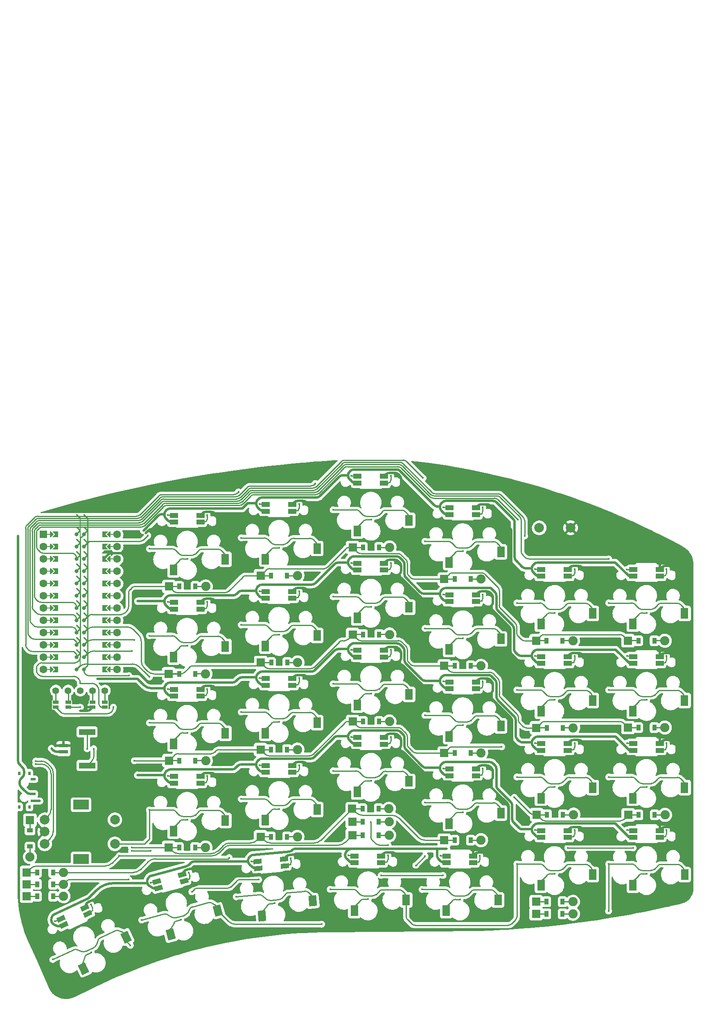
<source format=gtl>
G04 #@! TF.GenerationSoftware,KiCad,Pcbnew,6.0.2+dfsg-1*
G04 #@! TF.CreationDate,2022-11-14T21:07:20+00:00*
G04 #@! TF.ProjectId,Jocket_Split_LP,4a6f636b-6574-45f5-9370-6c69745f4c50,rev?*
G04 #@! TF.SameCoordinates,Original*
G04 #@! TF.FileFunction,Copper,L1,Top*
G04 #@! TF.FilePolarity,Positive*
%FSLAX46Y46*%
G04 Gerber Fmt 4.6, Leading zero omitted, Abs format (unit mm)*
G04 Created by KiCad (PCBNEW 6.0.2+dfsg-1) date 2022-11-14 21:07:20*
%MOMM*%
%LPD*%
G01*
G04 APERTURE LIST*
G04 Aperture macros list*
%AMRotRect*
0 Rectangle, with rotation*
0 The origin of the aperture is its center*
0 $1 length*
0 $2 width*
0 $3 Rotation angle, in degrees counterclockwise*
0 Add horizontal line*
21,1,$1,$2,0,0,$3*%
%AMFreePoly0*
4,1,6,0.600000,0.200000,0.000000,-0.400000,-0.600000,0.200000,-0.600000,0.400000,0.600000,0.400000,0.600000,0.200000,0.600000,0.200000,$1*%
%AMFreePoly1*
4,1,5,0.125000,-0.500000,-0.125000,-0.500000,-0.125000,0.500000,0.125000,0.500000,0.125000,-0.500000,0.125000,-0.500000,$1*%
%AMFreePoly2*
4,1,49,0.088388,4.152388,0.854389,3.386388,0.867708,3.368551,0.871189,3.365530,0.871982,3.362827,0.875852,3.357644,0.882333,3.327543,0.891000,3.298000,0.891000,0.766000,0.887805,0.743969,0.888131,0.739371,0.886780,0.736898,0.885852,0.730498,0.869154,0.704638,0.854389,0.677612,0.088388,-0.088388,0.064607,-0.106146,0.062500,-0.108253,0.061385,-0.108552,0.059644,-0.109852,
0.043810,-0.113261,0.000000,-0.125000,-0.004774,-0.123721,-0.009154,-0.124664,-0.028953,-0.117242,-0.062500,-0.108253,-0.068237,-0.102516,-0.075052,-0.099961,-0.087614,-0.083139,-0.108253,-0.062500,-0.111178,-0.051584,-0.117161,-0.043572,-0.118539,-0.024114,-0.125000,0.000000,-0.121239,0.014035,-0.122131,0.026629,-0.113759,0.041953,-0.108253,0.062500,-0.095642,0.075111,-0.088388,0.088388,
0.641000,0.817777,0.641000,3.246223,-0.088388,3.975612,-0.109852,4.004356,-0.124664,4.073154,-0.099961,4.139052,-0.043572,4.181161,0.026629,4.186131,0.088388,4.152388,0.088388,4.152388,$1*%
%AMFreePoly3*
4,1,6,0.600000,-0.250000,-0.600000,-0.250000,-0.600000,1.000000,0.000000,0.400000,0.600000,1.000000,0.600000,-0.250000,0.600000,-0.250000,$1*%
%AMFreePoly4*
4,1,49,0.088388,4.152388,0.850389,3.390388,0.863708,3.372551,0.867189,3.369530,0.867982,3.366827,0.871852,3.361644,0.878333,3.331543,0.887000,3.302000,0.887000,0.762000,0.883805,0.739969,0.884131,0.735371,0.882780,0.732898,0.881852,0.726498,0.865154,0.700638,0.850389,0.673612,0.088388,-0.088388,0.064607,-0.106146,0.062500,-0.108253,0.061385,-0.108552,0.059644,-0.109852,
0.043810,-0.113261,0.000000,-0.125000,-0.004774,-0.123721,-0.009154,-0.124664,-0.028953,-0.117242,-0.062500,-0.108253,-0.068237,-0.102516,-0.075052,-0.099961,-0.087614,-0.083139,-0.108253,-0.062500,-0.111178,-0.051584,-0.117161,-0.043572,-0.118539,-0.024114,-0.125000,0.000000,-0.121239,0.014035,-0.122131,0.026629,-0.113759,0.041953,-0.108253,0.062500,-0.095642,0.075111,-0.088388,0.088388,
0.637000,0.813777,0.637000,3.250223,-0.088388,3.975612,-0.109852,4.004356,-0.124664,4.073154,-0.099961,4.139052,-0.043572,4.181161,0.026629,4.186131,0.088388,4.152388,0.088388,4.152388,$1*%
G04 Aperture macros list end*
G04 #@! TA.AperFunction,ComponentPad*
%ADD10C,1.600000*%
G04 #@! TD*
G04 #@! TA.AperFunction,SMDPad,CuDef*
%ADD11FreePoly0,270.000000*%
G04 #@! TD*
G04 #@! TA.AperFunction,ComponentPad*
%ADD12R,1.600000X1.600000*%
G04 #@! TD*
G04 #@! TA.AperFunction,SMDPad,CuDef*
%ADD13FreePoly0,90.000000*%
G04 #@! TD*
G04 #@! TA.AperFunction,SMDPad,CuDef*
%ADD14FreePoly1,90.000000*%
G04 #@! TD*
G04 #@! TA.AperFunction,SMDPad,CuDef*
%ADD15FreePoly1,270.000000*%
G04 #@! TD*
G04 #@! TA.AperFunction,ComponentPad*
%ADD16C,0.800000*%
G04 #@! TD*
G04 #@! TA.AperFunction,SMDPad,CuDef*
%ADD17FreePoly2,270.000000*%
G04 #@! TD*
G04 #@! TA.AperFunction,SMDPad,CuDef*
%ADD18FreePoly3,270.000000*%
G04 #@! TD*
G04 #@! TA.AperFunction,SMDPad,CuDef*
%ADD19FreePoly3,90.000000*%
G04 #@! TD*
G04 #@! TA.AperFunction,SMDPad,CuDef*
%ADD20FreePoly4,90.000000*%
G04 #@! TD*
G04 #@! TA.AperFunction,ComponentPad*
%ADD21C,2.000000*%
G04 #@! TD*
G04 #@! TA.AperFunction,SMDPad,CuDef*
%ADD22R,0.900000X1.200000*%
G04 #@! TD*
G04 #@! TA.AperFunction,ComponentPad*
%ADD23R,1.778000X1.778000*%
G04 #@! TD*
G04 #@! TA.AperFunction,ComponentPad*
%ADD24C,1.905000*%
G04 #@! TD*
G04 #@! TA.AperFunction,SMDPad,CuDef*
%ADD25R,1.200000X0.900000*%
G04 #@! TD*
G04 #@! TA.AperFunction,SMDPad,CuDef*
%ADD26R,1.700000X1.000000*%
G04 #@! TD*
G04 #@! TA.AperFunction,SMDPad,CuDef*
%ADD27R,1.600000X2.200000*%
G04 #@! TD*
G04 #@! TA.AperFunction,SMDPad,CuDef*
%ADD28RotRect,1.700000X1.000000X205.000000*%
G04 #@! TD*
G04 #@! TA.AperFunction,SMDPad,CuDef*
%ADD29RotRect,1.600000X2.200000X205.000000*%
G04 #@! TD*
G04 #@! TA.AperFunction,SMDPad,CuDef*
%ADD30RotRect,1.700000X1.000000X185.000000*%
G04 #@! TD*
G04 #@! TA.AperFunction,SMDPad,CuDef*
%ADD31RotRect,1.600000X2.200000X185.000000*%
G04 #@! TD*
G04 #@! TA.AperFunction,ComponentPad*
%ADD32R,3.200000X2.000000*%
G04 #@! TD*
G04 #@! TA.AperFunction,SMDPad,CuDef*
%ADD33RotRect,1.700000X1.000000X195.000000*%
G04 #@! TD*
G04 #@! TA.AperFunction,SMDPad,CuDef*
%ADD34RotRect,1.600000X2.200000X195.000000*%
G04 #@! TD*
G04 #@! TA.AperFunction,SMDPad,CuDef*
%ADD35R,1.143000X0.635000*%
G04 #@! TD*
G04 #@! TA.AperFunction,ComponentPad*
%ADD36C,1.397000*%
G04 #@! TD*
G04 #@! TA.AperFunction,SMDPad,CuDef*
%ADD37R,1.900000X0.800000*%
G04 #@! TD*
G04 #@! TA.AperFunction,SMDPad,CuDef*
%ADD38R,3.350000X1.300000*%
G04 #@! TD*
G04 #@! TA.AperFunction,SMDPad,CuDef*
%ADD39R,1.000000X0.500000*%
G04 #@! TD*
G04 #@! TA.AperFunction,SMDPad,CuDef*
%ADD40R,0.500000X0.800000*%
G04 #@! TD*
G04 #@! TA.AperFunction,ViaPad*
%ADD41C,0.400000*%
G04 #@! TD*
G04 #@! TA.AperFunction,Conductor*
%ADD42C,0.250000*%
G04 #@! TD*
G04 #@! TA.AperFunction,Conductor*
%ADD43C,0.500000*%
G04 #@! TD*
G04 APERTURE END LIST*
D10*
X106020000Y-66900000D03*
D11*
X104242000Y-46580000D03*
X104242000Y-61820000D03*
D10*
X106020000Y-64360000D03*
D12*
X90780000Y-46580000D03*
D10*
X106020000Y-46580000D03*
D11*
X104242000Y-51660000D03*
D13*
X92558000Y-71980000D03*
D14*
X92050000Y-64360000D03*
D10*
X90780000Y-74520000D03*
X106020000Y-54200000D03*
D14*
X92050000Y-74520000D03*
D11*
X104242000Y-71980000D03*
D14*
X92050000Y-69440000D03*
D15*
X104750000Y-64360000D03*
D10*
X90780000Y-54200000D03*
D14*
X92050000Y-66900000D03*
D11*
X104242000Y-64360000D03*
X104242000Y-54200000D03*
D15*
X104750000Y-61820000D03*
X104750000Y-54200000D03*
D10*
X106020000Y-56740000D03*
D15*
X104750000Y-71980000D03*
D14*
X92050000Y-59280000D03*
D10*
X106020000Y-59280000D03*
X90780000Y-71980000D03*
D14*
X92050000Y-56740000D03*
D10*
X106020000Y-74520000D03*
X106020000Y-69440000D03*
X90780000Y-64360000D03*
D13*
X92558000Y-49120000D03*
D10*
X90780000Y-61820000D03*
D14*
X92050000Y-49120000D03*
D15*
X104750000Y-59280000D03*
D11*
X104242000Y-69440000D03*
D13*
X92558000Y-51660000D03*
D10*
X106020000Y-61820000D03*
D15*
X104750000Y-51660000D03*
X104750000Y-69440000D03*
D14*
X92050000Y-51660000D03*
D13*
X92558000Y-59280000D03*
X92558000Y-61820000D03*
D11*
X104242000Y-74520000D03*
D13*
X92558000Y-54200000D03*
D11*
X104242000Y-49120000D03*
D10*
X90780000Y-59280000D03*
D14*
X92050000Y-46580000D03*
D15*
X104750000Y-46580000D03*
D11*
X104242000Y-56740000D03*
D14*
X92050000Y-54200000D03*
D10*
X90780000Y-51660000D03*
X106020000Y-51660000D03*
D15*
X104750000Y-56740000D03*
D13*
X92558000Y-69440000D03*
D10*
X106020000Y-49120000D03*
D13*
X92558000Y-74520000D03*
D10*
X90780000Y-56740000D03*
D15*
X104750000Y-66900000D03*
X104750000Y-74520000D03*
D13*
X92558000Y-46580000D03*
D10*
X90780000Y-69440000D03*
X90780000Y-46580000D03*
D13*
X92558000Y-56740000D03*
D15*
X104750000Y-49120000D03*
D10*
X106020000Y-71980000D03*
D11*
X104242000Y-59280000D03*
X104242000Y-66900000D03*
D14*
X92050000Y-71980000D03*
D10*
X90780000Y-49120000D03*
D13*
X92558000Y-64360000D03*
D14*
X92050000Y-61820000D03*
D13*
X92558000Y-66900000D03*
D10*
X90780000Y-66900000D03*
D16*
X99162000Y-46580000D03*
D17*
X99162000Y-46580000D03*
D18*
X103226000Y-46580000D03*
X103226000Y-49120000D03*
D17*
X99162000Y-49120000D03*
D16*
X99162000Y-49120000D03*
D17*
X99162000Y-51660000D03*
D18*
X103226000Y-51660000D03*
D16*
X99162000Y-51660000D03*
D17*
X99162000Y-54200000D03*
D16*
X99162000Y-54200000D03*
D18*
X103226000Y-54200000D03*
X103226000Y-56740000D03*
D16*
X99162000Y-56740000D03*
D17*
X99162000Y-56740000D03*
D18*
X103226000Y-59280000D03*
D17*
X99162000Y-59280000D03*
D16*
X99162000Y-59280000D03*
X99162000Y-61820000D03*
D18*
X103226000Y-61820000D03*
D17*
X99162000Y-61820000D03*
X99162000Y-64360000D03*
D16*
X99162000Y-64360000D03*
D18*
X103226000Y-64360000D03*
D16*
X99162000Y-66900000D03*
D17*
X99162000Y-66900000D03*
D18*
X103226000Y-66900000D03*
X103226000Y-69440000D03*
D16*
X99162000Y-69440000D03*
D17*
X99162000Y-69440000D03*
D16*
X99162000Y-71980000D03*
D18*
X103226000Y-71980000D03*
D17*
X99162000Y-71980000D03*
D18*
X103226000Y-74520000D03*
D17*
X99162000Y-74520000D03*
D16*
X99162000Y-74520000D03*
D19*
X93574000Y-74520000D03*
D16*
X97638000Y-74520000D03*
D20*
X97638000Y-74520000D03*
D16*
X97638000Y-71980000D03*
D19*
X93574000Y-71980000D03*
D20*
X97638000Y-71980000D03*
D16*
X97638000Y-69440000D03*
D19*
X93574000Y-69440000D03*
D20*
X97638000Y-69440000D03*
D19*
X93574000Y-66900000D03*
D20*
X97638000Y-66900000D03*
D16*
X97638000Y-66900000D03*
X97638000Y-64360000D03*
D20*
X97638000Y-64360000D03*
D19*
X93574000Y-64360000D03*
D20*
X97638000Y-61820000D03*
D19*
X93574000Y-61820000D03*
D16*
X97638000Y-61820000D03*
D19*
X93574000Y-59280000D03*
D16*
X97638000Y-59280000D03*
D20*
X97638000Y-59280000D03*
D16*
X97638000Y-56740000D03*
D20*
X97638000Y-56740000D03*
D19*
X93574000Y-56740000D03*
D20*
X97638000Y-54200000D03*
D19*
X93574000Y-54200000D03*
D16*
X97638000Y-54200000D03*
X97638000Y-51660000D03*
D20*
X97638000Y-51660000D03*
D19*
X93574000Y-51660000D03*
D20*
X97638000Y-49120000D03*
D16*
X97638000Y-49120000D03*
D19*
X93574000Y-49120000D03*
D20*
X97638000Y-46580000D03*
D19*
X93574000Y-46580000D03*
D16*
X97638000Y-46580000D03*
D21*
X199825000Y-45200000D03*
X193325000Y-45200000D03*
D22*
X118900000Y-57325000D03*
D23*
X116740000Y-57325000D03*
D22*
X122200000Y-57325000D03*
D24*
X124360000Y-57325000D03*
D23*
X135690000Y-55100000D03*
D22*
X137850000Y-55100000D03*
D24*
X143310000Y-55100000D03*
D22*
X141150000Y-55100000D03*
X156900000Y-49250000D03*
D23*
X154740000Y-49250000D03*
D22*
X160200000Y-49250000D03*
D24*
X162360000Y-49250000D03*
D23*
X173690000Y-55800000D03*
D22*
X175850000Y-55800000D03*
D24*
X181310000Y-55800000D03*
D22*
X179150000Y-55800000D03*
X194850000Y-68550000D03*
D23*
X192690000Y-68550000D03*
D22*
X198150000Y-68550000D03*
D24*
X200310000Y-68550000D03*
D22*
X213850000Y-68550000D03*
D23*
X211690000Y-68550000D03*
D24*
X219310000Y-68550000D03*
D22*
X217150000Y-68550000D03*
D23*
X116690000Y-75400000D03*
D22*
X118850000Y-75400000D03*
X122150000Y-75400000D03*
D24*
X124310000Y-75400000D03*
D22*
X137900000Y-73050000D03*
D23*
X135740000Y-73050000D03*
D22*
X141200000Y-73050000D03*
D24*
X143360000Y-73050000D03*
D23*
X154740000Y-67250000D03*
D22*
X156900000Y-67250000D03*
X160200000Y-67250000D03*
D24*
X162360000Y-67250000D03*
D23*
X173690000Y-73750000D03*
D22*
X175850000Y-73750000D03*
D24*
X181310000Y-73750000D03*
D22*
X179150000Y-73750000D03*
D23*
X192740000Y-86550000D03*
D22*
X194900000Y-86550000D03*
D24*
X200360000Y-86550000D03*
D22*
X198200000Y-86550000D03*
X213850000Y-86500000D03*
D23*
X211690000Y-86500000D03*
D22*
X217150000Y-86500000D03*
D24*
X219310000Y-86500000D03*
D22*
X118900000Y-93350000D03*
D23*
X116740000Y-93350000D03*
D22*
X122200000Y-93350000D03*
D24*
X124360000Y-93350000D03*
D22*
X137850000Y-91050000D03*
D23*
X135690000Y-91050000D03*
D24*
X143310000Y-91050000D03*
D22*
X141150000Y-91050000D03*
X156900000Y-85250000D03*
D23*
X154740000Y-85250000D03*
D24*
X162360000Y-85250000D03*
D22*
X160200000Y-85250000D03*
D23*
X173690000Y-91750000D03*
D22*
X175850000Y-91750000D03*
X179150000Y-91750000D03*
D24*
X181310000Y-91750000D03*
D23*
X192790000Y-104500000D03*
D22*
X194950000Y-104500000D03*
D24*
X200410000Y-104500000D03*
D22*
X198250000Y-104500000D03*
D23*
X211740000Y-104550000D03*
D22*
X213900000Y-104550000D03*
D24*
X219360000Y-104550000D03*
D22*
X217200000Y-104550000D03*
X118850000Y-111300000D03*
D23*
X116690000Y-111300000D03*
D24*
X124310000Y-111300000D03*
D22*
X122150000Y-111300000D03*
D23*
X135690000Y-109100000D03*
D22*
X137850000Y-109100000D03*
X141150000Y-109100000D03*
D24*
X143310000Y-109100000D03*
D22*
X156800000Y-103300000D03*
D23*
X154640000Y-103300000D03*
D24*
X162260000Y-103300000D03*
D22*
X160100000Y-103300000D03*
X175850000Y-109800000D03*
D23*
X173690000Y-109800000D03*
D24*
X181310000Y-109800000D03*
D22*
X179150000Y-109800000D03*
X194850000Y-122525000D03*
D23*
X192690000Y-122525000D03*
D22*
X198150000Y-122525000D03*
D24*
X200310000Y-122525000D03*
D22*
X194850000Y-125000000D03*
D23*
X192690000Y-125000000D03*
D22*
X198150000Y-125000000D03*
D24*
X200310000Y-125000000D03*
D25*
X88000000Y-107800000D03*
D23*
X88000000Y-105640000D03*
D25*
X88000000Y-111100000D03*
D24*
X88000000Y-113260000D03*
D23*
X87315000Y-121375000D03*
D22*
X89475000Y-121375000D03*
X92775000Y-121375000D03*
D24*
X94935000Y-121375000D03*
D22*
X89475000Y-118900000D03*
D23*
X87315000Y-118900000D03*
D24*
X94935000Y-118900000D03*
D22*
X92775000Y-118900000D03*
X89475000Y-116450000D03*
D23*
X87315000Y-116450000D03*
D24*
X94935000Y-116450000D03*
D22*
X92775000Y-116450000D03*
D23*
X154665000Y-106000000D03*
D22*
X156825000Y-106000000D03*
D24*
X162285000Y-106000000D03*
D22*
X160125000Y-106000000D03*
D26*
X117750000Y-44020500D03*
X117750000Y-42620500D03*
X123250000Y-42620500D03*
X123250000Y-44020500D03*
D27*
X117700000Y-53919500D03*
X128400000Y-51719500D03*
D26*
X136750000Y-41770500D03*
X136750000Y-40370500D03*
X142250000Y-40370500D03*
X142250000Y-41770500D03*
D27*
X136700000Y-51669500D03*
X147400000Y-49469500D03*
D26*
X155750000Y-35951000D03*
X155750000Y-34551000D03*
X161250000Y-34551000D03*
X161250000Y-35951000D03*
D27*
X155700000Y-45850000D03*
X166400000Y-43650000D03*
D26*
X174750000Y-42470500D03*
X174750000Y-41070500D03*
X180250000Y-41070500D03*
X180250000Y-42470500D03*
D27*
X174700000Y-52369500D03*
X185400000Y-50169500D03*
D26*
X193750000Y-55220500D03*
X193750000Y-53820500D03*
X199250000Y-53820500D03*
X199250000Y-55220500D03*
D27*
X193700000Y-65119500D03*
X204400000Y-62919500D03*
D26*
X117750000Y-62020500D03*
X117750000Y-60620500D03*
X123250000Y-60620500D03*
X123250000Y-62020500D03*
D27*
X117700000Y-71919500D03*
X128400000Y-69719500D03*
D26*
X136750000Y-59770500D03*
X136750000Y-58370500D03*
X142250000Y-58370500D03*
X142250000Y-59770500D03*
D27*
X136700000Y-69669500D03*
X147400000Y-67469500D03*
D26*
X155750000Y-53941000D03*
X155750000Y-52541000D03*
X161250000Y-52541000D03*
X161250000Y-53941000D03*
D27*
X155700000Y-63840000D03*
X166400000Y-61640000D03*
D26*
X174750000Y-60470500D03*
X174750000Y-59070500D03*
X180250000Y-59070500D03*
X180250000Y-60470500D03*
D27*
X174700000Y-70369500D03*
X185400000Y-68169500D03*
D26*
X193750000Y-73220500D03*
X193750000Y-71820500D03*
X199250000Y-71820500D03*
X199250000Y-73220500D03*
D27*
X193700000Y-83119500D03*
X204400000Y-80919500D03*
D26*
X212750000Y-73220500D03*
X212750000Y-71820500D03*
X218250000Y-71820500D03*
X218250000Y-73220500D03*
D27*
X212700000Y-83119500D03*
X223400000Y-80919500D03*
D26*
X117750000Y-80020500D03*
X117750000Y-78620500D03*
X123250000Y-78620500D03*
X123250000Y-80020500D03*
D27*
X117700000Y-89919500D03*
X128400000Y-87719500D03*
D26*
X136750000Y-77770500D03*
X136750000Y-76370500D03*
X142250000Y-76370500D03*
X142250000Y-77770500D03*
D27*
X136700000Y-87669500D03*
X147400000Y-85469500D03*
D26*
X155750000Y-71941000D03*
X155750000Y-70541000D03*
X161250000Y-70541000D03*
X161250000Y-71941000D03*
D27*
X155700000Y-81840000D03*
X166400000Y-79640000D03*
D26*
X174750000Y-78470500D03*
X174750000Y-77070500D03*
X180250000Y-77070500D03*
X180250000Y-78470500D03*
D27*
X174700000Y-88369500D03*
X185400000Y-86169500D03*
D26*
X193750000Y-91220500D03*
X193750000Y-89820500D03*
X199250000Y-89820500D03*
X199250000Y-91220500D03*
D27*
X193700000Y-101119500D03*
X204400000Y-98919500D03*
D26*
X212750000Y-91220500D03*
X212750000Y-89820500D03*
X218250000Y-89820500D03*
X218250000Y-91220500D03*
D27*
X212700000Y-101119500D03*
X223400000Y-98919500D03*
D26*
X117750000Y-98020500D03*
X117750000Y-96620500D03*
X123250000Y-96620500D03*
X123250000Y-98020500D03*
D27*
X117700000Y-107919500D03*
X128400000Y-105719500D03*
D26*
X136750000Y-95770500D03*
X136750000Y-94370500D03*
X142250000Y-94370500D03*
X142250000Y-95770500D03*
D27*
X136700000Y-105669500D03*
X147400000Y-103469500D03*
D26*
X155750000Y-89941000D03*
X155750000Y-88541000D03*
X161250000Y-88541000D03*
X161250000Y-89941000D03*
D27*
X155700000Y-99840000D03*
X166400000Y-97640000D03*
D26*
X174750000Y-96470500D03*
X174750000Y-95070500D03*
X180250000Y-95070500D03*
X180250000Y-96470500D03*
D27*
X174700000Y-106369500D03*
X185400000Y-104169500D03*
D26*
X193750000Y-109220500D03*
X193750000Y-107820500D03*
X199250000Y-107820500D03*
X199250000Y-109220500D03*
D27*
X193700000Y-119119500D03*
X204400000Y-116919500D03*
D26*
X212762493Y-109220500D03*
X212762493Y-107820500D03*
X218262493Y-107820500D03*
X218262493Y-109220500D03*
D27*
X212712493Y-119119500D03*
X223412493Y-116919500D03*
D28*
X94966837Y-127356840D03*
X94375172Y-126088009D03*
X99359864Y-123763609D03*
X99951530Y-125032440D03*
D29*
X99105020Y-136349512D03*
X107872753Y-129833620D03*
D30*
X135209970Y-115600063D03*
X135087952Y-114205390D03*
X140567023Y-113726034D03*
X140689041Y-115120706D03*
D31*
X136022915Y-125465752D03*
X146490455Y-122341557D03*
D26*
X155150000Y-114460500D03*
X155150000Y-113060500D03*
X160650000Y-113060500D03*
X160650000Y-114460500D03*
D27*
X155100000Y-124359500D03*
X165800000Y-122159500D03*
D22*
X156825000Y-108775000D03*
D23*
X154665000Y-108775000D03*
D24*
X162285000Y-108775000D03*
D22*
X160125000Y-108775000D03*
D21*
X91050000Y-105550000D03*
X91050000Y-110550000D03*
X91050000Y-108050000D03*
D32*
X98550000Y-102450000D03*
X98550000Y-113650000D03*
D21*
X105550000Y-110550000D03*
X105550000Y-105550000D03*
D26*
X174150000Y-114470500D03*
X174150000Y-113070500D03*
X179650000Y-113070500D03*
X179650000Y-114470500D03*
D27*
X174100000Y-124369500D03*
X184800000Y-122169500D03*
D33*
X114563057Y-119685390D03*
X114200710Y-118333094D03*
X119513302Y-116909589D03*
X119875649Y-118261885D03*
D34*
X117076810Y-129260031D03*
X126842814Y-124365630D03*
D26*
X212750000Y-55220500D03*
X212750000Y-53820500D03*
X218250000Y-53820500D03*
X218250000Y-55220500D03*
D27*
X212700000Y-65119500D03*
X223400000Y-62919500D03*
D35*
X95895000Y-81294620D03*
X95895000Y-82295380D03*
D36*
X93335000Y-78850000D03*
X95875000Y-78850000D03*
X98415000Y-78850000D03*
X100955000Y-78850000D03*
X103495000Y-78850000D03*
D35*
X100955000Y-81294620D03*
X100955000Y-82295380D03*
X103500000Y-81299620D03*
X103500000Y-82300380D03*
X93325000Y-81299620D03*
X93325000Y-82300380D03*
D37*
X94925000Y-91500000D03*
X94925000Y-90250000D03*
D38*
X99800000Y-94350000D03*
X99800000Y-87400000D03*
D39*
X88675000Y-97200000D03*
X88675000Y-100200000D03*
X88675000Y-101700000D03*
D40*
X87875000Y-96000000D03*
X85775000Y-96000000D03*
X85775000Y-102900000D03*
X87875000Y-102900000D03*
D41*
X120550000Y-51600000D03*
X106475000Y-113025000D03*
X108475000Y-75750000D03*
X139550000Y-49329500D03*
X158550000Y-43529500D03*
X177550000Y-50029500D03*
X196550000Y-62779500D03*
X185550000Y-90475000D03*
X188175500Y-100925000D03*
X109600000Y-68350000D03*
X109600000Y-93350000D03*
X215550000Y-62779500D03*
X109025000Y-70650000D03*
X109025000Y-111300000D03*
X120550000Y-69579500D03*
X139550000Y-67329500D03*
X158550000Y-61504500D03*
X177550000Y-68029500D03*
X196550000Y-80779500D03*
X215550000Y-80779500D03*
X120550000Y-87579500D03*
X139550000Y-85329500D03*
X158550000Y-79504500D03*
X177550000Y-86029500D03*
X196550000Y-98779500D03*
X215550000Y-98779500D03*
X120550000Y-105579500D03*
X139550000Y-103329500D03*
X158550000Y-97504500D03*
X177550000Y-104029500D03*
X196550000Y-116754500D03*
X215550000Y-116754500D03*
X100681205Y-133010429D03*
X119228721Y-126245046D03*
X108425000Y-117950000D03*
X129175000Y-113400000D03*
X138645872Y-122860978D03*
X209050000Y-106350000D03*
X110275000Y-96350000D03*
X136750000Y-74900000D03*
X193750000Y-106350000D03*
X193750000Y-70350000D03*
X117750000Y-77150000D03*
X117750000Y-95150000D03*
X117750000Y-41275000D03*
X136750000Y-38925000D03*
X136750000Y-92900000D03*
X174750000Y-75600000D03*
X155750000Y-51100000D03*
X174150000Y-111600000D03*
X209075000Y-52375000D03*
X193750000Y-88350000D03*
X174750000Y-57600000D03*
X136750000Y-56900000D03*
X155750000Y-69075000D03*
X110275000Y-60375000D03*
X135100000Y-112725000D03*
X101925000Y-76425000D03*
X117750000Y-59150000D03*
X193750000Y-52375000D03*
X155750000Y-33100000D03*
X110275000Y-76425000D03*
X155750000Y-87075000D03*
X209150000Y-70375000D03*
X114200000Y-116825000D03*
X111475000Y-45750000D03*
X155150000Y-111600000D03*
X174750000Y-39625000D03*
X94375000Y-124475000D03*
X209150000Y-88375000D03*
X174750000Y-93600000D03*
X207700000Y-51625000D03*
X207700000Y-96729500D03*
X207700000Y-78729500D03*
X207700000Y-114704500D03*
X207675000Y-124425000D03*
X207700000Y-60729500D03*
X169100000Y-119979500D03*
X190300000Y-46900000D03*
X150100000Y-119954500D03*
X188700000Y-60729500D03*
X188700000Y-96729500D03*
X188700000Y-114704500D03*
X188700000Y-78729500D03*
X169300000Y-34900000D03*
X169700000Y-83979500D03*
X169700000Y-47979500D03*
X169700000Y-101979500D03*
X130647074Y-121502952D03*
X169700000Y-113100000D03*
X167800000Y-115000000D03*
X169700000Y-65979500D03*
X150700000Y-59454500D03*
X148325000Y-127175000D03*
X150700000Y-77454500D03*
X150700000Y-95454500D03*
X150700000Y-41479500D03*
X111115623Y-126296628D03*
X146975000Y-36050000D03*
X92700321Y-134470053D03*
X108750000Y-131525000D03*
X131125000Y-37775000D03*
X131700000Y-101279500D03*
X131700000Y-83279500D03*
X131700000Y-47279500D03*
X131700000Y-65279500D03*
X124650000Y-42549500D03*
X112375000Y-46775000D03*
X188866170Y-43469610D03*
X157950000Y-122004500D03*
X116475000Y-42550000D03*
X124650000Y-60529000D03*
X112700000Y-76050000D03*
X112700000Y-85529500D03*
X112700000Y-49550000D03*
X112700000Y-103529500D03*
X112700000Y-67529500D03*
X135475000Y-40279500D03*
X162650000Y-34479000D03*
X143650000Y-40279000D03*
X135475000Y-58279500D03*
X154475000Y-34479500D03*
X162650000Y-52454000D03*
X200650000Y-53729000D03*
X173475000Y-40979500D03*
X181650000Y-40979000D03*
X173475000Y-58979500D03*
X192475000Y-53729500D03*
X200650000Y-71729000D03*
X211450000Y-53825000D03*
X219650000Y-53729000D03*
X211475000Y-71729500D03*
X124650000Y-78529000D03*
X116475000Y-60529500D03*
X143650000Y-58279000D03*
X135475000Y-76279500D03*
X162650000Y-70454000D03*
X154475000Y-52454500D03*
X173475000Y-76979500D03*
X181650000Y-58979000D03*
X192475000Y-71729500D03*
X200650000Y-89729000D03*
X219650000Y-71729000D03*
X211475000Y-89729500D03*
X124650000Y-96529000D03*
X116475000Y-78529500D03*
X135475000Y-94279500D03*
X143650000Y-76279000D03*
X162650000Y-88454000D03*
X154475000Y-70454500D03*
X181650000Y-76979000D03*
X173475000Y-94979500D03*
X200650000Y-107704000D03*
X192475000Y-89729500D03*
X219650000Y-89729000D03*
X211475000Y-107704500D03*
X116475000Y-96529500D03*
X109025000Y-112025000D03*
X112975000Y-112025000D03*
X100572160Y-123075157D03*
X143650000Y-94279000D03*
X133797619Y-114200576D03*
X158475000Y-106050000D03*
X162050000Y-112954000D03*
X162050000Y-110800000D03*
X154475000Y-88454500D03*
X172875000Y-112979500D03*
X181650000Y-94979000D03*
X199225000Y-111375000D03*
X212750000Y-111400000D03*
X192475000Y-107704500D03*
X219650000Y-107704000D03*
X93163305Y-126530515D03*
X120846574Y-116441777D03*
X121475000Y-120450000D03*
X141941467Y-113487580D03*
X135300000Y-117950000D03*
X112950260Y-118558106D03*
X181050000Y-112979000D03*
X153875000Y-112954500D03*
X160650000Y-117075000D03*
X173425000Y-117075000D03*
X176950000Y-122029500D03*
X89200000Y-94050000D03*
X89200000Y-93425000D03*
X211550000Y-75675000D03*
X168525000Y-56825000D03*
X116875000Y-64900000D03*
X190325000Y-105275000D03*
X170825000Y-71875000D03*
X110975000Y-81450000D03*
X142250000Y-79204500D03*
X116875000Y-100725000D03*
X114500000Y-76775000D03*
X105975000Y-92650000D03*
X211600000Y-93700000D03*
X146400000Y-54900000D03*
X173575000Y-81050000D03*
X110975000Y-99450000D03*
X152050000Y-83925000D03*
X135575000Y-62200000D03*
X211650000Y-57725000D03*
X170825000Y-89725000D03*
X173575000Y-62900000D03*
X154975000Y-117250000D03*
X132825000Y-53075000D03*
X106450000Y-79575000D03*
X166900000Y-102575000D03*
X115025000Y-122600000D03*
X184750000Y-116300000D03*
X173625000Y-99125000D03*
X123250000Y-63454500D03*
X155000000Y-56650000D03*
X89950000Y-86800000D03*
X132450000Y-107750000D03*
X108775000Y-46600000D03*
X152925000Y-51225000D03*
X160650000Y-115879500D03*
X131050000Y-112425000D03*
X111125000Y-117200000D03*
X100525054Y-126325054D03*
X110975000Y-63450000D03*
X128125000Y-75325000D03*
X111925000Y-46300000D03*
X170675000Y-53725000D03*
X179650000Y-115904500D03*
X137025000Y-111550000D03*
X128375000Y-92875000D03*
X98425000Y-84475000D03*
X98425000Y-83075000D03*
X135575000Y-80275000D03*
X130600000Y-120000000D03*
X204825000Y-120750000D03*
X114200000Y-58725000D03*
X108825000Y-55050000D03*
X135600000Y-98325000D03*
X149500000Y-109875000D03*
X180250000Y-97904500D03*
X209750000Y-66175000D03*
X120251453Y-119629940D03*
X132775000Y-77900000D03*
X191450000Y-102400000D03*
X114025000Y-73200000D03*
X123250000Y-45475000D03*
X161250000Y-91379500D03*
X114075000Y-55100000D03*
X180250000Y-43904500D03*
X180250000Y-61904500D03*
X190600000Y-88050000D03*
X109075000Y-115100000D03*
X114075000Y-91200000D03*
X152075000Y-101725000D03*
X116800000Y-82700000D03*
X199250000Y-74654500D03*
X209100000Y-46900000D03*
X208625000Y-54400000D03*
X161250000Y-55379500D03*
X218250000Y-110629500D03*
X189600000Y-75350000D03*
X152125000Y-65875000D03*
X110975000Y-50400000D03*
X152275000Y-47475000D03*
X199250000Y-56654500D03*
X165500000Y-108425000D03*
X113950000Y-94625000D03*
X208425000Y-90925000D03*
X144250000Y-33750000D03*
X161250000Y-73379500D03*
X186050000Y-44150000D03*
X152250000Y-108175000D03*
X127050000Y-120850000D03*
X218250000Y-92654500D03*
X154900000Y-92650000D03*
X161150000Y-118875000D03*
X122875000Y-116150000D03*
X142250000Y-61204500D03*
X123250000Y-81454500D03*
X97275000Y-90875000D03*
X151625000Y-90350000D03*
X209175000Y-102525000D03*
X142250000Y-43204500D03*
X209900000Y-84125000D03*
X170725000Y-107650000D03*
X123250000Y-99454500D03*
X140801768Y-116523965D03*
X218250000Y-74654500D03*
X109075000Y-63825000D03*
X142250000Y-97204500D03*
X218250000Y-56654500D03*
X109900000Y-40325000D03*
X180250000Y-79904500D03*
X186775000Y-124525000D03*
X199250000Y-110629500D03*
X154975000Y-74600000D03*
X208500000Y-72600000D03*
X154875000Y-38500000D03*
X192975000Y-93750000D03*
X199250000Y-92654500D03*
X132800000Y-71275000D03*
X161250000Y-37404500D03*
X86825000Y-99450000D03*
X85550000Y-46900000D03*
X101175000Y-90875000D03*
X99800000Y-90875000D03*
X90000000Y-101700000D03*
X92475000Y-90850000D03*
X98425000Y-82300000D03*
X105250000Y-82275000D03*
X98400000Y-77350000D03*
D42*
X117992893Y-52832107D02*
X118932107Y-51892893D01*
X119639214Y-51600000D02*
X120550000Y-51600000D01*
X122200000Y-57325000D02*
X124360000Y-57325000D01*
X117700000Y-53919500D02*
X117700000Y-53539214D01*
X117700001Y-53539214D02*
G75*
G02*
X117992894Y-52832108I999993J3D01*
G01*
X118932107Y-51892893D02*
G75*
G02*
X119639214Y-51600000I707106J-707106D01*
G01*
X133902011Y-110826531D02*
X151785042Y-110826531D01*
X106476531Y-113026531D02*
X125655760Y-113026531D01*
X88000000Y-107800000D02*
X88000000Y-105640000D01*
X88054213Y-115710787D02*
X87315000Y-116450000D01*
X106475000Y-113025000D02*
X104960786Y-114539214D01*
X99162000Y-74520000D02*
X99162000Y-74747786D01*
X103546573Y-115125000D02*
X89468427Y-115125000D01*
X99454893Y-75454893D02*
X99482107Y-75482107D01*
X129514625Y-110824520D02*
X133900000Y-110824520D01*
X87315000Y-118900000D02*
X89475000Y-118900000D01*
X154665000Y-108775000D02*
X156825000Y-108775000D01*
X87315000Y-121375000D02*
X89475000Y-121375000D01*
X153199256Y-110240744D02*
X154665000Y-108775000D01*
X133900000Y-110824520D02*
X133902011Y-110826531D01*
X100189214Y-75775000D02*
X108475000Y-75775000D01*
X154665000Y-106000000D02*
X156825000Y-106000000D01*
X127069974Y-112440744D02*
X128100412Y-111410306D01*
X87315000Y-116450000D02*
X89475000Y-116450000D01*
X106475000Y-113025000D02*
X106476531Y-113026531D01*
X151785042Y-110826530D02*
G75*
G03*
X153199255Y-110240743I0J1999999D01*
G01*
X104960786Y-114539214D02*
G75*
G02*
X103546573Y-115125000I-1414213J1414214D01*
G01*
X88054213Y-115710787D02*
G75*
G02*
X89468427Y-115125000I1414214J-1414213D01*
G01*
X128100412Y-111410306D02*
G75*
G02*
X129514625Y-110824520I1414213J-1414214D01*
G01*
X127069974Y-112440744D02*
G75*
G02*
X125655760Y-113026531I-1414214J1414213D01*
G01*
X99162001Y-74747786D02*
G75*
G03*
X99454894Y-75454892I999993J-3D01*
G01*
X100189214Y-75774999D02*
G75*
G02*
X99482108Y-75482106I-3J999993D01*
G01*
X138639214Y-49329500D02*
X139550000Y-49329500D01*
X136700000Y-51649000D02*
X136700000Y-51268714D01*
X136992893Y-50561607D02*
X137932107Y-49622393D01*
X141200000Y-55054500D02*
X143360000Y-55054500D01*
X136700001Y-51268714D02*
G75*
G02*
X136992894Y-50561608I999993J3D01*
G01*
X137932107Y-49622393D02*
G75*
G02*
X138639214Y-49329500I707106J-707106D01*
G01*
X155700000Y-45849000D02*
X155700000Y-45468714D01*
X160200000Y-49254500D02*
X162360000Y-49254500D01*
X155992893Y-44761607D02*
X156932107Y-43822393D01*
X157639214Y-43529500D02*
X158550000Y-43529500D01*
X156932107Y-43822393D02*
G75*
G02*
X157639214Y-43529500I707106J-707106D01*
G01*
X155700001Y-45468714D02*
G75*
G02*
X155992894Y-44761608I999993J3D01*
G01*
X135740000Y-55054500D02*
X137900000Y-55054500D01*
X164798354Y-50823354D02*
X165756147Y-51781147D01*
X108400000Y-61560786D02*
X108400000Y-58664214D01*
X137579214Y-53625000D02*
X148823292Y-53625000D01*
X129065882Y-58309118D02*
X131982107Y-55392893D01*
X182131849Y-54815882D02*
X184757107Y-57441140D01*
X194381225Y-67272989D02*
X209998775Y-67272989D01*
X173690000Y-55800000D02*
X174674118Y-54815882D01*
X99162000Y-64360000D02*
X100129107Y-63392893D01*
X188674040Y-65638254D02*
X188674040Y-66909826D01*
X192740000Y-68504500D02*
X194900000Y-68504500D01*
X132689214Y-55100000D02*
X135690000Y-55100000D01*
X192690000Y-68550000D02*
X193674118Y-67565882D01*
X173740000Y-55754500D02*
X175900000Y-55754500D01*
X167439214Y-55800000D02*
X173690000Y-55800000D01*
X108692893Y-57957107D02*
X109032107Y-57617893D01*
X190314214Y-68550000D02*
X192690000Y-68550000D01*
X107567893Y-62807107D02*
X108107107Y-62267893D01*
X166049040Y-52488254D02*
X166049040Y-54409826D01*
X100836214Y-63100000D02*
X106860786Y-63100000D01*
X156434675Y-50530461D02*
X164091247Y-50530461D01*
X118431225Y-58602011D02*
X128358775Y-58602011D01*
X109739214Y-57325000D02*
X116740000Y-57325000D01*
X210705882Y-67565882D02*
X211690000Y-68550000D01*
X135690000Y-55100000D02*
X136872107Y-53917893D01*
X211740000Y-68504500D02*
X213900000Y-68504500D01*
X149530399Y-53332107D02*
X153319613Y-49542893D01*
X116740000Y-57325000D02*
X117724118Y-58309118D01*
X154740000Y-49254500D02*
X156900000Y-49254500D01*
X175381225Y-54522989D02*
X181424742Y-54522989D01*
X166341933Y-55116933D02*
X166732107Y-55507107D01*
X154740000Y-49250000D02*
X155727568Y-50237568D01*
X188966933Y-67616933D02*
X189607107Y-68257107D01*
X185050000Y-58148247D02*
X185050000Y-61185786D01*
X185342893Y-61892893D02*
X188381147Y-64931147D01*
X116740000Y-57325000D02*
X118900000Y-57325000D01*
X154026720Y-49250000D02*
X154740000Y-49250000D01*
X166049041Y-54409826D02*
G75*
G03*
X166341934Y-55116932I999993J-3D01*
G01*
X193674118Y-67565882D02*
G75*
G02*
X194381225Y-67272989I707106J-707106D01*
G01*
X109032107Y-57617893D02*
G75*
G02*
X109739214Y-57325000I707106J-707106D01*
G01*
X164091247Y-50530462D02*
G75*
G02*
X164798353Y-50823355I3J-999993D01*
G01*
X167439214Y-55799999D02*
G75*
G02*
X166732108Y-55507106I-3J999993D01*
G01*
X132689214Y-55100001D02*
G75*
G03*
X131982108Y-55392894I-3J-999993D01*
G01*
X129065882Y-58309118D02*
G75*
G02*
X128358775Y-58602011I-707106J707106D01*
G01*
X100836214Y-63100001D02*
G75*
G03*
X100129108Y-63392894I-3J-999993D01*
G01*
X153319613Y-49542893D02*
G75*
G02*
X154026720Y-49250000I707106J-707106D01*
G01*
X149530399Y-53332107D02*
G75*
G02*
X148823292Y-53625000I-707106J707106D01*
G01*
X185050001Y-61185786D02*
G75*
G03*
X185342894Y-61892892I999993J-3D01*
G01*
X175381225Y-54522990D02*
G75*
G03*
X174674119Y-54815883I-3J-999993D01*
G01*
X117724118Y-58309118D02*
G75*
G03*
X118431225Y-58602011I707106J707106D01*
G01*
X185049999Y-58148247D02*
G75*
G03*
X184757106Y-57441141I-999993J3D01*
G01*
X181424742Y-54522990D02*
G75*
G02*
X182131848Y-54815883I3J-999993D01*
G01*
X188674041Y-66909826D02*
G75*
G03*
X188966934Y-67616932I999993J-3D01*
G01*
X166049039Y-52488254D02*
G75*
G03*
X165756146Y-51781148I-999993J3D01*
G01*
X190314214Y-68549999D02*
G75*
G02*
X189607108Y-68257106I-3J999993D01*
G01*
X210705882Y-67565882D02*
G75*
G03*
X209998775Y-67272989I-707106J-707106D01*
G01*
X188381147Y-64931147D02*
G75*
G02*
X188674040Y-65638254I-707106J-707106D01*
G01*
X108692893Y-57957107D02*
G75*
G03*
X108400000Y-58664214I707106J-707106D01*
G01*
X136872107Y-53917893D02*
G75*
G02*
X137579214Y-53625000I707106J-707106D01*
G01*
X108399999Y-61560786D02*
G75*
G02*
X108107106Y-62267892I-999993J-3D01*
G01*
X156434675Y-50530460D02*
G75*
G02*
X155727569Y-50237567I-3J999993D01*
G01*
X107567893Y-62807107D02*
G75*
G02*
X106860786Y-63100000I-707106J707106D01*
G01*
X176639214Y-50029500D02*
X177550000Y-50029500D01*
X174700000Y-52349000D02*
X174700000Y-51968714D01*
X174992893Y-51261607D02*
X175932107Y-50322393D01*
X179200000Y-55754500D02*
X181360000Y-55754500D01*
X174700001Y-51968714D02*
G75*
G02*
X174992894Y-51261608I999993J3D01*
G01*
X175932107Y-50322393D02*
G75*
G02*
X176639214Y-50029500I707106J-707106D01*
G01*
X192740000Y-86550000D02*
X193724118Y-85565882D01*
X166049519Y-70401239D02*
X166049519Y-72358541D01*
X135740000Y-73054500D02*
X137900000Y-73054500D01*
X113678427Y-75400000D02*
X116690000Y-75400000D01*
X111610787Y-74160787D02*
X112264214Y-74814214D01*
X121664214Y-73750000D02*
X134625786Y-73750000D01*
X137431225Y-74327011D02*
X146021281Y-74327011D01*
X119892893Y-75107107D02*
X120957107Y-74042893D01*
X154740000Y-67250000D02*
X155727568Y-68237568D01*
X164885847Y-68823354D02*
X165756626Y-69694132D01*
X175409675Y-75055461D02*
X183091247Y-75055461D01*
X111025000Y-68703427D02*
X111025000Y-72746573D01*
X116740000Y-75304500D02*
X118900000Y-75304500D01*
X192740000Y-86504500D02*
X194900000Y-86504500D01*
X189317893Y-85617893D02*
X189957107Y-86257107D01*
X116690000Y-75400000D02*
X119185786Y-75400000D01*
X156434675Y-68530461D02*
X164178741Y-68530461D01*
X189025000Y-84414214D02*
X189025000Y-84910786D01*
X167440978Y-73750000D02*
X173690000Y-73750000D01*
X173740000Y-73754500D02*
X175900000Y-73754500D01*
X101215427Y-65675000D02*
X107996573Y-65675000D01*
X146728388Y-74034118D02*
X151944613Y-68817893D01*
X183798354Y-75348354D02*
X184757107Y-76307107D01*
X173690000Y-73750000D02*
X174702568Y-74762568D01*
X135332893Y-73457107D02*
X135740000Y-73050000D01*
X152651720Y-68525000D02*
X153050786Y-68525000D01*
X166342412Y-73065648D02*
X166733871Y-73457107D01*
X194431225Y-85272989D02*
X210048775Y-85272989D01*
X210755882Y-85565882D02*
X211690000Y-86500000D01*
X153757893Y-68232107D02*
X154740000Y-67250000D01*
X154740000Y-67229500D02*
X156900000Y-67229500D01*
X185050000Y-77014214D02*
X185050000Y-79610786D01*
X109410787Y-66260787D02*
X110439214Y-67289214D01*
X99162000Y-66900000D02*
X99801214Y-66260786D01*
X190664214Y-86550000D02*
X192740000Y-86550000D01*
X135740000Y-73050000D02*
X136724118Y-74034118D01*
X211740000Y-86504500D02*
X213900000Y-86504500D01*
X185342893Y-80317893D02*
X188732107Y-83707107D01*
X164885847Y-68823354D02*
G75*
G03*
X164178741Y-68530461I-707104J-707101D01*
G01*
X101215427Y-65675001D02*
G75*
G03*
X99801215Y-66260787I0J-1999999D01*
G01*
X175409675Y-75055460D02*
G75*
G02*
X174702569Y-74762567I-3J999993D01*
G01*
X189025001Y-84910786D02*
G75*
G03*
X189317894Y-85617892I999993J-3D01*
G01*
X185050001Y-79610786D02*
G75*
G03*
X185342894Y-80317892I999993J-3D01*
G01*
X166049520Y-72358541D02*
G75*
G03*
X166342413Y-73065647I999993J-3D01*
G01*
X155727568Y-68237568D02*
G75*
G03*
X156434675Y-68530461I707106J707106D01*
G01*
X107996573Y-65675001D02*
G75*
G02*
X109410786Y-66260788I0J-1999999D01*
G01*
X167440978Y-73749999D02*
G75*
G02*
X166733872Y-73457106I-3J999993D01*
G01*
X166049518Y-70401239D02*
G75*
G03*
X165756625Y-69694133I-999993J3D01*
G01*
X183091247Y-75055462D02*
G75*
G02*
X183798353Y-75348355I3J-999993D01*
G01*
X189957107Y-86257107D02*
G75*
G03*
X190664214Y-86550000I707106J707106D01*
G01*
X111025001Y-72746573D02*
G75*
G03*
X111610788Y-74160786I1999999J0D01*
G01*
X135332893Y-73457107D02*
G75*
G02*
X134625786Y-73750000I-707106J707106D01*
G01*
X146728388Y-74034118D02*
G75*
G02*
X146021281Y-74327011I-707106J707106D01*
G01*
X153757893Y-68232107D02*
G75*
G02*
X153050786Y-68525000I-707106J707106D01*
G01*
X119185786Y-75399999D02*
G75*
G03*
X119892892Y-75107106I3J999993D01*
G01*
X193724118Y-85565882D02*
G75*
G02*
X194431225Y-85272989I707106J-707106D01*
G01*
X151944613Y-68817893D02*
G75*
G02*
X152651720Y-68525000I707106J-707106D01*
G01*
X136724118Y-74034118D02*
G75*
G03*
X137431225Y-74327011I707106J707106D01*
G01*
X111024999Y-68703427D02*
G75*
G03*
X110439213Y-67289215I-1999999J0D01*
G01*
X113678427Y-75399999D02*
G75*
G02*
X112264215Y-74814213I0J1999999D01*
G01*
X189024999Y-84414214D02*
G75*
G03*
X188732106Y-83707108I-999993J3D01*
G01*
X120957107Y-74042893D02*
G75*
G02*
X121664214Y-73750000I707106J-707106D01*
G01*
X184757107Y-76307107D02*
G75*
G02*
X185050000Y-77014214I-707106J-707106D01*
G01*
X210755882Y-85565882D02*
G75*
G03*
X210048775Y-85272989I-707106J-707106D01*
G01*
X193992893Y-64011607D02*
X194932107Y-63072393D01*
X193700000Y-65099000D02*
X193700000Y-64718714D01*
X198200000Y-68504500D02*
X200360000Y-68504500D01*
X195639214Y-62779500D02*
X196550000Y-62779500D01*
X194932107Y-63072393D02*
G75*
G02*
X195639214Y-62779500I707106J-707106D01*
G01*
X193700001Y-64718714D02*
G75*
G02*
X193992894Y-64011608I999993J3D01*
G01*
X135740000Y-91054500D02*
X137900000Y-91054500D01*
X153801720Y-85250000D02*
X154740000Y-85250000D01*
X154740000Y-85250000D02*
X155727568Y-86237568D01*
X154740000Y-85229500D02*
X156900000Y-85229500D01*
X166342893Y-90667893D02*
X167132107Y-91457107D01*
X109600000Y-68350000D02*
X109565489Y-68315489D01*
X109600000Y-93350000D02*
X116740000Y-93350000D01*
X126167893Y-91607107D02*
X126432107Y-91342893D01*
X174674118Y-90765882D02*
X173690000Y-91750000D01*
X185550000Y-90475000D02*
X185547989Y-90472989D01*
X146603388Y-92034118D02*
X153094613Y-85542893D01*
X188175500Y-100925000D02*
X191457607Y-104207107D01*
X210805882Y-105484118D02*
X211740000Y-104550000D01*
X167839214Y-91750000D02*
X173690000Y-91750000D01*
X162454980Y-86525481D02*
X164173761Y-86525481D01*
X185547989Y-90472989D02*
X175381225Y-90472989D01*
X116740000Y-93350000D02*
X117897107Y-92192893D01*
X211740000Y-104504500D02*
X213900000Y-104504500D01*
X156434675Y-86530461D02*
X162450000Y-86530461D01*
X118604214Y-91900000D02*
X125460786Y-91900000D01*
X127139214Y-91050000D02*
X135690000Y-91050000D01*
X173740000Y-91754500D02*
X175900000Y-91754500D01*
X164880868Y-86818374D02*
X165418747Y-87356253D01*
X166050000Y-88401720D02*
X166050000Y-89960786D01*
X165418747Y-87356253D02*
X165757107Y-87694613D01*
X99700724Y-68901276D02*
X99162000Y-69440000D01*
X165225000Y-87150000D02*
X165225000Y-87162506D01*
X192790000Y-104500000D02*
X193774118Y-105484118D01*
X109565489Y-68315489D02*
X101114938Y-68315489D01*
X116740000Y-93304500D02*
X118900000Y-93304500D01*
X192740000Y-104504500D02*
X194900000Y-104504500D01*
X162450000Y-86530461D02*
X162454980Y-86525481D01*
X192164714Y-104500000D02*
X192790000Y-104500000D01*
X165418747Y-87356253D02*
X165225000Y-87150000D01*
X135690000Y-91050000D02*
X136674118Y-92034118D01*
X194481225Y-105777011D02*
X210098775Y-105777011D01*
X137381225Y-92327011D02*
X145896281Y-92327011D01*
X165225000Y-87162506D02*
X165418747Y-87356253D01*
X156434675Y-86530460D02*
G75*
G02*
X155727569Y-86237567I-3J999993D01*
G01*
X126432107Y-91342893D02*
G75*
G02*
X127139214Y-91050000I707106J-707106D01*
G01*
X145896281Y-92327010D02*
G75*
G03*
X146603387Y-92034117I3J999993D01*
G01*
X166342893Y-90667893D02*
G75*
G02*
X166050000Y-89960786I707106J707106D01*
G01*
X210805882Y-105484118D02*
G75*
G02*
X210098775Y-105777011I-707106J707106D01*
G01*
X174674118Y-90765882D02*
G75*
G02*
X175381225Y-90472989I707106J-707106D01*
G01*
X136674118Y-92034118D02*
G75*
G03*
X137381225Y-92327011I707106J707106D01*
G01*
X191457607Y-104207107D02*
G75*
G03*
X192164714Y-104500000I707106J707106D01*
G01*
X166049999Y-88401720D02*
G75*
G03*
X165757106Y-87694614I-999993J3D01*
G01*
X153801720Y-85250001D02*
G75*
G03*
X153094614Y-85542894I-3J-999993D01*
G01*
X101114938Y-68315490D02*
G75*
G03*
X99700725Y-68901277I0J-1999999D01*
G01*
X167132107Y-91457107D02*
G75*
G03*
X167839214Y-91750000I707106J707106D01*
G01*
X117897107Y-92192893D02*
G75*
G02*
X118604214Y-91900000I707106J-707106D01*
G01*
X164880868Y-86818374D02*
G75*
G03*
X164173761Y-86525481I-707106J-707106D01*
G01*
X193774118Y-105484118D02*
G75*
G03*
X194481225Y-105777011I707106J707106D01*
G01*
X126167893Y-91607107D02*
G75*
G02*
X125460786Y-91900000I-707106J707106D01*
G01*
X217200000Y-68504500D02*
X219360000Y-68504500D01*
X212992893Y-64011607D02*
X213932107Y-63072393D01*
X212700000Y-65099000D02*
X212700000Y-64718714D01*
X214639214Y-62779500D02*
X215550000Y-62779500D01*
X213932107Y-63072393D02*
G75*
G02*
X214639214Y-62779500I707106J-707106D01*
G01*
X212700001Y-64718714D02*
G75*
G02*
X212992894Y-64011608I999993J3D01*
G01*
X137795438Y-110377011D02*
X146744562Y-110377011D01*
X99900693Y-71241307D02*
X99162000Y-71980000D01*
X135690000Y-109100000D02*
X136381225Y-109791225D01*
X129328427Y-110375000D02*
X133586573Y-110375000D01*
X192690000Y-125000000D02*
X194850000Y-125000000D01*
X116740000Y-111304500D02*
X118900000Y-111304500D01*
X173740000Y-109754500D02*
X175900000Y-109754500D01*
X135740000Y-109054500D02*
X137900000Y-109054500D01*
X109019480Y-70655520D02*
X101314907Y-70655520D01*
X109025000Y-111300000D02*
X116690000Y-111300000D01*
X116690000Y-111300000D02*
X117381225Y-111991225D01*
X154640000Y-103300000D02*
X155404214Y-104064214D01*
X135000787Y-109789213D02*
X135690000Y-109100000D01*
X126883776Y-111991224D02*
X127914214Y-110960786D01*
X169703427Y-109800000D02*
X173690000Y-109800000D01*
X118795438Y-112577011D02*
X125469562Y-112577011D01*
X192690000Y-122525000D02*
X194850000Y-122525000D01*
X156818427Y-104650000D02*
X162896573Y-104650000D01*
X148158776Y-109791224D02*
X154640000Y-103310000D01*
X164310787Y-105235787D02*
X168289214Y-109214214D01*
X109025000Y-70650000D02*
X109019480Y-70655520D01*
X154640000Y-103310000D02*
X154640000Y-103300000D01*
X154740000Y-103229500D02*
X156900000Y-103229500D01*
X99900693Y-71241307D02*
G75*
G02*
X101314907Y-70655520I1414214J-1414213D01*
G01*
X133586573Y-110374999D02*
G75*
G03*
X135000786Y-109789212I0J1999999D01*
G01*
X118795438Y-112577010D02*
G75*
G02*
X117381226Y-111991224I0J1999999D01*
G01*
X137795438Y-110377010D02*
G75*
G02*
X136381226Y-109791224I0J1999999D01*
G01*
X125469562Y-112577010D02*
G75*
G03*
X126883775Y-111991223I0J1999999D01*
G01*
X164310787Y-105235787D02*
G75*
G03*
X162896573Y-104650000I-1414214J-1414213D01*
G01*
X148158776Y-109791224D02*
G75*
G02*
X146744562Y-110377011I-1414214J1414213D01*
G01*
X155404214Y-104064214D02*
G75*
G03*
X156818427Y-104650000I1414213J1414214D01*
G01*
X129328427Y-110375001D02*
G75*
G03*
X127914215Y-110960787I0J-1999999D01*
G01*
X168289214Y-109214214D02*
G75*
G03*
X169703427Y-109800000I1414213J1414214D01*
G01*
X117700000Y-71899000D02*
X117700000Y-71518714D01*
X117992893Y-70811607D02*
X118932107Y-69872393D01*
X122200000Y-75304500D02*
X124360000Y-75304500D01*
X119639214Y-69579500D02*
X120550000Y-69579500D01*
X118932107Y-69872393D02*
G75*
G02*
X119639214Y-69579500I707106J-707106D01*
G01*
X117700001Y-71518714D02*
G75*
G02*
X117992894Y-70811608I999993J3D01*
G01*
X136992893Y-68561607D02*
X137932107Y-67622393D01*
X141200000Y-73054500D02*
X143360000Y-73054500D01*
X138639214Y-67329500D02*
X139550000Y-67329500D01*
X136700000Y-69649000D02*
X136700000Y-69268714D01*
X137932107Y-67622393D02*
G75*
G02*
X138639214Y-67329500I707106J-707106D01*
G01*
X136700001Y-69268714D02*
G75*
G02*
X136992894Y-68561608I999993J3D01*
G01*
X155992893Y-62736607D02*
X156932107Y-61797393D01*
X155700000Y-63824000D02*
X155700000Y-63443714D01*
X160200000Y-67229500D02*
X162360000Y-67229500D01*
X157639214Y-61504500D02*
X158550000Y-61504500D01*
X156932107Y-61797393D02*
G75*
G02*
X157639214Y-61504500I707106J-707106D01*
G01*
X155700001Y-63443714D02*
G75*
G02*
X155992894Y-62736608I999993J3D01*
G01*
X174992893Y-69261607D02*
X175932107Y-68322393D01*
X179200000Y-73754500D02*
X181360000Y-73754500D01*
X174700000Y-70349000D02*
X174700000Y-69968714D01*
X176639214Y-68029500D02*
X177550000Y-68029500D01*
X174700001Y-69968714D02*
G75*
G02*
X174992894Y-69261608I999993J3D01*
G01*
X175932107Y-68322393D02*
G75*
G02*
X176639214Y-68029500I707106J-707106D01*
G01*
X193992893Y-82011607D02*
X194932107Y-81072393D01*
X193700000Y-83099000D02*
X193700000Y-82718714D01*
X198200000Y-86504500D02*
X200360000Y-86504500D01*
X195639214Y-80779500D02*
X196550000Y-80779500D01*
X194932107Y-81072393D02*
G75*
G02*
X195639214Y-80779500I707106J-707106D01*
G01*
X193700001Y-82718714D02*
G75*
G02*
X193992894Y-82011608I999993J3D01*
G01*
X217200000Y-86504500D02*
X219360000Y-86504500D01*
X212992893Y-82011607D02*
X213932107Y-81072393D01*
X214639214Y-80779500D02*
X215550000Y-80779500D01*
X212700000Y-83099000D02*
X212700000Y-82718714D01*
X212700001Y-82718714D02*
G75*
G02*
X212992894Y-82011608I999993J3D01*
G01*
X213932107Y-81072393D02*
G75*
G02*
X214639214Y-80779500I707106J-707106D01*
G01*
X117992893Y-88811607D02*
X118932107Y-87872393D01*
X117700000Y-89899000D02*
X117700000Y-89518714D01*
X119639214Y-87579500D02*
X120550000Y-87579500D01*
X122200000Y-93304500D02*
X124360000Y-93304500D01*
X117700001Y-89518714D02*
G75*
G02*
X117992894Y-88811608I999993J3D01*
G01*
X118932107Y-87872393D02*
G75*
G02*
X119639214Y-87579500I707106J-707106D01*
G01*
X136700000Y-87649000D02*
X136700000Y-87268714D01*
X141200000Y-91054500D02*
X143360000Y-91054500D01*
X136992893Y-86561607D02*
X137932107Y-85622393D01*
X138639214Y-85329500D02*
X139550000Y-85329500D01*
X137932107Y-85622393D02*
G75*
G02*
X138639214Y-85329500I707106J-707106D01*
G01*
X136700001Y-87268714D02*
G75*
G02*
X136992894Y-86561608I999993J3D01*
G01*
X155992893Y-80736607D02*
X156932107Y-79797393D01*
X157639214Y-79504500D02*
X158550000Y-79504500D01*
X160200000Y-85229500D02*
X162360000Y-85229500D01*
X155700000Y-81824000D02*
X155700000Y-81443714D01*
X155700001Y-81443714D02*
G75*
G02*
X155992894Y-80736608I999993J3D01*
G01*
X156932107Y-79797393D02*
G75*
G02*
X157639214Y-79504500I707106J-707106D01*
G01*
X174700000Y-88349000D02*
X174700000Y-87968714D01*
X176639214Y-86029500D02*
X177550000Y-86029500D01*
X179200000Y-91754500D02*
X181360000Y-91754500D01*
X174992893Y-87261607D02*
X175932107Y-86322393D01*
X174700001Y-87968714D02*
G75*
G02*
X174992894Y-87261608I999993J3D01*
G01*
X175932107Y-86322393D02*
G75*
G02*
X176639214Y-86029500I707106J-707106D01*
G01*
X198200000Y-104504500D02*
X200360000Y-104504500D01*
X193992893Y-100011607D02*
X194932107Y-99072393D01*
X195639214Y-98779500D02*
X196550000Y-98779500D01*
X193700000Y-101099000D02*
X193700000Y-100718714D01*
X194932107Y-99072393D02*
G75*
G02*
X195639214Y-98779500I707106J-707106D01*
G01*
X193700001Y-100718714D02*
G75*
G02*
X193992894Y-100011608I999993J3D01*
G01*
X217200000Y-104504500D02*
X219360000Y-104504500D01*
X212992893Y-100011607D02*
X213932107Y-99072393D01*
X212700000Y-101099000D02*
X212700000Y-100718714D01*
X214639214Y-98779500D02*
X215550000Y-98779500D01*
X213932107Y-99072393D02*
G75*
G02*
X214639214Y-98779500I707106J-707106D01*
G01*
X212700001Y-100718714D02*
G75*
G02*
X212992894Y-100011608I999993J3D01*
G01*
X117992893Y-106811607D02*
X118932107Y-105872393D01*
X122200000Y-111304500D02*
X124360000Y-111304500D01*
X117700000Y-107899000D02*
X117700000Y-107518714D01*
X119639214Y-105579500D02*
X120550000Y-105579500D01*
X117700001Y-107518714D02*
G75*
G02*
X117992894Y-106811608I999993J3D01*
G01*
X118932107Y-105872393D02*
G75*
G02*
X119639214Y-105579500I707106J-707106D01*
G01*
X141200000Y-109054500D02*
X143360000Y-109054500D01*
X136700000Y-105649000D02*
X136700000Y-105268714D01*
X138639214Y-103329500D02*
X139550000Y-103329500D01*
X136992893Y-104561607D02*
X137932107Y-103622393D01*
X136700001Y-105268714D02*
G75*
G02*
X136992894Y-104561608I999993J3D01*
G01*
X137932107Y-103622393D02*
G75*
G02*
X138639214Y-103329500I707106J-707106D01*
G01*
X160200000Y-103229500D02*
X162360000Y-103229500D01*
X155992893Y-98736607D02*
X156932107Y-97797393D01*
X157639214Y-97504500D02*
X158550000Y-97504500D01*
X155700000Y-99824000D02*
X155700000Y-99443714D01*
X156932107Y-97797393D02*
G75*
G02*
X157639214Y-97504500I707106J-707106D01*
G01*
X155700001Y-99443714D02*
G75*
G02*
X155992894Y-98736608I999993J3D01*
G01*
X174700000Y-106349000D02*
X174700000Y-105968714D01*
X176639214Y-104029500D02*
X177550000Y-104029500D01*
X174992893Y-105261607D02*
X175932107Y-104322393D01*
X179200000Y-109754500D02*
X181360000Y-109754500D01*
X174700001Y-105968714D02*
G75*
G02*
X174992894Y-105261608I999993J3D01*
G01*
X175932107Y-104322393D02*
G75*
G02*
X176639214Y-104029500I707106J-707106D01*
G01*
X195639214Y-116754500D02*
X196550000Y-116754500D01*
X198150000Y-122525000D02*
X200310000Y-122525000D01*
X193992893Y-117986607D02*
X194932107Y-117047393D01*
X193700000Y-119074000D02*
X193700000Y-118693714D01*
X194932107Y-117047393D02*
G75*
G02*
X195639214Y-116754500I707106J-707106D01*
G01*
X193700001Y-118693714D02*
G75*
G02*
X193992894Y-117986608I999993J3D01*
G01*
X198150000Y-125000000D02*
X200310000Y-125000000D01*
X214639214Y-116754500D02*
X215550000Y-116754500D01*
X212700000Y-119074000D02*
X212700000Y-118693714D01*
X212992893Y-117986607D02*
X213932107Y-117047393D01*
X213932107Y-117047393D02*
G75*
G02*
X214639214Y-116754500I707106J-707106D01*
G01*
X212700001Y-118693714D02*
G75*
G02*
X212992894Y-117986608I999993J3D01*
G01*
X92775000Y-121375000D02*
X94935000Y-121375000D01*
X99078490Y-136317074D02*
X98917774Y-135972417D01*
X98884389Y-135207779D02*
X99338677Y-133959633D01*
X99855751Y-133395344D02*
X100681205Y-133010429D01*
X98917775Y-135972417D02*
G75*
G02*
X98884390Y-135207779I906286J422617D01*
G01*
X99338678Y-133959633D02*
G75*
G02*
X99855751Y-133395344I939685J-342011D01*
G01*
X92775000Y-118900000D02*
X94935000Y-118900000D01*
X108425000Y-117950000D02*
X108400000Y-117925000D01*
X117076162Y-129223146D02*
X116977737Y-128855818D01*
X108400000Y-117925000D02*
X96324214Y-117925000D01*
X95617107Y-118217893D02*
X94935000Y-118900000D01*
X117077637Y-128096999D02*
X117741761Y-126946701D01*
X118348968Y-126480775D02*
X119228721Y-126245046D01*
X116977738Y-128855818D02*
G75*
G02*
X117077638Y-128096999I965900J258823D01*
G01*
X117741761Y-126946701D02*
G75*
G02*
X118348968Y-126480775I866026J-500001D01*
G01*
X95617107Y-118217893D02*
G75*
G02*
X96324214Y-117925000I707106J-707106D01*
G01*
X129175000Y-113400000D02*
X128928219Y-113646781D01*
X112467432Y-114232568D02*
X110835786Y-115864214D01*
X136205880Y-124311263D02*
X137059662Y-123293765D01*
X136008874Y-125420046D02*
X135975730Y-125041207D01*
X92775000Y-116450000D02*
X94935000Y-116450000D01*
X109421573Y-116450000D02*
X94935000Y-116450000D01*
X137738551Y-122940359D02*
X138645872Y-122860978D01*
X128928219Y-113646781D02*
X113881646Y-113646781D01*
X137059662Y-123293765D02*
G75*
G02*
X137738551Y-122940359I766044J-642790D01*
G01*
X135975731Y-125041207D02*
G75*
G02*
X136205880Y-124311263I996187J87159D01*
G01*
X112467432Y-114232568D02*
G75*
G02*
X113881646Y-113646781I1414214J-1414213D01*
G01*
X109421573Y-116449999D02*
G75*
G03*
X110835785Y-115864213I0J1999999D01*
G01*
D43*
X184767893Y-80803623D02*
X188156627Y-84192357D01*
X174150000Y-114450000D02*
X173708751Y-114450000D01*
X172800000Y-58818714D02*
X169472198Y-58818714D01*
X133121853Y-114221301D02*
X133111174Y-114099232D01*
X146937912Y-74637088D02*
X150988393Y-70586607D01*
X154601644Y-89632107D02*
X154092893Y-89123356D01*
X191800000Y-107666249D02*
X191800000Y-107543714D01*
X115800000Y-96491249D02*
X115800000Y-96368714D01*
X173092893Y-76111607D02*
X173281626Y-75922874D01*
X193750000Y-109175000D02*
X193308751Y-109175000D01*
X192092893Y-106836607D02*
X192281626Y-106647874D01*
X165475000Y-70639214D02*
X165475000Y-72596516D01*
X184497874Y-39922874D02*
X187957107Y-43382107D01*
X135100000Y-112725000D02*
X141766823Y-112148503D01*
X172800000Y-94818714D02*
X169922198Y-94818714D01*
X211995500Y-73220500D02*
X212750000Y-73220500D01*
X131695500Y-94118714D02*
X134800000Y-94118714D01*
X168765091Y-58525821D02*
X165767413Y-55528143D01*
X155750000Y-71925000D02*
X155308751Y-71925000D01*
X165181627Y-52056627D02*
X164522874Y-51397874D01*
X116988733Y-59179981D02*
X130005805Y-59179981D01*
X117750000Y-80000000D02*
X117308751Y-80000000D01*
X172800000Y-40941249D02*
X172800000Y-40818714D01*
X114562408Y-119648505D02*
X114136195Y-119762709D01*
X130712912Y-58887088D02*
X131065858Y-58534142D01*
X173988733Y-75629981D02*
X182782106Y-75629981D01*
X115800000Y-78368714D02*
X113047141Y-78368714D01*
X147962912Y-38637088D02*
X151988393Y-34611607D01*
X172357928Y-40818714D02*
X172800000Y-40818714D01*
X150863393Y-88586607D02*
X146812912Y-92637088D01*
X153819213Y-70106874D02*
X153820760Y-70099095D01*
X192988733Y-52379981D02*
X209070019Y-52379981D01*
X165474520Y-90371036D02*
X165474520Y-88638734D01*
X154697513Y-69144957D02*
X154890400Y-69106590D01*
X130512912Y-94887088D02*
X130988393Y-94411607D01*
X93058574Y-125090322D02*
X99955521Y-121874222D01*
X121210341Y-114514194D02*
X120807631Y-114916904D01*
X134800000Y-76241249D02*
X134800000Y-76118714D01*
X188250000Y-44089214D02*
X188250000Y-51285786D01*
X135601644Y-59457107D02*
X135092893Y-58948356D01*
X135092893Y-75411607D02*
X135281626Y-75222874D01*
X192601644Y-108882107D02*
X192092893Y-108373356D01*
X188742413Y-88842413D02*
X189182107Y-89282107D01*
X165767893Y-73303623D02*
X168990091Y-76525821D01*
X209154981Y-88379981D02*
X211995500Y-91220500D01*
X135601644Y-77457107D02*
X135092893Y-76948356D01*
X117750000Y-62000000D02*
X117308751Y-62000000D01*
X135601644Y-41457107D02*
X135092893Y-40948356D01*
X191800000Y-71691249D02*
X191800000Y-71568714D01*
X154281626Y-87397874D02*
X154092893Y-87586607D01*
X209070019Y-52379981D02*
X211910538Y-55220500D01*
X165181627Y-87931627D02*
X164642893Y-87392893D01*
X136750000Y-95750000D02*
X136308751Y-95750000D01*
X135092893Y-57411607D02*
X135281626Y-57222874D01*
X155750000Y-35950000D02*
X155308751Y-35950000D01*
X193750000Y-91200000D02*
X193308751Y-91200000D01*
X169697198Y-76818714D02*
X172800000Y-76818714D01*
X191800000Y-89691249D02*
X191800000Y-89568714D01*
X193750000Y-73200000D02*
X193308751Y-73200000D01*
X92535381Y-126781115D02*
X92483596Y-126670060D01*
X115260730Y-42389214D02*
X115800000Y-42389214D01*
X173601644Y-60157107D02*
X173092893Y-59648356D01*
X187749520Y-105460306D02*
X187749520Y-102624464D01*
X154281626Y-69397874D02*
X154287451Y-69392236D01*
X163935786Y-87100000D02*
X162779981Y-87100000D01*
X173281626Y-93922874D02*
X173092893Y-94111607D01*
X184474520Y-98521036D02*
X184474520Y-95027123D01*
X115800000Y-78491249D02*
X115800000Y-78368714D01*
X153200000Y-112916249D02*
X153200000Y-112793714D01*
X155150000Y-114425000D02*
X154708751Y-114425000D01*
X116092893Y-59661607D02*
X116281626Y-59472874D01*
X188542893Y-51992893D02*
X189825821Y-53275821D01*
X154001644Y-114132107D02*
X153492893Y-113623356D01*
X113097207Y-117121607D02*
X120359344Y-115175722D01*
X193750000Y-55200000D02*
X193308751Y-55200000D01*
X111632927Y-77782927D02*
X110275000Y-76425000D01*
X164547874Y-33422874D02*
X171650821Y-40525821D01*
X183304981Y-57629981D02*
X184181627Y-58506627D01*
X191800000Y-53691249D02*
X191800000Y-53568714D01*
X147037912Y-56637088D02*
X150965858Y-52709142D01*
X135988733Y-56929981D02*
X146330805Y-56929981D01*
X153800000Y-52293714D02*
X153800000Y-52416249D01*
X154890400Y-69106590D02*
X154980553Y-69105115D01*
X131820500Y-76118714D02*
X134800000Y-76118714D01*
X101925000Y-76425000D02*
X110275000Y-76425000D01*
X133121853Y-114221301D02*
X121917448Y-114221301D01*
X134026416Y-115362664D02*
X133475260Y-114900190D01*
X135195929Y-115554357D02*
X134756359Y-115592814D01*
X211910538Y-55220500D02*
X212750000Y-55220500D01*
X172200000Y-112941249D02*
X172200000Y-111634962D01*
X174750000Y-96450000D02*
X174308751Y-96450000D01*
X135988733Y-38929981D02*
X147255805Y-38929981D01*
X172800000Y-76941249D02*
X172800000Y-76818714D01*
X131772965Y-58241249D02*
X134800000Y-58241249D01*
X183178287Y-57629981D02*
X183304981Y-57629981D01*
X154388733Y-111604981D02*
X142683342Y-111604981D01*
X92450211Y-125905422D02*
X92541499Y-125654610D01*
X133031286Y-40118714D02*
X134800000Y-40118714D01*
X116092893Y-95661607D02*
X116281626Y-95472874D01*
X153915236Y-69820798D02*
X153974362Y-69732310D01*
X154601644Y-71632107D02*
X154092893Y-71123356D01*
X188392413Y-70892413D02*
X188898356Y-71398356D01*
X192988733Y-88379981D02*
X209154981Y-88379981D01*
X173001644Y-114157107D02*
X172492893Y-113648356D01*
X116601644Y-79707107D02*
X116092893Y-79198356D01*
X134191778Y-112811418D02*
X135100000Y-112725000D01*
X184475000Y-77322875D02*
X184475000Y-80096516D01*
X130637912Y-76887088D02*
X131113393Y-76411607D01*
X154606811Y-69182527D02*
X154697513Y-69144957D01*
X188449520Y-84899464D02*
X188449520Y-88135306D01*
X136750000Y-41750000D02*
X136308751Y-41750000D01*
X192988733Y-70379981D02*
X209154981Y-70379981D01*
X162775000Y-87104981D02*
X154988733Y-87104981D01*
X153800000Y-88293714D02*
X151570500Y-88293714D01*
X154427326Y-69279346D02*
X154433924Y-69274938D01*
X116601644Y-61707107D02*
X116092893Y-61198356D01*
X93775761Y-127544267D02*
X93099668Y-127298188D01*
X111485730Y-45750000D02*
X114553623Y-42682107D01*
X153800000Y-34441249D02*
X153800000Y-34318714D01*
X189889214Y-89575000D02*
X191793714Y-89575000D01*
X211907030Y-109220500D02*
X212762493Y-109220500D01*
X192092893Y-52861607D02*
X192281626Y-52672874D01*
X115800000Y-96368714D02*
X110293714Y-96368714D01*
X134800000Y-58241249D02*
X134800000Y-58118714D01*
X116988733Y-95179981D02*
X129805805Y-95179981D01*
X192601644Y-54907107D02*
X192092893Y-54398356D01*
X135601644Y-95457107D02*
X135092893Y-94948356D01*
X172200000Y-111634962D02*
X172170019Y-111604981D01*
X94940307Y-127324401D02*
X94540400Y-127510882D01*
X154388733Y-111604981D02*
X172170019Y-111604981D01*
X172800000Y-58941249D02*
X172800000Y-58818714D01*
X116092893Y-41682107D02*
X116281626Y-41493374D01*
X187456627Y-101917357D02*
X184767413Y-99228143D01*
X151672965Y-52416249D02*
X153800000Y-52416249D01*
X163815767Y-51104981D02*
X154988733Y-51104981D01*
X155750000Y-53925000D02*
X155308751Y-53925000D01*
X134800000Y-94241249D02*
X134800000Y-94118714D01*
X211995500Y-91220500D02*
X212750000Y-91220500D01*
X116092893Y-77661607D02*
X116281626Y-77472874D01*
X155750000Y-89925000D02*
X155308751Y-89925000D01*
X169215091Y-94525821D02*
X165767413Y-91078143D01*
X136750000Y-59750000D02*
X136308751Y-59750000D01*
X192601644Y-72907107D02*
X192092893Y-72398356D01*
X153800000Y-70416249D02*
X153800000Y-70293714D01*
X115800000Y-60368714D02*
X110281286Y-60368714D01*
X191793714Y-89575000D02*
X191800000Y-89568714D01*
X164647874Y-69397874D02*
X165182107Y-69932107D01*
X162779981Y-87100000D02*
X162775000Y-87104981D01*
X115800000Y-42511749D02*
X115800000Y-42389214D01*
X209154981Y-70379981D02*
X211995500Y-73220500D01*
X133341324Y-113369288D02*
X133512889Y-113164824D01*
X117750000Y-44020500D02*
X117308751Y-44020500D01*
X154996914Y-69104981D02*
X163940767Y-69104981D01*
X174145019Y-111604981D02*
X174150000Y-111600000D01*
X154988733Y-33129981D02*
X163840767Y-33129981D01*
X174750000Y-42450000D02*
X174308751Y-42450000D01*
X173988733Y-39629981D02*
X183790767Y-39629981D01*
X154092893Y-69586607D02*
X154281626Y-69397874D01*
X112288360Y-118695861D02*
X105290238Y-118695861D01*
X152695500Y-34318714D02*
X153800000Y-34318714D01*
X117750000Y-98000000D02*
X117308751Y-98000000D01*
X192092893Y-70861607D02*
X192281626Y-70672874D01*
X112288360Y-118695861D02*
X112256645Y-118577501D01*
X173601644Y-78157107D02*
X173092893Y-77648356D01*
X153800000Y-70293714D02*
X153800133Y-70285611D01*
X101754704Y-120160327D02*
X100240010Y-121675021D01*
X116601644Y-97707107D02*
X116092893Y-97198356D01*
X116988733Y-41200481D02*
X131949519Y-41200481D01*
X135281626Y-93222874D02*
X135092893Y-93411607D01*
X113377375Y-119662809D02*
X112754285Y-119303067D01*
X154601644Y-53632107D02*
X154092893Y-53123356D01*
X134800000Y-40241249D02*
X134800000Y-40118714D01*
X173092893Y-40111607D02*
X173281626Y-39922874D01*
X136750000Y-77750000D02*
X136308751Y-77750000D01*
X131949519Y-41200481D02*
X133031286Y-40118714D01*
X135092893Y-39411607D02*
X135281626Y-39222874D01*
X142329788Y-111751428D02*
X142077300Y-112003916D01*
X173092893Y-58111607D02*
X173281626Y-57922874D01*
X173601644Y-42157107D02*
X173092893Y-41648356D01*
X183077378Y-93629981D02*
X173988733Y-93629981D01*
X112356545Y-117818682D02*
X112490000Y-117587532D01*
X184767413Y-62328143D02*
X187806627Y-65367357D01*
X153877667Y-69911498D02*
X153915236Y-69820798D01*
X116601644Y-43727607D02*
X116092893Y-43218856D01*
X154087257Y-69592430D02*
X154092893Y-69586607D01*
X172170019Y-111604981D02*
X174145019Y-111604981D01*
X189125821Y-107250821D02*
X188042413Y-106167413D01*
X188099520Y-66074464D02*
X188099520Y-70185306D01*
X192988733Y-106354981D02*
X209041511Y-106354981D01*
X191800000Y-107543714D02*
X189832928Y-107543714D01*
X173988733Y-57629981D02*
X183178287Y-57629981D01*
X111475000Y-45750000D02*
X111485730Y-45750000D01*
X192601644Y-90907107D02*
X192092893Y-90398356D01*
X110293714Y-96368714D02*
X110275000Y-96350000D01*
X116988733Y-77179981D02*
X129930805Y-77179981D01*
X135988733Y-74929981D02*
X146230805Y-74929981D01*
X174750000Y-78450000D02*
X174308751Y-78450000D01*
X190532928Y-53568714D02*
X191800000Y-53568714D01*
X154092893Y-33611607D02*
X154281626Y-33422874D01*
X189605463Y-71691249D02*
X191800000Y-71691249D01*
X184474520Y-59213734D02*
X184474520Y-61621036D01*
X174750000Y-60450000D02*
X174308751Y-60450000D01*
X151695500Y-70293714D02*
X153800000Y-70293714D01*
X184181627Y-94320016D02*
X183784485Y-93922874D01*
X173601644Y-96157107D02*
X173092893Y-95648356D01*
X165474520Y-54821036D02*
X165474520Y-52763734D01*
X115800000Y-60491249D02*
X115800000Y-60368714D01*
X192092893Y-88861607D02*
X192281626Y-88672874D01*
X153800000Y-88416249D02*
X153800000Y-88293714D01*
X153492893Y-112086607D02*
X153681626Y-111897874D01*
X183489213Y-75922874D02*
X184182107Y-76615768D01*
X172800000Y-94941249D02*
X172800000Y-94818714D01*
X209041511Y-106354981D02*
X211907030Y-109220500D01*
X146105805Y-92929981D02*
X135988733Y-92929981D01*
X154601644Y-35657107D02*
X154092893Y-35148356D01*
X154281626Y-51397874D02*
X154092893Y-51586607D01*
X146330805Y-56929980D02*
G75*
G03*
X147037911Y-56637087I3J999993D01*
G01*
X120807631Y-114916904D02*
G75*
G02*
X120359344Y-115175721I-707109J707114D01*
G01*
X113377376Y-119662808D02*
G75*
G03*
X114136195Y-119762708I500000J866031D01*
G01*
X116092893Y-97198356D02*
G75*
G02*
X115800000Y-96491249I707106J707106D01*
G01*
X135092893Y-57411607D02*
G75*
G03*
X134800000Y-58118714I707106J-707106D01*
G01*
X173281626Y-93922874D02*
G75*
G02*
X173988733Y-93629981I707106J-707106D01*
G01*
X151672965Y-52416250D02*
G75*
G03*
X150965859Y-52709143I-3J-999993D01*
G01*
X163815767Y-51104982D02*
G75*
G02*
X164522873Y-51397875I3J-999993D01*
G01*
X92541500Y-125654610D02*
G75*
G02*
X93058574Y-125090323I939677J-342007D01*
G01*
X116092893Y-95661607D02*
G75*
G03*
X115800000Y-96368714I707106J-707106D01*
G01*
X153200001Y-112916249D02*
G75*
G03*
X153492894Y-113623355I999998J-1D01*
G01*
X184181627Y-58506627D02*
G75*
G02*
X184474520Y-59213734I-707106J-707106D01*
G01*
X154988733Y-33129982D02*
G75*
G03*
X154281627Y-33422875I-1J-999998D01*
G01*
X135092893Y-39411607D02*
G75*
G03*
X134800000Y-40118714I707106J-707106D01*
G01*
X188156627Y-84192357D02*
G75*
G02*
X188449520Y-84899464I-707106J-707106D01*
G01*
X154601644Y-35657107D02*
G75*
G03*
X155308751Y-35950000I707106J707106D01*
G01*
X116092893Y-59661607D02*
G75*
G03*
X115800000Y-60368714I707106J-707106D01*
G01*
X116092893Y-77661607D02*
G75*
G03*
X115800000Y-78368714I707106J-707106D01*
G01*
X192092893Y-52861607D02*
G75*
G03*
X191800000Y-53568714I707106J-707106D01*
G01*
X116988733Y-77179982D02*
G75*
G03*
X116281627Y-77472875I-3J-999993D01*
G01*
X154281626Y-51397874D02*
G75*
G02*
X154988733Y-51104981I707106J-707106D01*
G01*
X165767413Y-91078143D02*
G75*
G02*
X165474520Y-90371036I707106J707106D01*
G01*
X116601644Y-43727607D02*
G75*
G03*
X117308751Y-44020500I707106J707106D01*
G01*
X131820500Y-76118715D02*
G75*
G03*
X131113394Y-76411608I-3J-999993D01*
G01*
X183489213Y-75922874D02*
G75*
G03*
X182782106Y-75629981I-707106J-707106D01*
G01*
X153819214Y-70106874D02*
G75*
G03*
X153800134Y-70285611I980835J-195090D01*
G01*
X112754285Y-119303066D02*
G75*
G02*
X112288361Y-118695861I499992J866017D01*
G01*
X173092893Y-40111607D02*
G75*
G03*
X172800000Y-40818714I707106J-707106D01*
G01*
X153492893Y-112086607D02*
G75*
G03*
X153200000Y-112793714I707106J-707106D01*
G01*
X111632927Y-77782927D02*
G75*
G03*
X113047141Y-78368714I1414214J1414213D01*
G01*
X154092893Y-53123356D02*
G75*
G02*
X153800000Y-52416249I707106J707106D01*
G01*
X153800001Y-52293714D02*
G75*
G02*
X154092894Y-51586608I999998J1D01*
G01*
X133475260Y-114900190D02*
G75*
G02*
X133121854Y-114221301I642796J766048D01*
G01*
X173988733Y-39629982D02*
G75*
G03*
X173281627Y-39922875I-1J-999998D01*
G01*
X153974362Y-69732310D02*
G75*
G02*
X154087257Y-69592430I831431J-555537D01*
G01*
X133341325Y-113369288D02*
G75*
G03*
X133111174Y-114099232I766041J-642787D01*
G01*
X131772965Y-58241250D02*
G75*
G03*
X131065859Y-58534143I-3J-999993D01*
G01*
X130712912Y-58887088D02*
G75*
G02*
X130005805Y-59179981I-707106J707106D01*
G01*
X154287451Y-69392237D02*
G75*
G02*
X154427326Y-69279347I695471J-718614D01*
G01*
X173092893Y-77648356D02*
G75*
G02*
X172800000Y-76941249I707106J707106D01*
G01*
X192988733Y-88379982D02*
G75*
G03*
X192281627Y-88672875I-1J-999998D01*
G01*
X192988733Y-52379982D02*
G75*
G03*
X192281627Y-52672875I-1J-999998D01*
G01*
X151570500Y-88293715D02*
G75*
G03*
X150863394Y-88586608I-3J-999993D01*
G01*
X92450212Y-125905422D02*
G75*
G03*
X92483597Y-126670060I939685J-342020D01*
G01*
X192601644Y-54907107D02*
G75*
G03*
X193308751Y-55200000I707106J707106D01*
G01*
X173092893Y-59648356D02*
G75*
G02*
X172800000Y-58941249I707106J707106D01*
G01*
X135092893Y-76948356D02*
G75*
G02*
X134800000Y-76241249I707106J707106D01*
G01*
X189889214Y-89574999D02*
G75*
G02*
X189182108Y-89282106I-3J999993D01*
G01*
X135092893Y-75411607D02*
G75*
G03*
X134800000Y-76118714I707106J-707106D01*
G01*
X135092893Y-58948356D02*
G75*
G02*
X134800000Y-58241249I707106J707106D01*
G01*
X154601644Y-89632107D02*
G75*
G03*
X155308751Y-89925000I707106J707106D01*
G01*
X192601644Y-90907107D02*
G75*
G03*
X193308751Y-91200000I707106J707106D01*
G01*
X183784485Y-93922874D02*
G75*
G03*
X183077378Y-93629981I-707106J-707106D01*
G01*
X147962912Y-38637088D02*
G75*
G02*
X147255805Y-38929981I-707106J707106D01*
G01*
X151988393Y-34611607D02*
G75*
G02*
X152695500Y-34318714I707106J-707106D01*
G01*
X165474519Y-88638734D02*
G75*
G03*
X165181626Y-87931628I-999993J3D01*
G01*
X165767893Y-73303623D02*
G75*
G02*
X165475000Y-72596516I707106J707106D01*
G01*
X129805805Y-95179980D02*
G75*
G03*
X130512911Y-94887087I3J999993D01*
G01*
X191800001Y-107666249D02*
G75*
G03*
X192092894Y-108373355I999998J-1D01*
G01*
X116601644Y-97707107D02*
G75*
G03*
X117308751Y-98000000I707106J707106D01*
G01*
X191800001Y-89691249D02*
G75*
G03*
X192092894Y-90398355I999998J-1D01*
G01*
X134800001Y-94118714D02*
G75*
G02*
X135092894Y-93411608I999998J1D01*
G01*
X116988733Y-95179982D02*
G75*
G03*
X116281627Y-95472875I-3J-999993D01*
G01*
X99955521Y-121874222D02*
G75*
G03*
X100240010Y-121675021I-422636J906334D01*
G01*
X116092893Y-79198356D02*
G75*
G02*
X115800000Y-78491249I707106J707106D01*
G01*
X154281626Y-87397874D02*
G75*
G02*
X154988733Y-87104981I707106J-707106D01*
G01*
X165474519Y-52763734D02*
G75*
G03*
X165181626Y-52056628I-999993J3D01*
G01*
X188042413Y-106167413D02*
G75*
G02*
X187749520Y-105460306I707106J707106D01*
G01*
X154092893Y-35148356D02*
G75*
G02*
X153800000Y-34441249I707106J707106D01*
G01*
X114553623Y-42682107D02*
G75*
G02*
X115260730Y-42389214I707106J-707106D01*
G01*
X172200001Y-112941249D02*
G75*
G03*
X172492894Y-113648355I999998J-1D01*
G01*
X154980553Y-69105115D02*
G75*
G02*
X154996914Y-69104981I16240J-983990D01*
G01*
X112490001Y-117587532D02*
G75*
G02*
X113097207Y-117121608I866015J-499990D01*
G01*
X154092893Y-89123356D02*
G75*
G02*
X153800000Y-88416249I707106J707106D01*
G01*
X165474521Y-54821036D02*
G75*
G03*
X165767414Y-55528142I999993J-3D01*
G01*
X164642893Y-87392893D02*
G75*
G03*
X163935786Y-87100000I-707106J-707106D01*
G01*
X173601644Y-42157107D02*
G75*
G03*
X174308751Y-42450000I707106J707106D01*
G01*
X163840767Y-33129982D02*
G75*
G02*
X164547873Y-33422875I3J-999993D01*
G01*
X192601644Y-72907107D02*
G75*
G03*
X193308751Y-73200000I707106J707106D01*
G01*
X169215091Y-94525821D02*
G75*
G03*
X169922198Y-94818714I707106J707106D01*
G01*
X133512889Y-113164824D02*
G75*
G02*
X134191778Y-112811418I766044J-642790D01*
G01*
X135988733Y-74929982D02*
G75*
G03*
X135281627Y-75222875I-1J-999998D01*
G01*
X93775761Y-127544266D02*
G75*
G03*
X94540400Y-127510881I342020J939699D01*
G01*
X135281626Y-93222874D02*
G75*
G02*
X135988733Y-92929981I707106J-707106D01*
G01*
X172357928Y-40818713D02*
G75*
G02*
X171650822Y-40525820I-3J999993D01*
G01*
X154388733Y-111604982D02*
G75*
G03*
X153681627Y-111897875I-1J-999998D01*
G01*
X173601644Y-60157107D02*
G75*
G03*
X174308751Y-60450000I707106J707106D01*
G01*
X192601644Y-108882107D02*
G75*
G03*
X193308751Y-109175000I707106J707106D01*
G01*
X187957107Y-43382107D02*
G75*
G02*
X188250000Y-44089214I-707106J-707106D01*
G01*
X131695500Y-94118715D02*
G75*
G03*
X130988394Y-94411608I-3J-999993D01*
G01*
X192988733Y-106354982D02*
G75*
G03*
X192281627Y-106647875I-1J-999998D01*
G01*
X146812912Y-92637088D02*
G75*
G02*
X146105805Y-92929981I-707106J707106D01*
G01*
X169472198Y-58818713D02*
G75*
G02*
X168765092Y-58525820I-3J999993D01*
G01*
X154601644Y-71632107D02*
G75*
G03*
X155308751Y-71925000I707106J707106D01*
G01*
X135092893Y-40948356D02*
G75*
G02*
X134800000Y-40241249I707106J707106D01*
G01*
X163940767Y-69104982D02*
G75*
G02*
X164647873Y-69397875I3J-999993D01*
G01*
X116601644Y-79707107D02*
G75*
G03*
X117308751Y-80000000I707106J707106D01*
G01*
X191800001Y-71691249D02*
G75*
G03*
X192092894Y-72398355I999998J-1D01*
G01*
X165474999Y-70639214D02*
G75*
G03*
X165182106Y-69932108I-999993J3D01*
G01*
X188449521Y-88135306D02*
G75*
G03*
X188742414Y-88842412I999993J-3D01*
G01*
X135601644Y-77457107D02*
G75*
G03*
X136308751Y-77750000I707106J707106D01*
G01*
X173601644Y-78157107D02*
G75*
G03*
X174308751Y-78450000I707106J707106D01*
G01*
X184474521Y-98521036D02*
G75*
G03*
X184767414Y-99228142I999993J-3D01*
G01*
X129930805Y-77179980D02*
G75*
G03*
X130637911Y-76887087I3J999993D01*
G01*
X187456627Y-101917357D02*
G75*
G02*
X187749520Y-102624464I-707106J-707106D01*
G01*
X121210341Y-114514194D02*
G75*
G02*
X121917448Y-114221301I707106J-707106D01*
G01*
X184475001Y-80096516D02*
G75*
G03*
X184767894Y-80803622I999993J-3D01*
G01*
X142329788Y-111751428D02*
G75*
G02*
X142683342Y-111604981I353553J-353550D01*
G01*
X168990091Y-76525821D02*
G75*
G03*
X169697198Y-76818714I707106J707106D01*
G01*
X184497874Y-39922874D02*
G75*
G03*
X183790767Y-39629981I-707106J-707106D01*
G01*
X116092893Y-61198356D02*
G75*
G02*
X115800000Y-60491249I707106J707106D01*
G01*
X173601644Y-96157107D02*
G75*
G03*
X174308751Y-96450000I707106J707106D01*
G01*
X135988733Y-38929982D02*
G75*
G03*
X135281627Y-39222875I-3J-999993D01*
G01*
X135601644Y-41457107D02*
G75*
G03*
X136308751Y-41750000I707106J707106D01*
G01*
X154606811Y-69182527D02*
G75*
G03*
X154433924Y-69274938I382726J-923950D01*
G01*
X116092893Y-41682107D02*
G75*
G03*
X115800000Y-42389214I707106J-707106D01*
G01*
X115800001Y-42511749D02*
G75*
G03*
X116092894Y-43218855I999998J-1D01*
G01*
X184181627Y-94320016D02*
G75*
G02*
X184474520Y-95027123I-707106J-707106D01*
G01*
X184767413Y-62328143D02*
G75*
G02*
X184474520Y-61621036I707106J707106D01*
G01*
X192092893Y-54398356D02*
G75*
G02*
X191800000Y-53691249I707106J707106D01*
G01*
X116601644Y-61707107D02*
G75*
G03*
X117308751Y-62000000I707106J707106D01*
G01*
X150988393Y-70586607D02*
G75*
G02*
X151695500Y-70293714I707106J-707106D01*
G01*
X172800001Y-94818714D02*
G75*
G02*
X173092894Y-94111608I999998J1D01*
G01*
X154001644Y-114132107D02*
G75*
G03*
X154708751Y-114425000I707106J707106D01*
G01*
X154092893Y-71123356D02*
G75*
G02*
X153800000Y-70416249I707106J707106D01*
G01*
X190532928Y-53568713D02*
G75*
G02*
X189825822Y-53275820I-3J999993D01*
G01*
X173092893Y-76111607D02*
G75*
G03*
X172800000Y-76818714I707106J-707106D01*
G01*
X116988733Y-41200482D02*
G75*
G03*
X116281627Y-41493375I-1J-999998D01*
G01*
X192092893Y-70861607D02*
G75*
G03*
X191800000Y-71568714I707106J-707106D01*
G01*
X154601644Y-53632107D02*
G75*
G03*
X155308751Y-53925000I707106J707106D01*
G01*
X192092893Y-88861607D02*
G75*
G03*
X191800000Y-89568714I707106J-707106D01*
G01*
X153800001Y-88293714D02*
G75*
G02*
X154092894Y-87586608I999998J1D01*
G01*
X173092893Y-95648356D02*
G75*
G02*
X172800000Y-94941249I707106J707106D01*
G01*
X188099519Y-66074464D02*
G75*
G03*
X187806626Y-65367358I-999993J3D01*
G01*
X188392413Y-70892413D02*
G75*
G02*
X188099520Y-70185306I707106J707106D01*
G01*
X154092893Y-33611607D02*
G75*
G03*
X153800000Y-34318714I707106J-707106D01*
G01*
X135988733Y-56929982D02*
G75*
G03*
X135281627Y-57222875I-1J-999998D01*
G01*
X188250001Y-51285786D02*
G75*
G03*
X188542894Y-51992892I999993J-3D01*
G01*
X192092893Y-106836607D02*
G75*
G03*
X191800000Y-107543714I707106J-707106D01*
G01*
X101754704Y-120160327D02*
G75*
G02*
X105290238Y-118695861I3535533J-3535532D01*
G01*
X173001644Y-114157107D02*
G75*
G03*
X173708751Y-114450000I707106J707106D01*
G01*
X135092893Y-94948356D02*
G75*
G02*
X134800000Y-94241249I707106J707106D01*
G01*
X189605463Y-71691248D02*
G75*
G02*
X188898357Y-71398355I-3J999993D01*
G01*
X112356545Y-117818682D02*
G75*
G03*
X112256645Y-118577501I866029J-500000D01*
G01*
X173988733Y-57629982D02*
G75*
G03*
X173281627Y-57922875I-1J-999998D01*
G01*
X153820761Y-70099095D02*
G75*
G02*
X153877668Y-69911498I980924J-195131D01*
G01*
X134026416Y-115362664D02*
G75*
G03*
X134756359Y-115592813I642785J766038D01*
G01*
X173092893Y-58111607D02*
G75*
G03*
X172800000Y-58818714I707106J-707106D01*
G01*
X173988733Y-75629982D02*
G75*
G03*
X173281627Y-75922875I-1J-999998D01*
G01*
X173092893Y-41648356D02*
G75*
G02*
X172800000Y-40941249I707106J707106D01*
G01*
X142077299Y-112003915D02*
G75*
G02*
X141766823Y-112148503I-353557J353563D01*
G01*
X93099668Y-127298188D02*
G75*
G02*
X92535382Y-126781115I342006J939677D01*
G01*
X135601644Y-59457107D02*
G75*
G03*
X136308751Y-59750000I707106J707106D01*
G01*
X189832928Y-107543713D02*
G75*
G02*
X189125822Y-107250820I-3J999993D01*
G01*
X146230805Y-74929980D02*
G75*
G03*
X146937911Y-74637087I3J999993D01*
G01*
X135601644Y-95457107D02*
G75*
G03*
X136308751Y-95750000I707106J707106D01*
G01*
X116988733Y-59179982D02*
G75*
G03*
X116281627Y-59472875I-1J-999998D01*
G01*
X184474999Y-77322875D02*
G75*
G03*
X184182106Y-76615769I-999993J3D01*
G01*
X192988733Y-70379982D02*
G75*
G03*
X192281627Y-70672875I-1J-999998D01*
G01*
D42*
X216460786Y-80079500D02*
X214614214Y-80079500D01*
X207700000Y-124400000D02*
X207700000Y-114704500D01*
X223107107Y-97586607D02*
X222617893Y-97097393D01*
X216460786Y-116054500D02*
X214614214Y-116054500D01*
X213907107Y-79786607D02*
X213142893Y-79022393D01*
X189600000Y-43639214D02*
X189600000Y-50060786D01*
X96635786Y-60600000D02*
X90314214Y-60600000D01*
X223107107Y-61586607D02*
X222617893Y-61097393D01*
X89192893Y-45332107D02*
X89632107Y-44892893D01*
X223400000Y-80899000D02*
X223400000Y-80293714D01*
X212435786Y-96729500D02*
X207700000Y-96729500D01*
X217857107Y-79097393D02*
X217167893Y-79786607D01*
X189892893Y-50767893D02*
X190457107Y-51332107D01*
X97638000Y-61820000D02*
X97638000Y-61602214D01*
X173835786Y-119979500D02*
X169100000Y-119979500D01*
X164984552Y-32398834D02*
X170898766Y-38313048D01*
X184800000Y-122149000D02*
X184800000Y-121543714D01*
X221910786Y-60804500D02*
X218564214Y-60804500D01*
X221910786Y-114779500D02*
X218564214Y-114779500D01*
X213907107Y-61786607D02*
X213142893Y-61022393D01*
X171605873Y-38605941D02*
X184566727Y-38605941D01*
X134172555Y-37905941D02*
X146831633Y-37905941D01*
X89607107Y-60307107D02*
X89192893Y-59892893D01*
X212435786Y-60729500D02*
X207700000Y-60729500D01*
X217857107Y-115072393D02*
X217167893Y-115761607D01*
X185273834Y-38898834D02*
X189307107Y-42932107D01*
X223107107Y-115561607D02*
X222617893Y-115072393D01*
X221910786Y-78804500D02*
X218564214Y-78804500D01*
X90339214Y-44600000D02*
X110773305Y-44600000D01*
X213907107Y-97786607D02*
X213142893Y-97022393D01*
X88900000Y-59185786D02*
X88900000Y-46039214D01*
X177860786Y-121329500D02*
X176014214Y-121329500D01*
X183310786Y-120054500D02*
X179964214Y-120054500D01*
X223400000Y-98899000D02*
X223400000Y-98293714D01*
X212435786Y-114704500D02*
X207700000Y-114704500D01*
X147538740Y-37613048D02*
X152752955Y-32398834D01*
X221910786Y-96804500D02*
X218564214Y-96804500D01*
X217857107Y-61097393D02*
X217167893Y-61786607D01*
X213907107Y-115761607D02*
X213142893Y-114997393D01*
X207675000Y-124425000D02*
X207700000Y-124400000D01*
X216460786Y-62079500D02*
X214614214Y-62079500D01*
X191164214Y-51625000D02*
X207700000Y-51625000D01*
X212435786Y-78729500D02*
X207700000Y-78729500D01*
X153460062Y-32105941D02*
X164277445Y-32105941D01*
X131831695Y-39832587D02*
X133465449Y-38198834D01*
X111480411Y-44307107D02*
X115369146Y-40418373D01*
X223400000Y-116874000D02*
X223400000Y-116268714D01*
X216460786Y-98079500D02*
X214614214Y-98079500D01*
X175307107Y-121036607D02*
X174542893Y-120272393D01*
X97345107Y-60895107D02*
X97342893Y-60892893D01*
X184507107Y-120836607D02*
X184017893Y-120347393D01*
X116076252Y-40125480D02*
X131124589Y-40125480D01*
X217857107Y-97097393D02*
X217167893Y-97786607D01*
X223400000Y-62899000D02*
X223400000Y-62293714D01*
X223107107Y-79586607D02*
X222617893Y-79097393D01*
X179257107Y-120347393D02*
X178567893Y-121036607D01*
X217857107Y-97097393D02*
G75*
G02*
X218564214Y-96804500I707106J-707106D01*
G01*
X131124589Y-40125480D02*
G75*
G03*
X131831695Y-39832587I-3J1000005D01*
G01*
X191164214Y-51624999D02*
G75*
G02*
X190457108Y-51332106I-3J999993D01*
G01*
X216460786Y-98079499D02*
G75*
G03*
X217167892Y-97786606I3J999993D01*
G01*
X221910786Y-60804501D02*
G75*
G02*
X222617892Y-61097394I3J-999993D01*
G01*
X214614214Y-80079499D02*
G75*
G02*
X213907108Y-79786606I-3J999993D01*
G01*
X88900001Y-46039214D02*
G75*
G02*
X89192894Y-45332108I999993J3D01*
G01*
X214614214Y-62079499D02*
G75*
G02*
X213907108Y-61786606I-3J999993D01*
G01*
X217857107Y-79097393D02*
G75*
G02*
X218564214Y-78804500I707106J-707106D01*
G01*
X90314214Y-60599999D02*
G75*
G02*
X89607108Y-60307106I-3J999993D01*
G01*
X217857107Y-115072393D02*
G75*
G02*
X218564214Y-114779500I707106J-707106D01*
G01*
X176014214Y-121329499D02*
G75*
G02*
X175307108Y-121036606I-3J999993D01*
G01*
X88900001Y-59185786D02*
G75*
G03*
X89192894Y-59892892I999993J-3D01*
G01*
X147538740Y-37613048D02*
G75*
G02*
X146831633Y-37905941I-707106J707106D01*
G01*
X212435786Y-78729501D02*
G75*
G02*
X213142892Y-79022394I3J-999993D01*
G01*
X223399999Y-80293714D02*
G75*
G03*
X223107106Y-79586608I-999993J3D01*
G01*
X212435786Y-60729501D02*
G75*
G02*
X213142892Y-61022394I3J-999993D01*
G01*
X179257107Y-120347393D02*
G75*
G02*
X179964214Y-120054500I707106J-707106D01*
G01*
X96635786Y-60600001D02*
G75*
G02*
X97342892Y-60892894I3J-999993D01*
G01*
X189599999Y-43639214D02*
G75*
G03*
X189307106Y-42932108I-999993J3D01*
G01*
X110773305Y-44600000D02*
G75*
G03*
X111480411Y-44307107I-3J1000005D01*
G01*
X221910786Y-96804501D02*
G75*
G02*
X222617892Y-97097394I3J-999993D01*
G01*
X116076252Y-40125480D02*
G75*
G03*
X115369146Y-40418373I3J-1000005D01*
G01*
X164277445Y-32105942D02*
G75*
G02*
X164984551Y-32398835I3J-999993D01*
G01*
X152752955Y-32398834D02*
G75*
G02*
X153460062Y-32105941I707106J-707106D01*
G01*
X221910786Y-78804501D02*
G75*
G02*
X222617892Y-79097394I3J-999993D01*
G01*
X223399999Y-98293714D02*
G75*
G03*
X223107106Y-97586608I-999993J3D01*
G01*
X214614214Y-98079499D02*
G75*
G02*
X213907108Y-97786606I-3J999993D01*
G01*
X134172555Y-37905941D02*
G75*
G03*
X133465449Y-38198834I3J-1000005D01*
G01*
X177860786Y-121329499D02*
G75*
G03*
X178567892Y-121036606I3J999993D01*
G01*
X212435786Y-114704501D02*
G75*
G02*
X213142892Y-114997394I3J-999993D01*
G01*
X184799999Y-121543714D02*
G75*
G03*
X184507106Y-120836608I-999993J3D01*
G01*
X183310786Y-120054501D02*
G75*
G02*
X184017892Y-120347394I3J-999993D01*
G01*
X173835786Y-119979501D02*
G75*
G02*
X174542892Y-120272394I3J-999993D01*
G01*
X214614214Y-116054499D02*
G75*
G02*
X213907108Y-115761606I-3J999993D01*
G01*
X223399999Y-62293714D02*
G75*
G03*
X223107106Y-61586608I-999993J3D01*
G01*
X216460786Y-80079499D02*
G75*
G03*
X217167892Y-79786606I3J999993D01*
G01*
X90339214Y-44600001D02*
G75*
G03*
X89632108Y-44892894I-3J-999993D01*
G01*
X185273834Y-38898834D02*
G75*
G03*
X184566727Y-38605941I-707106J-707106D01*
G01*
X189600001Y-50060786D02*
G75*
G03*
X189892894Y-50767892I999993J-3D01*
G01*
X221910786Y-114779501D02*
G75*
G02*
X222617892Y-115072394I3J-999993D01*
G01*
X223399999Y-116268714D02*
G75*
G03*
X223107106Y-115561608I-999993J3D01*
G01*
X216460786Y-62079499D02*
G75*
G03*
X217167892Y-61786606I3J999993D01*
G01*
X97637999Y-61602214D02*
G75*
G03*
X97345106Y-60895108I-999993J3D01*
G01*
X216460786Y-116054499D02*
G75*
G03*
X217167892Y-115761606I3J999993D01*
G01*
X212435786Y-96729501D02*
G75*
G02*
X213142892Y-97022394I3J-999993D01*
G01*
X171605873Y-38605940D02*
G75*
G02*
X170898767Y-38313047I-3J999993D01*
G01*
X217857107Y-61097393D02*
G75*
G02*
X218564214Y-60804500I707106J-707106D01*
G01*
X193435786Y-96729500D02*
X188700000Y-96729500D01*
X204400000Y-80899000D02*
X204400000Y-80293714D01*
X188700000Y-125585786D02*
X188700000Y-114704500D01*
X204107107Y-79586607D02*
X203617893Y-79097393D01*
X204400000Y-62899000D02*
X204400000Y-62293714D01*
X204107107Y-61586607D02*
X203617893Y-61097393D01*
X96635786Y-63125000D02*
X90058821Y-63125000D01*
X194907107Y-61786607D02*
X194142893Y-61022393D01*
X88450480Y-61516659D02*
X88450480Y-45853016D01*
X202910786Y-114779500D02*
X199564214Y-114779500D01*
X198857107Y-115072393D02*
X198167893Y-115761607D01*
X197460786Y-98079500D02*
X195614214Y-98079500D01*
X158860786Y-121304500D02*
X157014214Y-121304500D01*
X202910786Y-60804500D02*
X199564214Y-60804500D01*
X185460032Y-38449314D02*
X190007107Y-42996389D01*
X165800000Y-122159500D02*
X165800000Y-125535786D01*
X204400000Y-98899000D02*
X204400000Y-98293714D01*
X115890055Y-39675960D02*
X130938391Y-39675960D01*
X153273864Y-31656421D02*
X164463642Y-31656421D01*
X111294693Y-43857107D02*
X115182949Y-39968853D01*
X193435786Y-78729500D02*
X188700000Y-78729500D01*
X193435786Y-60729500D02*
X188700000Y-60729500D01*
X190300000Y-43703496D02*
X190300000Y-46900000D01*
X204107107Y-97586607D02*
X203617893Y-97097393D01*
X197460786Y-116054500D02*
X195614214Y-116054500D01*
X202910786Y-96804500D02*
X199564214Y-96804500D01*
X204107107Y-115561607D02*
X203617893Y-115072393D01*
X165507107Y-120811607D02*
X165017893Y-120322393D01*
X97345107Y-63420107D02*
X97342893Y-63417893D01*
X90153496Y-44150000D02*
X110587587Y-44150000D01*
X197460786Y-62079500D02*
X195614214Y-62079500D01*
X89351714Y-62832107D02*
X88743373Y-62223766D01*
X198857107Y-97097393D02*
X198167893Y-97786607D01*
X167639214Y-127375000D02*
X186910786Y-127375000D01*
X156307107Y-121011607D02*
X155542893Y-120247393D01*
X194907107Y-115761607D02*
X194142893Y-114997393D01*
X160257107Y-120322393D02*
X159567893Y-121011607D01*
X194907107Y-79786607D02*
X194142893Y-79022393D01*
X198857107Y-61097393D02*
X198167893Y-61786607D01*
X154835786Y-119954500D02*
X150100000Y-119954500D01*
X198857107Y-79097393D02*
X198167893Y-79786607D01*
X88743373Y-45145909D02*
X89446389Y-44442893D01*
X133986358Y-37456421D02*
X146645436Y-37456421D01*
X147352542Y-37163528D02*
X152566758Y-31949314D01*
X165170749Y-31949314D02*
X171084964Y-37863528D01*
X194907107Y-97786607D02*
X194142893Y-97022393D01*
X131645497Y-39383067D02*
X133279252Y-37749314D01*
X204400000Y-116874000D02*
X204400000Y-116268714D01*
X197460786Y-80079500D02*
X195614214Y-80079500D01*
X165800000Y-122124000D02*
X165800000Y-121518714D01*
X193435786Y-114704500D02*
X188700000Y-114704500D01*
X97638000Y-64360000D02*
X97638000Y-64127214D01*
X171792071Y-38156421D02*
X184752925Y-38156421D01*
X187617893Y-127082107D02*
X188407107Y-126292893D01*
X202910786Y-78804500D02*
X199564214Y-78804500D01*
X166092893Y-126242893D02*
X166932107Y-127082107D01*
X164310786Y-120029500D02*
X160964214Y-120029500D01*
X198857107Y-97097393D02*
G75*
G02*
X199564214Y-96804500I707106J-707106D01*
G01*
X166932107Y-127082107D02*
G75*
G03*
X167639214Y-127375000I707106J707106D01*
G01*
X88743373Y-62223766D02*
G75*
G02*
X88450480Y-61516659I707106J707106D01*
G01*
X198857107Y-61097393D02*
G75*
G02*
X199564214Y-60804500I707106J-707106D01*
G01*
X115890055Y-39675961D02*
G75*
G03*
X115182950Y-39968854I-2J-999993D01*
G01*
X198857107Y-79097393D02*
G75*
G02*
X199564214Y-78804500I707106J-707106D01*
G01*
X198857107Y-115072393D02*
G75*
G02*
X199564214Y-114779500I707106J-707106D01*
G01*
X195614214Y-98079499D02*
G75*
G02*
X194907108Y-97786606I-3J999993D01*
G01*
X153273864Y-31656421D02*
G75*
G03*
X152566758Y-31949314I3J-1000005D01*
G01*
X111294693Y-43857107D02*
G75*
G02*
X110587587Y-44150000I-707109J707112D01*
G01*
X204399999Y-116268714D02*
G75*
G03*
X204107106Y-115561608I-999993J3D01*
G01*
X188407107Y-126292893D02*
G75*
G03*
X188700000Y-125585786I-707106J707106D01*
G01*
X204399999Y-98293714D02*
G75*
G03*
X204107106Y-97586608I-999993J3D01*
G01*
X97345107Y-63420107D02*
G75*
G02*
X97638000Y-64127214I-707106J-707106D01*
G01*
X147352542Y-37163528D02*
G75*
G02*
X146645436Y-37456421I-707109J707112D01*
G01*
X165799999Y-121518714D02*
G75*
G03*
X165507106Y-120811608I-999993J3D01*
G01*
X97342893Y-63417893D02*
G75*
G03*
X96635786Y-63125000I-707106J-707106D01*
G01*
X131645497Y-39383067D02*
G75*
G02*
X130938391Y-39675960I-707104J707101D01*
G01*
X197460786Y-62079499D02*
G75*
G03*
X198167892Y-61786606I3J999993D01*
G01*
X197460786Y-116054499D02*
G75*
G03*
X198167892Y-115761606I3J999993D01*
G01*
X195614214Y-62079499D02*
G75*
G02*
X194907108Y-61786606I-3J999993D01*
G01*
X154835786Y-119954501D02*
G75*
G02*
X155542892Y-120247394I3J-999993D01*
G01*
X171792071Y-38156420D02*
G75*
G02*
X171084965Y-37863527I-3J999993D01*
G01*
X158860786Y-121304499D02*
G75*
G03*
X159567892Y-121011606I3J999993D01*
G01*
X165170749Y-31949314D02*
G75*
G03*
X164463642Y-31656421I-707104J-707101D01*
G01*
X166092893Y-126242893D02*
G75*
G02*
X165800000Y-125535786I707106J707106D01*
G01*
X195614214Y-116054499D02*
G75*
G02*
X194907108Y-115761606I-3J999993D01*
G01*
X193435786Y-114704501D02*
G75*
G02*
X194142892Y-114997394I3J-999993D01*
G01*
X90153496Y-44150001D02*
G75*
G03*
X89446390Y-44442894I-3J-999993D01*
G01*
X195614214Y-80079499D02*
G75*
G02*
X194907108Y-79786606I-3J999993D01*
G01*
X202910786Y-114779501D02*
G75*
G02*
X203617892Y-115072394I3J-999993D01*
G01*
X160257107Y-120322393D02*
G75*
G02*
X160964214Y-120029500I707106J-707106D01*
G01*
X202910786Y-78804501D02*
G75*
G02*
X203617892Y-79097394I3J-999993D01*
G01*
X89351714Y-62832107D02*
G75*
G03*
X90058821Y-63125000I707106J707106D01*
G01*
X190299999Y-43703496D02*
G75*
G03*
X190007106Y-42996390I-999993J3D01*
G01*
X193435786Y-60729501D02*
G75*
G02*
X194142892Y-61022394I3J-999993D01*
G01*
X197460786Y-80079499D02*
G75*
G03*
X198167892Y-79786606I3J999993D01*
G01*
X164310786Y-120029501D02*
G75*
G02*
X165017892Y-120322394I3J-999993D01*
G01*
X193435786Y-96729501D02*
G75*
G02*
X194142892Y-97022394I3J-999993D01*
G01*
X187617893Y-127082107D02*
G75*
G02*
X186910786Y-127375000I-707106J707106D01*
G01*
X197460786Y-98079499D02*
G75*
G03*
X198167892Y-97786606I3J999993D01*
G01*
X204399999Y-80293714D02*
G75*
G03*
X204107106Y-79586608I-999993J3D01*
G01*
X204399999Y-62293714D02*
G75*
G03*
X204107106Y-61586608I-999993J3D01*
G01*
X202910786Y-60804501D02*
G75*
G02*
X203617892Y-61097394I3J-999993D01*
G01*
X88743373Y-45145909D02*
G75*
G03*
X88450480Y-45853016I707106J-707106D01*
G01*
X202910786Y-96804501D02*
G75*
G02*
X203617892Y-97097394I3J-999993D01*
G01*
X193435786Y-78729501D02*
G75*
G02*
X194142892Y-79022394I3J-999993D01*
G01*
X133986358Y-37456422D02*
G75*
G03*
X133279253Y-37749315I-2J-999993D01*
G01*
X157014214Y-121304499D02*
G75*
G02*
X156307108Y-121011606I-3J999993D01*
G01*
X185460032Y-38449314D02*
G75*
G03*
X184752925Y-38156421I-707104J-707101D01*
G01*
X179857107Y-102347393D02*
X179167893Y-103036607D01*
X131459300Y-38933547D02*
X133093055Y-37299794D01*
X178460786Y-103329500D02*
X176614214Y-103329500D01*
X185400000Y-50149000D02*
X185400000Y-49543714D01*
X174435786Y-101979500D02*
X169700000Y-101979500D01*
X183910786Y-102054500D02*
X180564214Y-102054500D01*
X152380558Y-31499794D02*
X148827676Y-35052676D01*
X174435786Y-65979500D02*
X169700000Y-65979500D01*
X185400000Y-68149000D02*
X185400000Y-67543714D01*
X178460786Y-49329500D02*
X176614214Y-49329500D01*
X96585786Y-65675000D02*
X89414214Y-65675000D01*
X88000000Y-64260786D02*
X88000000Y-45667778D01*
X140797594Y-120984195D02*
X140171072Y-121730855D01*
X139492183Y-122084262D02*
X137652637Y-122245201D01*
X165192687Y-31206901D02*
X153087665Y-31206901D01*
X147166344Y-36714008D02*
X148827676Y-35052676D01*
X175907107Y-103036607D02*
X175142893Y-102272393D01*
X174435786Y-47979500D02*
X169700000Y-47979500D01*
X174435786Y-83979500D02*
X169700000Y-83979500D01*
X115703856Y-39226440D02*
X130752194Y-39226440D01*
X136922694Y-122015051D02*
X136094782Y-121320351D01*
X88707107Y-65382107D02*
X88292893Y-64967893D01*
X183910786Y-66054500D02*
X180564214Y-66054500D01*
X169700000Y-113100000D02*
X167800000Y-115000000D01*
X179857107Y-84347393D02*
X179167893Y-85036607D01*
X144810320Y-120339115D02*
X141476483Y-120630788D01*
X169300000Y-34900000D02*
X165899794Y-31499794D01*
X185107107Y-84836607D02*
X184617893Y-84347393D01*
X175907107Y-85036607D02*
X175142893Y-84272393D01*
X185107107Y-102836607D02*
X184617893Y-102347393D01*
X178460786Y-85329500D02*
X176614214Y-85329500D01*
X146476415Y-122295851D02*
X146423661Y-121692868D01*
X179857107Y-66347393D02*
X179167893Y-67036607D01*
X88292893Y-44960672D02*
X89260671Y-43992893D01*
X183910786Y-84054500D02*
X180564214Y-84054500D01*
X135364839Y-121090201D02*
X130647074Y-121502952D01*
X185400000Y-86149000D02*
X185400000Y-85543714D01*
X175907107Y-67036607D02*
X175142893Y-66272393D01*
X185400000Y-104149000D02*
X185400000Y-103543714D01*
X146070254Y-121013979D02*
X145540264Y-120569265D01*
X185107107Y-48836607D02*
X184617893Y-48347393D01*
X133800161Y-37006901D02*
X146459237Y-37006901D01*
X97638000Y-66900000D02*
X97638000Y-66727214D01*
X179857107Y-48347393D02*
X179167893Y-49036607D01*
X175907107Y-49036607D02*
X175142893Y-48272393D01*
X111108975Y-43407107D02*
X114996749Y-39519333D01*
X185107107Y-66836607D02*
X184617893Y-66347393D01*
X183910786Y-48054500D02*
X180564214Y-48054500D01*
X97345107Y-66020107D02*
X97292893Y-65967893D01*
X178460786Y-67329500D02*
X176614214Y-67329500D01*
X89967778Y-43700000D02*
X110401868Y-43700000D01*
X178460786Y-103329499D02*
G75*
G03*
X179167892Y-103036606I3J999993D01*
G01*
X174435786Y-83979501D02*
G75*
G02*
X175142892Y-84272394I3J-999993D01*
G01*
X146423661Y-121692868D02*
G75*
G03*
X146070254Y-121013980I-996197J-87157D01*
G01*
X139492183Y-122084262D02*
G75*
G03*
X140171071Y-121730855I-87157J996197D01*
G01*
X97292893Y-65967893D02*
G75*
G03*
X96585786Y-65675000I-707106J-707106D01*
G01*
X110401868Y-43699999D02*
G75*
G03*
X111108974Y-43407106I3J999993D01*
G01*
X179857107Y-84347393D02*
G75*
G02*
X180564214Y-84054500I707106J-707106D01*
G01*
X89967778Y-43700001D02*
G75*
G03*
X89260672Y-43992894I-3J-999993D01*
G01*
X185399999Y-103543714D02*
G75*
G03*
X185107106Y-102836608I-999993J3D01*
G01*
X178460786Y-67329499D02*
G75*
G03*
X179167892Y-67036606I3J999993D01*
G01*
X179857107Y-102347393D02*
G75*
G02*
X180564214Y-102054500I707106J-707106D01*
G01*
X174435786Y-65979501D02*
G75*
G02*
X175142892Y-66272394I3J-999993D01*
G01*
X88292893Y-64967893D02*
G75*
G02*
X88000000Y-64260786I707106J707106D01*
G01*
X140797595Y-120984195D02*
G75*
G02*
X141476483Y-120630789I766039J-642780D01*
G01*
X137652637Y-122245200D02*
G75*
G02*
X136922694Y-122015050I-87159J996183D01*
G01*
X176614214Y-67329499D02*
G75*
G02*
X175907108Y-67036606I-3J999993D01*
G01*
X185399999Y-85543714D02*
G75*
G03*
X185107106Y-84836608I-999993J3D01*
G01*
X179857107Y-66347393D02*
G75*
G02*
X180564214Y-66054500I707106J-707106D01*
G01*
X130752194Y-39226440D02*
G75*
G03*
X131459300Y-38933547I-3J1000005D01*
G01*
X179857107Y-48347393D02*
G75*
G02*
X180564214Y-48054500I707106J-707106D01*
G01*
X176614214Y-49329499D02*
G75*
G02*
X175907108Y-49036606I-3J999993D01*
G01*
X183910786Y-102054501D02*
G75*
G02*
X184617892Y-102347394I3J-999993D01*
G01*
X183910786Y-48054501D02*
G75*
G02*
X184617892Y-48347394I3J-999993D01*
G01*
X183910786Y-66054501D02*
G75*
G02*
X184617892Y-66347394I3J-999993D01*
G01*
X178460786Y-49329499D02*
G75*
G03*
X179167892Y-49036606I3J999993D01*
G01*
X174435786Y-47979501D02*
G75*
G02*
X175142892Y-48272394I3J-999993D01*
G01*
X88707107Y-65382107D02*
G75*
G03*
X89414214Y-65675000I707106J707106D01*
G01*
X185399999Y-49543714D02*
G75*
G03*
X185107106Y-48836608I-999993J3D01*
G01*
X152380558Y-31499794D02*
G75*
G02*
X153087665Y-31206901I707106J-707106D01*
G01*
X176614214Y-85329499D02*
G75*
G02*
X175907108Y-85036606I-3J999993D01*
G01*
X165192687Y-31206902D02*
G75*
G02*
X165899793Y-31499795I1J-999998D01*
G01*
X183910786Y-84054501D02*
G75*
G02*
X184617892Y-84347394I3J-999993D01*
G01*
X185399999Y-67543714D02*
G75*
G03*
X185107106Y-66836608I-999993J3D01*
G01*
X133093055Y-37299794D02*
G75*
G02*
X133800161Y-37006901I707104J-707101D01*
G01*
X115703856Y-39226441D02*
G75*
G03*
X114996750Y-39519334I-3J-999993D01*
G01*
X135364839Y-121090202D02*
G75*
G02*
X136094782Y-121320352I87159J-996183D01*
G01*
X97637999Y-66727214D02*
G75*
G03*
X97345106Y-66020108I-999993J3D01*
G01*
X88292893Y-44960672D02*
G75*
G03*
X88000000Y-45667778I707101J-707104D01*
G01*
X176614214Y-103329499D02*
G75*
G02*
X175907108Y-103036606I-3J999993D01*
G01*
X144810320Y-120339116D02*
G75*
G02*
X145540264Y-120569265I87159J-996187D01*
G01*
X178460786Y-85329499D02*
G75*
G03*
X179167892Y-85036606I3J999993D01*
G01*
X146459237Y-37006900D02*
G75*
G03*
X147166343Y-36714007I3J999993D01*
G01*
X174435786Y-101979501D02*
G75*
G02*
X175142892Y-102272394I3J-999993D01*
G01*
X166400000Y-61624000D02*
X166400000Y-61018714D01*
X130565997Y-38776920D02*
X115517658Y-38776920D01*
X164910786Y-59529500D02*
X161564214Y-59529500D01*
X160857107Y-95822393D02*
X160167893Y-96511607D01*
X160857107Y-41847393D02*
X160167893Y-42536607D01*
X155435786Y-77454500D02*
X150700000Y-77454500D01*
X97050000Y-68225000D02*
X97638000Y-68813000D01*
X166400000Y-97624000D02*
X166400000Y-97018714D01*
X130480611Y-127175000D02*
X148325000Y-127175000D01*
X164910786Y-95529500D02*
X161564214Y-95529500D01*
X159460786Y-96804500D02*
X157614214Y-96804500D01*
X166107107Y-96311607D02*
X165617893Y-95822393D01*
X146053405Y-36557381D02*
X133613964Y-36557381D01*
X156907107Y-60511607D02*
X156142893Y-59747393D01*
X115690041Y-125070917D02*
X111115623Y-126296628D01*
X166107107Y-78311607D02*
X165617893Y-77822393D01*
X156907107Y-42536607D02*
X156142893Y-41772393D01*
X117384827Y-125711198D02*
X116448860Y-125170817D01*
X160857107Y-59822393D02*
X160167893Y-60511607D01*
X159460786Y-42829500D02*
X157614214Y-42829500D01*
X159460786Y-60804500D02*
X157614214Y-60804500D01*
X160857107Y-77822393D02*
X160167893Y-78511607D01*
X121021853Y-124023133D02*
X120534505Y-124867244D01*
X164910786Y-77529500D02*
X161564214Y-77529500D01*
X166400000Y-79624000D02*
X166400000Y-79018714D01*
X87550480Y-45481581D02*
X87550480Y-66861266D01*
X126842814Y-124365630D02*
X129066398Y-126589214D01*
X126842166Y-124328745D02*
X126685507Y-123744084D01*
X89074474Y-43543373D02*
X87843373Y-44774475D01*
X164910786Y-41554500D02*
X161564214Y-41554500D01*
X155435786Y-95454500D02*
X150700000Y-95454500D01*
X126219581Y-123136877D02*
X125620419Y-122790951D01*
X156907107Y-78511607D02*
X156142893Y-77747393D01*
X114810552Y-39069813D02*
X110922777Y-42957587D01*
X97638000Y-68813000D02*
X97638000Y-69440000D01*
X166107107Y-60311607D02*
X165617893Y-59822393D01*
X87843373Y-67568373D02*
X88207107Y-67932107D01*
X166107107Y-42336607D02*
X165617893Y-41847393D01*
X132906858Y-36850274D02*
X131273103Y-38484027D01*
X166400000Y-43649000D02*
X166400000Y-43043714D01*
X155435786Y-41479500D02*
X150700000Y-41479500D01*
X119927298Y-125333170D02*
X118143646Y-125811098D01*
X159460786Y-78804500D02*
X157614214Y-78804500D01*
X88914214Y-68225000D02*
X97050000Y-68225000D01*
X155435786Y-59454500D02*
X150700000Y-59454500D01*
X110215671Y-43250480D02*
X89781581Y-43250480D01*
X124861600Y-122691051D02*
X121629059Y-123557207D01*
X146975000Y-36050000D02*
X146760512Y-36264488D01*
X156907107Y-96511607D02*
X156142893Y-95747393D01*
X160857107Y-77822393D02*
G75*
G02*
X161564214Y-77529500I707106J-707106D01*
G01*
X166399999Y-79018714D02*
G75*
G03*
X166107106Y-78311608I-999993J3D01*
G01*
X88914214Y-68224999D02*
G75*
G02*
X88207108Y-67932106I-3J999993D01*
G01*
X87843373Y-44774475D02*
G75*
G03*
X87550480Y-45481581I707101J-707104D01*
G01*
X133613964Y-36557381D02*
G75*
G03*
X132906858Y-36850274I3J-1000005D01*
G01*
X157614214Y-60804499D02*
G75*
G02*
X156907108Y-60511606I-3J999993D01*
G01*
X110215671Y-43250480D02*
G75*
G03*
X110922777Y-42957587I-3J1000005D01*
G01*
X146053405Y-36557380D02*
G75*
G03*
X146760511Y-36264487I3J999993D01*
G01*
X89074474Y-43543373D02*
G75*
G02*
X89781581Y-43250480I707106J-707106D01*
G01*
X119927298Y-125333169D02*
G75*
G03*
X120534504Y-124867244I-258814J965920D01*
G01*
X155435786Y-77454501D02*
G75*
G02*
X156142892Y-77747394I3J-999993D01*
G01*
X159460786Y-78804499D02*
G75*
G03*
X160167892Y-78511606I3J999993D01*
G01*
X160857107Y-41847393D02*
G75*
G02*
X161564214Y-41554500I707106J-707106D01*
G01*
X155435786Y-59454501D02*
G75*
G02*
X156142892Y-59747394I3J-999993D01*
G01*
X115690041Y-125070917D02*
G75*
G02*
X116448860Y-125170817I258821J-965914D01*
G01*
X118143646Y-125811098D02*
G75*
G02*
X117384827Y-125711198I-258819J965929D01*
G01*
X166399999Y-61018714D02*
G75*
G03*
X166107106Y-60311608I-999993J3D01*
G01*
X164910786Y-77529501D02*
G75*
G02*
X165617892Y-77822394I3J-999993D01*
G01*
X159460786Y-60804499D02*
G75*
G03*
X160167892Y-60511606I3J999993D01*
G01*
X130565997Y-38776920D02*
G75*
G03*
X131273103Y-38484027I-3J1000005D01*
G01*
X160857107Y-59822393D02*
G75*
G02*
X161564214Y-59529500I707106J-707106D01*
G01*
X157614214Y-96804499D02*
G75*
G02*
X156907108Y-96511606I-3J999993D01*
G01*
X159460786Y-96804499D02*
G75*
G03*
X160167892Y-96511606I3J999993D01*
G01*
X115517658Y-38776920D02*
G75*
G03*
X114810552Y-39069813I3J-1000005D01*
G01*
X87550481Y-66861266D02*
G75*
G03*
X87843374Y-67568372I999993J-3D01*
G01*
X121021854Y-124023133D02*
G75*
G02*
X121629059Y-123557208I866022J-499996D01*
G01*
X159460786Y-42829499D02*
G75*
G03*
X160167892Y-42536606I3J999993D01*
G01*
X164910786Y-95529501D02*
G75*
G02*
X165617892Y-95822394I3J-999993D01*
G01*
X160857107Y-95822393D02*
G75*
G02*
X161564214Y-95529500I707106J-707106D01*
G01*
X164910786Y-59529501D02*
G75*
G02*
X165617892Y-59822394I3J-999993D01*
G01*
X126685506Y-123744084D02*
G75*
G03*
X126219581Y-123136878I-965920J-258814D01*
G01*
X166399999Y-43043714D02*
G75*
G03*
X166107106Y-42336608I-999993J3D01*
G01*
X157614214Y-78804499D02*
G75*
G02*
X156907108Y-78511606I-3J999993D01*
G01*
X155435786Y-95454501D02*
G75*
G02*
X156142892Y-95747394I3J-999993D01*
G01*
X164910786Y-41554501D02*
G75*
G02*
X165617892Y-41847394I3J-999993D01*
G01*
X130480611Y-127174999D02*
G75*
G02*
X129066399Y-126589213I0J1999999D01*
G01*
X157614214Y-42829499D02*
G75*
G02*
X156907108Y-42536606I-3J999993D01*
G01*
X166399999Y-97018714D02*
G75*
G03*
X166107106Y-96311608I-999993J3D01*
G01*
X124861600Y-122691052D02*
G75*
G02*
X125620419Y-122790952I258821J-965915D01*
G01*
X155435786Y-41479501D02*
G75*
G02*
X156142892Y-41772394I3J-999993D01*
G01*
X147107107Y-84136607D02*
X146617893Y-83647393D01*
X88464214Y-70775000D02*
X97075000Y-70775000D01*
X147400000Y-49449000D02*
X147400000Y-48843714D01*
X140460786Y-102629500D02*
X138614214Y-102629500D01*
X141857107Y-65647393D02*
X141167893Y-66336607D01*
X107872753Y-129833620D02*
X107872753Y-130647753D01*
X140460786Y-48629500D02*
X138614214Y-48629500D01*
X114624355Y-38620293D02*
X110737539Y-42507107D01*
X145910786Y-101354500D02*
X142564214Y-101354500D01*
X130158386Y-38327400D02*
X115331461Y-38327400D01*
X87393853Y-70118853D02*
X87757107Y-70482107D01*
X147107107Y-102136607D02*
X146617893Y-101647393D01*
X137907107Y-48336607D02*
X137142893Y-47572393D01*
X137907107Y-66336607D02*
X137142893Y-65572393D01*
X137907107Y-102336607D02*
X137142893Y-101572393D01*
X87100960Y-45295384D02*
X87100960Y-69411746D01*
X136435786Y-47279500D02*
X131700000Y-47279500D01*
X107872753Y-130647753D02*
X108750000Y-131525000D01*
X141857107Y-83647393D02*
X141167893Y-84336607D01*
X147107107Y-66136607D02*
X146617893Y-65647393D01*
X147107107Y-48136607D02*
X146617893Y-47647393D01*
X140460786Y-84629500D02*
X138614214Y-84629500D01*
X105611363Y-128532288D02*
X102578338Y-129946610D01*
X136435786Y-83279500D02*
X131700000Y-83279500D01*
X140460786Y-66629500D02*
X138614214Y-66629500D01*
X131125000Y-37775000D02*
X130865493Y-38034507D01*
X141857107Y-47647393D02*
X141167893Y-48336607D01*
X136435786Y-65279500D02*
X131700000Y-65279500D01*
X145910786Y-83354500D02*
X142564214Y-83354500D01*
X147400000Y-67449000D02*
X147400000Y-66843714D01*
X107846223Y-129801180D02*
X107590418Y-129252606D01*
X88889238Y-43092893D02*
X87393853Y-44588277D01*
X145910786Y-65354500D02*
X142564214Y-65354500D01*
X107026130Y-128735530D02*
X106376002Y-128498903D01*
X141857107Y-101647393D02*
X141167893Y-102336607D01*
X97075000Y-70775000D02*
X97638000Y-71338000D01*
X97638000Y-71338000D02*
X97638000Y-71980000D01*
X110030433Y-42800000D02*
X89596344Y-42800000D01*
X102061264Y-130510898D02*
X101727898Y-131426813D01*
X136435786Y-101279500D02*
X131700000Y-101279500D01*
X101210824Y-131991100D02*
X99537260Y-132771496D01*
X145910786Y-47354500D02*
X142564214Y-47354500D01*
X96992400Y-132468623D02*
X92700321Y-134470053D01*
X137907107Y-84336607D02*
X137142893Y-83572393D01*
X147400000Y-85449000D02*
X147400000Y-84843714D01*
X98772623Y-132804881D02*
X97757039Y-132435238D01*
X147400000Y-103449000D02*
X147400000Y-102843714D01*
X138614214Y-48629499D02*
G75*
G02*
X137907108Y-48336606I-3J999993D01*
G01*
X141857107Y-47647393D02*
G75*
G02*
X142564214Y-47354500I707106J-707106D01*
G01*
X115331461Y-38327400D02*
G75*
G03*
X114624355Y-38620293I3J-1000005D01*
G01*
X140460786Y-66629499D02*
G75*
G03*
X141167892Y-66336606I3J999993D01*
G01*
X140460786Y-84629499D02*
G75*
G03*
X141167892Y-84336606I3J999993D01*
G01*
X147399999Y-102843714D02*
G75*
G03*
X147107106Y-102136608I-999993J3D01*
G01*
X145910786Y-83354501D02*
G75*
G02*
X146617892Y-83647394I3J-999993D01*
G01*
X136435786Y-65279501D02*
G75*
G02*
X137142892Y-65572394I3J-999993D01*
G01*
X87100961Y-69411746D02*
G75*
G03*
X87393854Y-70118852I999993J-3D01*
G01*
X141857107Y-101647393D02*
G75*
G02*
X142564214Y-101354500I707106J-707106D01*
G01*
X102061264Y-130510898D02*
G75*
G02*
X102578338Y-129946610I939701J-342027D01*
G01*
X136435786Y-101279501D02*
G75*
G02*
X137142892Y-101572394I3J-999993D01*
G01*
X138614214Y-102629499D02*
G75*
G02*
X137907108Y-102336606I-3J999993D01*
G01*
X141857107Y-65647393D02*
G75*
G02*
X142564214Y-65354500I707106J-707106D01*
G01*
X105611363Y-128532289D02*
G75*
G02*
X106376002Y-128498904I422619J-906302D01*
G01*
X140460786Y-102629499D02*
G75*
G03*
X141167892Y-102336606I3J999993D01*
G01*
X147399999Y-48843714D02*
G75*
G03*
X147107106Y-48136608I-999993J3D01*
G01*
X107590417Y-129252606D02*
G75*
G03*
X107026130Y-128735531I-906305J-422613D01*
G01*
X145910786Y-65354501D02*
G75*
G02*
X146617892Y-65647394I3J-999993D01*
G01*
X138614214Y-66629499D02*
G75*
G02*
X137907108Y-66336606I-3J999993D01*
G01*
X141857107Y-83647393D02*
G75*
G02*
X142564214Y-83354500I707106J-707106D01*
G01*
X88889238Y-43092893D02*
G75*
G02*
X89596344Y-42800000I707104J-707101D01*
G01*
X136435786Y-83279501D02*
G75*
G02*
X137142892Y-83572394I3J-999993D01*
G01*
X140460786Y-48629499D02*
G75*
G03*
X141167892Y-48336606I3J999993D01*
G01*
X101210823Y-131991099D02*
G75*
G03*
X101727897Y-131426813I-422606J906297D01*
G01*
X99537260Y-132771495D02*
G75*
G02*
X98772623Y-132804880I-422618J906310D01*
G01*
X96992400Y-132468624D02*
G75*
G02*
X97757039Y-132435239I422619J-906302D01*
G01*
X147399999Y-66843714D02*
G75*
G03*
X147107106Y-66136608I-999993J3D01*
G01*
X88464214Y-70774999D02*
G75*
G02*
X87757108Y-70482106I-3J999993D01*
G01*
X145910786Y-101354501D02*
G75*
G02*
X146617892Y-101647394I3J-999993D01*
G01*
X138614214Y-84629499D02*
G75*
G02*
X137907108Y-84336606I-3J999993D01*
G01*
X145910786Y-47354501D02*
G75*
G02*
X146617892Y-47647394I3J-999993D01*
G01*
X147399999Y-84843714D02*
G75*
G03*
X147107106Y-84136608I-999993J3D01*
G01*
X87393853Y-44588277D02*
G75*
G03*
X87100960Y-45295384I707106J-707106D01*
G01*
X136435786Y-47279501D02*
G75*
G02*
X137142892Y-47572394I3J-999993D01*
G01*
X130158386Y-38327399D02*
G75*
G03*
X130865492Y-38034506I3J999993D01*
G01*
X110030433Y-42800000D02*
G75*
G03*
X110737539Y-42507107I-3J1000005D01*
G01*
X100286511Y-47995489D02*
X110740297Y-47995489D01*
X124375947Y-43874053D02*
X124503554Y-43746446D01*
X124650000Y-43392893D02*
X124650000Y-42549500D01*
X123250000Y-44020500D02*
X124022393Y-44020500D01*
X111447404Y-47702596D02*
X112375000Y-46775000D01*
X99162000Y-49120000D02*
X100286511Y-47995489D01*
X124503554Y-43746446D02*
G75*
G03*
X124650000Y-43392893I-353556J353553D01*
G01*
X110740297Y-47995488D02*
G75*
G03*
X111447403Y-47702595I3J999993D01*
G01*
X124375947Y-43874053D02*
G75*
G02*
X124022393Y-44020500I-353553J353550D01*
G01*
X89642413Y-49742413D02*
X90057107Y-50157107D01*
X188866170Y-43469610D02*
X188866170Y-43466170D01*
X131310786Y-40575000D02*
X116262450Y-40575000D01*
X97342893Y-50742893D02*
X97345107Y-50745107D01*
X90764214Y-50450000D02*
X96635786Y-50450000D01*
X170712568Y-38762568D02*
X164798354Y-32848354D01*
X97638000Y-51452214D02*
X97638000Y-51660000D01*
X89349520Y-46239694D02*
X89349520Y-49035306D01*
X164091247Y-32555461D02*
X153646259Y-32555461D01*
X152939152Y-32848354D02*
X147724938Y-38062568D01*
X115555343Y-40867893D02*
X111666609Y-44756627D01*
X110959502Y-45049520D02*
X90539694Y-45049520D01*
X89832587Y-45342413D02*
X89642413Y-45532587D01*
X184041247Y-39055461D02*
X171419675Y-39055461D01*
X133651646Y-38648354D02*
X132017893Y-40282107D01*
X147017831Y-38355461D02*
X134358753Y-38355461D01*
X188866170Y-43466170D02*
X184748354Y-39348354D01*
X184748354Y-39348354D02*
G75*
G03*
X184041247Y-39055461I-707106J-707106D01*
G01*
X116262450Y-40575001D02*
G75*
G03*
X115555344Y-40867894I-3J-999993D01*
G01*
X90539694Y-45049521D02*
G75*
G03*
X89832588Y-45342414I-3J-999993D01*
G01*
X147724938Y-38062568D02*
G75*
G02*
X147017831Y-38355461I-707106J707106D01*
G01*
X131310786Y-40574999D02*
G75*
G03*
X132017892Y-40282106I3J999993D01*
G01*
X111666609Y-44756627D02*
G75*
G02*
X110959502Y-45049520I-707106J707106D01*
G01*
X133651646Y-38648354D02*
G75*
G02*
X134358753Y-38355461I707106J-707106D01*
G01*
X89642413Y-49742413D02*
G75*
G02*
X89349520Y-49035306I707106J707106D01*
G01*
X164798354Y-32848354D02*
G75*
G03*
X164091247Y-32555461I-707106J-707106D01*
G01*
X89642413Y-45532587D02*
G75*
G03*
X89349520Y-46239694I707106J-707106D01*
G01*
X96635786Y-50450001D02*
G75*
G02*
X97342892Y-50742894I3J-999993D01*
G01*
X153646259Y-32555462D02*
G75*
G03*
X152939153Y-32848355I-3J-999993D01*
G01*
X90057107Y-50157107D02*
G75*
G03*
X90764214Y-50450000I707106J707106D01*
G01*
X97345107Y-50745107D02*
G75*
G02*
X97638000Y-51452214I-707106J-707106D01*
G01*
X170712568Y-38762568D02*
G75*
G03*
X171419675Y-39055461I707106J707106D01*
G01*
X155392893Y-123236607D02*
X156332107Y-122297393D01*
X155100000Y-124324000D02*
X155100000Y-123943714D01*
X160125000Y-106000000D02*
X162285000Y-106000000D01*
X157039214Y-122004500D02*
X157950000Y-122004500D01*
X156332107Y-122297393D02*
G75*
G02*
X157039214Y-122004500I707106J-707106D01*
G01*
X155100001Y-123943714D02*
G75*
G02*
X155392894Y-123236608I999993J3D01*
G01*
X88000000Y-111100000D02*
X88000000Y-113260000D01*
X117679500Y-42550000D02*
X117750000Y-42620500D01*
X116475000Y-42550000D02*
X117679500Y-42550000D01*
X123250000Y-62000000D02*
X124022393Y-62000000D01*
X124375947Y-61853553D02*
X124503554Y-61725946D01*
X124650000Y-61372393D02*
X124650000Y-60529000D01*
X124503554Y-61725946D02*
G75*
G03*
X124650000Y-61372393I-353556J353553D01*
G01*
X124375947Y-61853553D02*
G75*
G02*
X124022393Y-62000000I-353553J353550D01*
G01*
X110585787Y-73935787D02*
X111600000Y-74950000D01*
X122857107Y-85897393D02*
X122167893Y-86586607D01*
X128107107Y-50407107D02*
X127617893Y-49917893D01*
X128400000Y-105699000D02*
X128400000Y-105093714D01*
X117435786Y-67529500D02*
X112700000Y-67529500D01*
X117435786Y-85529500D02*
X112700000Y-85529500D01*
X117435786Y-103529500D02*
X112700000Y-103529500D01*
X126910786Y-49625000D02*
X123564214Y-49625000D01*
X128107107Y-68386607D02*
X127617893Y-67897393D01*
X105550000Y-110550000D02*
X111650000Y-110550000D01*
X128400000Y-87699000D02*
X128400000Y-87093714D01*
X112700000Y-109500000D02*
X112700000Y-103529500D01*
X111650000Y-110550000D02*
X112700000Y-109500000D01*
X121460786Y-86879500D02*
X119614214Y-86879500D01*
X128400000Y-51719500D02*
X128400000Y-51114214D01*
X128107107Y-86386607D02*
X127617893Y-85897393D01*
X118907107Y-50607107D02*
X118142893Y-49842893D01*
X118907107Y-104586607D02*
X118142893Y-103822393D01*
X126910786Y-103604500D02*
X123564214Y-103604500D01*
X106200000Y-73350000D02*
X109171573Y-73350000D01*
X121460786Y-68879500D02*
X119614214Y-68879500D01*
X118907107Y-86586607D02*
X118142893Y-85822393D01*
X118907107Y-68586607D02*
X118142893Y-67822393D01*
X97638000Y-74520000D02*
X98222214Y-73935786D01*
X128400000Y-69699000D02*
X128400000Y-69093714D01*
X121460786Y-104879500D02*
X119614214Y-104879500D01*
X111600000Y-74950000D02*
X112700000Y-76050000D01*
X126910786Y-85604500D02*
X123564214Y-85604500D01*
X117435786Y-49550000D02*
X112700000Y-49550000D01*
X128107107Y-104386607D02*
X127617893Y-103897393D01*
X122857107Y-49917893D02*
X122167893Y-50607107D01*
X122857107Y-103897393D02*
X122167893Y-104586607D01*
X122857107Y-67897393D02*
X122167893Y-68586607D01*
X99636427Y-73350000D02*
X106200000Y-73350000D01*
X126910786Y-67604500D02*
X123564214Y-67604500D01*
X121460786Y-50900000D02*
X119614214Y-50900000D01*
X128399999Y-105093714D02*
G75*
G03*
X128107106Y-104386608I-999993J3D01*
G01*
X122857107Y-103897393D02*
G75*
G02*
X123564214Y-103604500I707106J-707106D01*
G01*
X117435786Y-85529501D02*
G75*
G02*
X118142892Y-85822394I3J-999993D01*
G01*
X122857107Y-67897393D02*
G75*
G02*
X123564214Y-67604500I707106J-707106D01*
G01*
X126910786Y-67604501D02*
G75*
G02*
X127617892Y-67897394I3J-999993D01*
G01*
X128399999Y-87093714D02*
G75*
G03*
X128107106Y-86386608I-999993J3D01*
G01*
X110585787Y-73935787D02*
G75*
G03*
X109171573Y-73350000I-1414214J-1414213D01*
G01*
X128399999Y-51114214D02*
G75*
G03*
X128107106Y-50407108I-999993J3D01*
G01*
X128399999Y-69093714D02*
G75*
G03*
X128107106Y-68386608I-999993J3D01*
G01*
X121460786Y-68879499D02*
G75*
G03*
X122167892Y-68586606I3J999993D01*
G01*
X126910786Y-49625001D02*
G75*
G02*
X127617892Y-49917894I3J-999993D01*
G01*
X122857107Y-85897393D02*
G75*
G02*
X123564214Y-85604500I707106J-707106D01*
G01*
X122857107Y-49917893D02*
G75*
G02*
X123564214Y-49625000I707106J-707106D01*
G01*
X126910786Y-103604501D02*
G75*
G02*
X127617892Y-103897394I3J-999993D01*
G01*
X126910786Y-85604501D02*
G75*
G02*
X127617892Y-85897394I3J-999993D01*
G01*
X119614214Y-104879499D02*
G75*
G02*
X118907108Y-104586606I-3J999993D01*
G01*
X121460786Y-50899999D02*
G75*
G03*
X122167892Y-50607106I3J999993D01*
G01*
X98222214Y-73935786D02*
G75*
G02*
X99636427Y-73350000I1414213J-1414214D01*
G01*
X117435786Y-49550001D02*
G75*
G02*
X118142892Y-49842894I3J-999993D01*
G01*
X117435786Y-103529501D02*
G75*
G02*
X118142892Y-103822394I3J-999993D01*
G01*
X119614214Y-86879499D02*
G75*
G02*
X118907108Y-86586606I-3J999993D01*
G01*
X119614214Y-68879499D02*
G75*
G02*
X118907108Y-68586606I-3J999993D01*
G01*
X117435786Y-67529501D02*
G75*
G02*
X118142892Y-67822394I3J-999993D01*
G01*
X119614214Y-50899999D02*
G75*
G02*
X118907108Y-50607106I-3J999993D01*
G01*
X121460786Y-86879499D02*
G75*
G03*
X122167892Y-86586606I3J999993D01*
G01*
X121460786Y-104879499D02*
G75*
G03*
X122167892Y-104586606I3J999993D01*
G01*
X136679500Y-40279500D02*
X136750000Y-40350000D01*
X161250000Y-35950000D02*
X162022393Y-35950000D01*
X162375947Y-35803553D02*
X162503554Y-35675946D01*
X135475000Y-40279500D02*
X136679500Y-40279500D01*
X162650000Y-35322393D02*
X162650000Y-34479000D01*
X162503554Y-35675946D02*
G75*
G03*
X162650000Y-35322393I-353556J353553D01*
G01*
X162375947Y-35803553D02*
G75*
G02*
X162022393Y-35950000I-353553J353550D01*
G01*
X143650000Y-41122393D02*
X143650000Y-40279000D01*
X136679500Y-58279500D02*
X136750000Y-58350000D01*
X142250000Y-41750000D02*
X143022393Y-41750000D01*
X143375947Y-41603553D02*
X143503554Y-41475946D01*
X135475000Y-58279500D02*
X136679500Y-58279500D01*
X143375947Y-41603553D02*
G75*
G02*
X143022393Y-41750000I-353553J353550D01*
G01*
X143503554Y-41475946D02*
G75*
G03*
X143650000Y-41122393I-353556J353553D01*
G01*
X162650000Y-53297393D02*
X162650000Y-52454000D01*
X155679500Y-34479500D02*
X155750000Y-34550000D01*
X154475000Y-34479500D02*
X155679500Y-34479500D01*
X162375947Y-53778553D02*
X162503554Y-53650946D01*
X161250000Y-53925000D02*
X162022393Y-53925000D01*
X162375947Y-53778553D02*
G75*
G02*
X162022393Y-53925000I-353553J353550D01*
G01*
X162503554Y-53650946D02*
G75*
G03*
X162650000Y-53297393I-353556J353553D01*
G01*
X199250000Y-55200000D02*
X200022393Y-55200000D01*
X174679500Y-40979500D02*
X174750000Y-41050000D01*
X200375947Y-55053553D02*
X200503554Y-54925946D01*
X200650000Y-54572393D02*
X200650000Y-53729000D01*
X173475000Y-40979500D02*
X174679500Y-40979500D01*
X200375947Y-55053553D02*
G75*
G02*
X200022393Y-55200000I-353553J353550D01*
G01*
X200503554Y-54925946D02*
G75*
G03*
X200650000Y-54572393I-353556J353553D01*
G01*
X181650000Y-41822393D02*
X181650000Y-40979000D01*
X181375947Y-42303553D02*
X181503554Y-42175946D01*
X180250000Y-42450000D02*
X181022393Y-42450000D01*
X173475000Y-58979500D02*
X174679500Y-58979500D01*
X174679500Y-58979500D02*
X174750000Y-59050000D01*
X181375947Y-42303553D02*
G75*
G02*
X181022393Y-42450000I-353553J353550D01*
G01*
X181503554Y-42175946D02*
G75*
G03*
X181650000Y-41822393I-353556J353553D01*
G01*
X193679500Y-53729500D02*
X193750000Y-53800000D01*
X200375947Y-73053553D02*
X200503554Y-72925946D01*
X199250000Y-73200000D02*
X200022393Y-73200000D01*
X192475000Y-53729500D02*
X193679500Y-53729500D01*
X200650000Y-72572393D02*
X200650000Y-71729000D01*
X200375947Y-73053553D02*
G75*
G02*
X200022393Y-73200000I-353553J353550D01*
G01*
X200503554Y-72925946D02*
G75*
G03*
X200650000Y-72572393I-353556J353553D01*
G01*
X211450000Y-53825000D02*
X211454500Y-53820500D01*
X211454500Y-53820500D02*
X212750000Y-53820500D01*
X219650000Y-54572393D02*
X219650000Y-53729000D01*
X218250000Y-55200000D02*
X219022393Y-55200000D01*
X211475000Y-71729500D02*
X212679500Y-71729500D01*
X212679500Y-71729500D02*
X212750000Y-71800000D01*
X219375947Y-55053553D02*
X219503554Y-54925946D01*
X219375947Y-55053553D02*
G75*
G02*
X219022393Y-55200000I-353553J353550D01*
G01*
X219503554Y-54925946D02*
G75*
G03*
X219650000Y-54572393I-353556J353553D01*
G01*
X124650000Y-79372393D02*
X124650000Y-78529000D01*
X123250000Y-80000000D02*
X124022393Y-80000000D01*
X124375947Y-79853553D02*
X124503554Y-79725946D01*
X116475000Y-60529500D02*
X117679500Y-60529500D01*
X117679500Y-60529500D02*
X117750000Y-60600000D01*
X124503554Y-79725946D02*
G75*
G03*
X124650000Y-79372393I-353556J353553D01*
G01*
X124375947Y-79853553D02*
G75*
G02*
X124022393Y-80000000I-353553J353550D01*
G01*
X143650000Y-59122393D02*
X143650000Y-58279000D01*
X135475000Y-76279500D02*
X136679500Y-76279500D01*
X143375947Y-59603553D02*
X143503554Y-59475946D01*
X136679500Y-76279500D02*
X136750000Y-76350000D01*
X142250000Y-59750000D02*
X143022393Y-59750000D01*
X143503554Y-59475946D02*
G75*
G03*
X143650000Y-59122393I-353556J353553D01*
G01*
X143375947Y-59603553D02*
G75*
G02*
X143022393Y-59750000I-353553J353550D01*
G01*
X162650000Y-71297393D02*
X162650000Y-70454000D01*
X154475000Y-52454500D02*
X155679500Y-52454500D01*
X155679500Y-52454500D02*
X155750000Y-52525000D01*
X161250000Y-71925000D02*
X162022393Y-71925000D01*
X162375947Y-71778553D02*
X162503554Y-71650946D01*
X162503554Y-71650946D02*
G75*
G03*
X162650000Y-71297393I-353556J353553D01*
G01*
X162375947Y-71778553D02*
G75*
G02*
X162022393Y-71925000I-353553J353550D01*
G01*
X174679500Y-76979500D02*
X174750000Y-77050000D01*
X173475000Y-76979500D02*
X174679500Y-76979500D01*
X181650000Y-59822393D02*
X181650000Y-58979000D01*
X181375947Y-60303553D02*
X181503554Y-60175946D01*
X180250000Y-60450000D02*
X181022393Y-60450000D01*
X181375947Y-60303553D02*
G75*
G02*
X181022393Y-60450000I-353553J353550D01*
G01*
X181503554Y-60175946D02*
G75*
G03*
X181650000Y-59822393I-353556J353553D01*
G01*
X199250000Y-91200000D02*
X200022393Y-91200000D01*
X193679500Y-71729500D02*
X193750000Y-71800000D01*
X200650000Y-90572393D02*
X200650000Y-89729000D01*
X192475000Y-71729500D02*
X193679500Y-71729500D01*
X200375947Y-91053553D02*
X200503554Y-90925946D01*
X200375947Y-91053553D02*
G75*
G02*
X200022393Y-91200000I-353553J353550D01*
G01*
X200503554Y-90925946D02*
G75*
G03*
X200650000Y-90572393I-353556J353553D01*
G01*
X212679500Y-89729500D02*
X212750000Y-89800000D01*
X211475000Y-89729500D02*
X212679500Y-89729500D01*
X219375947Y-73053553D02*
X219503554Y-72925946D01*
X218250000Y-73200000D02*
X219022393Y-73200000D01*
X219650000Y-72572393D02*
X219650000Y-71729000D01*
X219503554Y-72925946D02*
G75*
G03*
X219650000Y-72572393I-353556J353553D01*
G01*
X219375947Y-73053553D02*
G75*
G02*
X219022393Y-73200000I-353553J353550D01*
G01*
X124375947Y-97853553D02*
X124503554Y-97725946D01*
X117679500Y-78529500D02*
X117750000Y-78600000D01*
X116475000Y-78529500D02*
X117679500Y-78529500D01*
X123250000Y-98000000D02*
X124022393Y-98000000D01*
X124650000Y-97372393D02*
X124650000Y-96529000D01*
X124375947Y-97853553D02*
G75*
G02*
X124022393Y-98000000I-353553J353550D01*
G01*
X124503554Y-97725946D02*
G75*
G03*
X124650000Y-97372393I-353556J353553D01*
G01*
X136679500Y-94279500D02*
X136750000Y-94350000D01*
X142250000Y-77750000D02*
X143022393Y-77750000D01*
X135475000Y-94279500D02*
X136679500Y-94279500D01*
X143650000Y-77122393D02*
X143650000Y-76279000D01*
X143375947Y-77603553D02*
X143503554Y-77475946D01*
X143375947Y-77603553D02*
G75*
G02*
X143022393Y-77750000I-353553J353550D01*
G01*
X143503554Y-77475946D02*
G75*
G03*
X143650000Y-77122393I-353556J353553D01*
G01*
X154475000Y-70454500D02*
X155679500Y-70454500D01*
X162650000Y-89297393D02*
X162650000Y-88454000D01*
X162375947Y-89778553D02*
X162503554Y-89650946D01*
X155679500Y-70454500D02*
X155750000Y-70525000D01*
X161250000Y-89925000D02*
X162022393Y-89925000D01*
X162503554Y-89650946D02*
G75*
G03*
X162650000Y-89297393I-353556J353553D01*
G01*
X162375947Y-89778553D02*
G75*
G02*
X162022393Y-89925000I-353553J353550D01*
G01*
X181650000Y-77822393D02*
X181650000Y-76979000D01*
X181375947Y-78303553D02*
X181503554Y-78175946D01*
X180250000Y-78450000D02*
X181022393Y-78450000D01*
X174679500Y-94979500D02*
X174750000Y-95050000D01*
X173475000Y-94979500D02*
X174679500Y-94979500D01*
X181375947Y-78303553D02*
G75*
G02*
X181022393Y-78450000I-353553J353550D01*
G01*
X181503554Y-78175946D02*
G75*
G03*
X181650000Y-77822393I-353556J353553D01*
G01*
X192475000Y-89729500D02*
X193679500Y-89729500D01*
X199250000Y-109175000D02*
X200022393Y-109175000D01*
X200650000Y-108547393D02*
X200650000Y-107704000D01*
X193679500Y-89729500D02*
X193750000Y-89800000D01*
X200375947Y-109028553D02*
X200503554Y-108900946D01*
X200375947Y-109028553D02*
G75*
G02*
X200022393Y-109175000I-353553J353550D01*
G01*
X200503554Y-108900946D02*
G75*
G03*
X200650000Y-108547393I-353556J353553D01*
G01*
X219375947Y-91053553D02*
X219503554Y-90925946D01*
X211475000Y-107704500D02*
X212679500Y-107704500D01*
X219650000Y-90572393D02*
X219650000Y-89729000D01*
X212679500Y-107704500D02*
X212750000Y-107775000D01*
X218250000Y-91200000D02*
X219022393Y-91200000D01*
X219503554Y-90925946D02*
G75*
G03*
X219650000Y-90572393I-353556J353553D01*
G01*
X219375947Y-91053553D02*
G75*
G02*
X219022393Y-91200000I-353553J353550D01*
G01*
X117679500Y-96529500D02*
X117750000Y-96600000D01*
X116475000Y-96529500D02*
X117679500Y-96529500D01*
X99925000Y-125000000D02*
X100625025Y-124673573D01*
X100928593Y-123839531D02*
X100572160Y-123075157D01*
X100883563Y-124391430D02*
X100945286Y-124221850D01*
X112975000Y-112025000D02*
X109025000Y-112025000D01*
X100883563Y-124391430D02*
G75*
G02*
X100625025Y-124673573I-469849J171015D01*
G01*
X100945285Y-124221850D02*
G75*
G03*
X100928592Y-123839531I-469851J171009D01*
G01*
X143650000Y-95122393D02*
X143650000Y-94279000D01*
X134997535Y-114095597D02*
X135073911Y-114159684D01*
X133797619Y-114200576D02*
X134997535Y-114095597D01*
X143375947Y-95603553D02*
X143503554Y-95475946D01*
X142250000Y-95750000D02*
X143022393Y-95750000D01*
X143375947Y-95603553D02*
G75*
G02*
X143022393Y-95750000I-353553J353550D01*
G01*
X143503554Y-95475946D02*
G75*
G03*
X143650000Y-95122393I-353556J353553D01*
G01*
X155679500Y-88454500D02*
X155750000Y-88525000D01*
X162050000Y-113797393D02*
X162050000Y-112954000D01*
X158767893Y-109767893D02*
X159482107Y-110482107D01*
X158475000Y-106050000D02*
X158475000Y-109060786D01*
X160650000Y-114425000D02*
X161422393Y-114425000D01*
X154475000Y-88454500D02*
X155679500Y-88454500D01*
X160189214Y-110775000D02*
X162025000Y-110775000D01*
X161775947Y-114278553D02*
X161903554Y-114150946D01*
X162025000Y-110775000D02*
X162050000Y-110800000D01*
X159482107Y-110482107D02*
G75*
G03*
X160189214Y-110775000I707106J707106D01*
G01*
X158767893Y-109767893D02*
G75*
G02*
X158475000Y-109060786I707106J707106D01*
G01*
X161775947Y-114278553D02*
G75*
G02*
X161422393Y-114425000I-353553J353550D01*
G01*
X161903554Y-114150946D02*
G75*
G03*
X162050000Y-113797393I-353556J353553D01*
G01*
X172875000Y-112979500D02*
X174079500Y-112979500D01*
X180250000Y-96450000D02*
X181022393Y-96450000D01*
X181375947Y-96303553D02*
X181503554Y-96175946D01*
X174079500Y-112979500D02*
X174150000Y-113050000D01*
X181650000Y-95822393D02*
X181650000Y-94979000D01*
X181375947Y-96303553D02*
G75*
G02*
X181022393Y-96450000I-353553J353550D01*
G01*
X181503554Y-96175946D02*
G75*
G03*
X181650000Y-95822393I-353556J353553D01*
G01*
X193679500Y-107704500D02*
X193750000Y-107775000D01*
X192475000Y-107704500D02*
X193679500Y-107704500D01*
X199250000Y-111400000D02*
X212750000Y-111400000D01*
X219650000Y-108547393D02*
X219650000Y-107704000D01*
X218250000Y-109175000D02*
X219022393Y-109175000D01*
X199225000Y-111375000D02*
X199250000Y-111400000D01*
X219375947Y-109028553D02*
X219503554Y-108900946D01*
X219375947Y-109028553D02*
G75*
G02*
X219022393Y-109175000I-353553J353550D01*
G01*
X219503554Y-108900946D02*
G75*
G03*
X219650000Y-108547393I-353556J353553D01*
G01*
X93163305Y-126530515D02*
X94254952Y-126021471D01*
X119875000Y-118225000D02*
X120621075Y-118025090D01*
X120924678Y-117792127D02*
X121014911Y-117635842D01*
X121064860Y-117256432D02*
X120846574Y-116441777D01*
X94254952Y-126021471D02*
X94348642Y-126055571D01*
X121014911Y-117635842D02*
G75*
G03*
X121064860Y-117256432I-433017J249999D01*
G01*
X120924678Y-117792127D02*
G75*
G02*
X120621075Y-118025089I-433011J249998D01*
G01*
X129589320Y-119410680D02*
X130450000Y-118550000D01*
X121475000Y-120450000D02*
X121475000Y-120427728D01*
X114113717Y-118246358D02*
X114200062Y-118296209D01*
X122610641Y-119703573D02*
X128882213Y-119703573D01*
X142014973Y-114327763D02*
X141941467Y-113487580D01*
X141783899Y-114830978D02*
X141899899Y-114692735D01*
X112950260Y-118558106D02*
X114113717Y-118246358D01*
X131464214Y-117950000D02*
X135300000Y-117950000D01*
X140675000Y-115075000D02*
X141444454Y-115007682D01*
X121475000Y-120427728D02*
X121974408Y-119928320D01*
X130450000Y-118550000D02*
X130757107Y-118242893D01*
X141783898Y-114830978D02*
G75*
G02*
X141444454Y-115007681I-383021J321392D01*
G01*
X122610641Y-119703573D02*
G75*
G03*
X121974408Y-119928320I4402J-1025387D01*
G01*
X141899898Y-114692734D02*
G75*
G03*
X142014972Y-114327763I-383022J321392D01*
G01*
X129589320Y-119410680D02*
G75*
G02*
X128882213Y-119703573I-707106J707106D01*
G01*
X131464214Y-117950001D02*
G75*
G03*
X130757108Y-118242894I-3J-999993D01*
G01*
X160650000Y-117075000D02*
X173425000Y-117075000D01*
X181050000Y-113822393D02*
X181050000Y-112979000D01*
X179650000Y-114450000D02*
X180422393Y-114450000D01*
X153875000Y-112954500D02*
X155079500Y-112954500D01*
X155079500Y-112954500D02*
X155150000Y-113025000D01*
X180775947Y-114303553D02*
X180903554Y-114175946D01*
X180775947Y-114303553D02*
G75*
G02*
X180422393Y-114450000I-353553J353550D01*
G01*
X180903554Y-114175946D02*
G75*
G03*
X181050000Y-113822393I-353556J353553D01*
G01*
X174100000Y-124349000D02*
X174100000Y-123968714D01*
X176039214Y-122029500D02*
X176950000Y-122029500D01*
X174392893Y-123261607D02*
X175332107Y-122322393D01*
X160125000Y-108775000D02*
X162285000Y-108775000D01*
X175332107Y-122322393D02*
G75*
G02*
X176039214Y-122029500I707106J-707106D01*
G01*
X174100001Y-123968714D02*
G75*
G02*
X174392894Y-123261608I999993J3D01*
G01*
X91710787Y-94635787D02*
X91764694Y-94689694D01*
X91764693Y-104835307D02*
X91050000Y-105550000D01*
X92350480Y-96103907D02*
X92350480Y-103421093D01*
X89200000Y-94050000D02*
X90296573Y-94050000D01*
X90296573Y-94050001D02*
G75*
G02*
X91710786Y-94635788I0J-1999999D01*
G01*
X92350479Y-96103907D02*
G75*
G03*
X91764693Y-94689695I-1999999J0D01*
G01*
X91764693Y-104835307D02*
G75*
G03*
X92350480Y-103421093I-1414213J1414214D01*
G01*
X89200000Y-93425000D02*
X90307291Y-93425000D01*
X92800000Y-95917709D02*
X92800000Y-107971573D01*
X92214213Y-109385787D02*
X91050000Y-110550000D01*
X91721505Y-94010787D02*
X92214214Y-94503496D01*
X92799999Y-95917709D02*
G75*
G03*
X92214213Y-94503497I-1999999J0D01*
G01*
X92799999Y-107971573D02*
G75*
G02*
X92214212Y-109385786I-1999999J0D01*
G01*
X91721505Y-94010787D02*
G75*
G03*
X90307291Y-93425000I-1414214J-1414213D01*
G01*
D43*
X112478075Y-121642257D02*
X108296764Y-121642257D01*
X171379500Y-79904500D02*
X171495500Y-79904500D01*
X200384714Y-53079500D02*
X201485786Y-53079500D01*
X202482107Y-74022393D02*
X202142893Y-74361607D01*
X123064736Y-116509703D02*
X123309727Y-117424021D01*
X115475000Y-81454500D02*
X110979500Y-81454500D01*
X164482107Y-36772393D02*
X164142893Y-37111607D01*
X180677607Y-58622393D02*
X180250000Y-59050000D01*
X182454500Y-97904500D02*
X186757107Y-102207107D01*
X145775000Y-77450000D02*
X145775000Y-77865286D01*
X143447408Y-112997858D02*
X143760728Y-113260765D01*
X143384714Y-57629500D02*
X144485786Y-57629500D01*
X99761166Y-83075000D02*
X98425000Y-83075000D01*
X124384714Y-95879500D02*
X125485786Y-95879500D01*
X182485786Y-76329500D02*
X181384714Y-76329500D01*
X141620583Y-112863672D02*
X142717465Y-112767708D01*
X183175000Y-113618714D02*
X183175000Y-114100000D01*
X145482107Y-78572393D02*
X145142893Y-78911607D01*
X183775000Y-41618714D02*
X183775000Y-42565286D01*
X123250000Y-42620500D02*
X123677607Y-42192893D01*
X162384714Y-33829500D02*
X163485786Y-33829500D01*
X172143714Y-43904500D02*
X182435786Y-43904500D01*
X119512654Y-116872705D02*
X119815018Y-116348995D01*
X161250000Y-34550000D02*
X161677607Y-34122393D01*
X180250000Y-95050000D02*
X180677607Y-94622393D01*
X200384714Y-89079500D02*
X201485786Y-89079500D01*
X133056355Y-117201601D02*
X123532147Y-117201601D01*
X124384714Y-59879500D02*
X125485786Y-59879500D01*
X145775000Y-58918714D02*
X145775000Y-59350000D01*
X220435786Y-110629500D02*
X201435786Y-110629500D01*
X182592893Y-112622393D02*
X182882107Y-112911607D01*
X164665286Y-91379500D02*
X163435786Y-91379500D01*
X145482107Y-96572393D02*
X145142893Y-96911607D01*
X100057238Y-122598625D02*
X101055148Y-122133292D01*
X221482107Y-74022393D02*
X221142893Y-74361607D01*
X183172393Y-80197393D02*
X187457107Y-84482107D01*
X144435786Y-61204500D02*
X126810786Y-61204500D01*
X187107107Y-65657107D02*
X183647393Y-62197393D01*
X200384714Y-71079500D02*
X201485786Y-71079500D01*
X115475000Y-63454500D02*
X110979500Y-63454500D01*
X125435786Y-81454500D02*
X115475000Y-81454500D01*
X163435786Y-73379500D02*
X164440286Y-73379500D01*
X202775000Y-90368714D02*
X202775000Y-91315286D01*
X164922393Y-55672393D02*
X170861607Y-61611607D01*
X147710786Y-41300000D02*
X145775000Y-41300000D01*
X164192893Y-34122393D02*
X164482107Y-34411607D01*
X219384714Y-89079500D02*
X220485786Y-89079500D01*
X120422224Y-115883069D02*
X121485778Y-115598091D01*
X183775000Y-96075000D02*
X183775000Y-96565286D01*
X221192893Y-71372393D02*
X221482107Y-71661607D01*
X171495500Y-79904500D02*
X182435786Y-79904500D01*
X182435786Y-97904500D02*
X172018714Y-97904500D01*
X183192893Y-94622393D02*
X183482107Y-94911607D01*
X131504500Y-43204500D02*
X131489214Y-43189214D01*
X110228427Y-81450000D02*
X110975000Y-81450000D01*
X110979500Y-99454500D02*
X110975000Y-99450000D01*
X183482107Y-76911607D02*
X183192893Y-76622393D01*
X202482107Y-92022393D02*
X202142893Y-92361607D01*
X186122393Y-44197393D02*
X187550480Y-45625480D01*
X201435786Y-74654500D02*
X191343714Y-74654500D01*
X162835786Y-115879500D02*
X144233417Y-115879500D01*
X102520693Y-125394473D02*
X100525054Y-126325054D01*
X221482107Y-109997393D02*
X221142893Y-110336607D01*
X104475511Y-50410489D02*
X110964511Y-50410489D01*
X145192893Y-57922393D02*
X145482107Y-58211607D01*
X202775000Y-72368714D02*
X202775000Y-73315286D01*
X219384714Y-107054500D02*
X220485786Y-107054500D01*
X106960787Y-83889213D02*
X108814214Y-82035786D01*
X161250000Y-88525000D02*
X161677607Y-88097393D01*
X164142893Y-73086607D02*
X164482107Y-72747393D01*
X151209714Y-73379500D02*
X163435786Y-73379500D01*
X145482107Y-42572393D02*
X145142893Y-42911607D01*
X99333335Y-123731170D02*
X99540164Y-123162912D01*
X164192893Y-52097393D02*
X164482107Y-52386607D01*
X126482107Y-44842893D02*
X126142893Y-45182107D01*
X150927607Y-55672393D02*
X147542893Y-59057107D01*
X183142893Y-79611607D02*
X183482107Y-79272393D01*
X112457107Y-45767893D02*
X111925000Y-46300000D01*
X221482107Y-92022393D02*
X221142893Y-92361607D01*
X143966484Y-115612567D02*
X143658126Y-115980055D01*
X180677607Y-76622393D02*
X180250000Y-77050000D01*
X102768418Y-122756871D02*
X103168457Y-123614757D01*
X143384714Y-39629500D02*
X144485786Y-39629500D01*
X140552982Y-113680328D02*
X140941694Y-113217079D01*
X220435786Y-56654500D02*
X201435786Y-56654500D01*
X161784714Y-112304500D02*
X162885786Y-112304500D01*
X183775000Y-78565286D02*
X183775000Y-77618714D01*
X145775000Y-41300000D02*
X145775000Y-41865286D01*
X221775000Y-54368714D02*
X221775000Y-55315286D01*
X142979237Y-116333462D02*
X133056355Y-117201601D01*
X179650000Y-113050000D02*
X180077607Y-112622393D01*
X183142893Y-61611607D02*
X183482107Y-61272393D01*
X164192893Y-88097393D02*
X164482107Y-88386607D01*
X126810786Y-79204500D02*
X126775000Y-79168714D01*
X182435786Y-97904500D02*
X182454500Y-97904500D01*
X181384714Y-40329500D02*
X182485786Y-40329500D01*
X191168714Y-92654500D02*
X201435786Y-92654500D01*
X181835786Y-115904500D02*
X162860786Y-115904500D01*
X144114135Y-113939653D02*
X144196634Y-114882623D01*
X199250000Y-89800000D02*
X199677607Y-89372393D01*
X183482107Y-97272393D02*
X183142893Y-97611607D01*
X145192893Y-39922393D02*
X145482107Y-40211607D01*
X221482107Y-56022393D02*
X221142893Y-56361607D01*
X201435786Y-110629500D02*
X190293714Y-110629500D01*
X218250000Y-53800000D02*
X218677607Y-53372393D01*
X220435786Y-74654500D02*
X201435786Y-74654500D01*
X190636607Y-74361607D02*
X187692893Y-71417893D01*
X125435786Y-45475000D02*
X115475000Y-45475000D01*
X221192893Y-53372393D02*
X221482107Y-53661607D01*
X104761230Y-123106723D02*
X103037768Y-124830185D01*
X181384714Y-94329500D02*
X182485786Y-94329500D01*
X218250000Y-71800000D02*
X218677607Y-71372393D01*
X202192893Y-71372393D02*
X202482107Y-71661607D01*
X199250000Y-53800000D02*
X199677607Y-53372393D01*
X126192893Y-78172393D02*
X126482107Y-78461607D01*
X151809713Y-91965287D02*
X148910786Y-94864214D01*
X161677607Y-70097393D02*
X161250000Y-70525000D01*
X145775000Y-94918714D02*
X145775000Y-95450000D01*
X218250000Y-89800000D02*
X218677607Y-89372393D01*
X182940286Y-61904500D02*
X182435786Y-61904500D01*
X171311607Y-97611607D02*
X165372393Y-91672393D01*
X180784714Y-112329500D02*
X181885786Y-112329500D01*
X199250000Y-71800000D02*
X199677607Y-71372393D01*
X187843373Y-55243373D02*
X188961607Y-56361607D01*
X142250000Y-94350000D02*
X142677607Y-93922393D01*
X164775000Y-35118714D02*
X164775000Y-36065286D01*
X202192893Y-89372393D02*
X202482107Y-89661607D01*
X126810786Y-97204500D02*
X126775000Y-97168714D01*
X124384714Y-77879500D02*
X125485786Y-77879500D01*
X221775000Y-108343714D02*
X221775000Y-109290286D01*
X165147393Y-73672393D02*
X171379500Y-79904500D01*
X187750000Y-85189214D02*
X187750000Y-89235786D01*
X126192893Y-60172393D02*
X126482107Y-60461607D01*
X145775000Y-59350000D02*
X145775000Y-59865286D01*
X183192893Y-40622393D02*
X183482107Y-40911607D01*
X126482107Y-98822393D02*
X126142893Y-99161607D01*
X164775000Y-89093714D02*
X164775000Y-90040286D01*
X187550480Y-45625480D02*
X187550480Y-54536266D01*
X163435786Y-55379500D02*
X151634714Y-55379500D01*
X126775000Y-97168714D02*
X126775000Y-98115286D01*
X145775000Y-77450000D02*
X146310786Y-77450000D01*
X96942893Y-90542893D02*
X97275000Y-90875000D01*
X123532147Y-117201601D02*
X123309727Y-117424021D01*
X144233417Y-115879500D02*
X143966484Y-115612567D01*
X115475000Y-45475000D02*
X113164214Y-45475000D01*
X220435786Y-92654500D02*
X201435786Y-92654500D01*
X199250000Y-107775000D02*
X199677607Y-107347393D01*
X162384714Y-51804500D02*
X163485786Y-51804500D01*
X163435786Y-55379500D02*
X164215286Y-55379500D01*
X126482107Y-62822393D02*
X126142893Y-63161607D01*
X219384714Y-53079500D02*
X220485786Y-53079500D01*
X115475000Y-99454500D02*
X110979500Y-99454500D01*
X183775000Y-60565286D02*
X183775000Y-59618714D01*
X182882107Y-115272393D02*
X182542893Y-115611607D01*
X126192893Y-42192893D02*
X126482107Y-42482107D01*
X202482107Y-109997393D02*
X202142893Y-110336607D01*
X110979500Y-81454500D02*
X110975000Y-81450000D01*
X123250000Y-96600000D02*
X123677607Y-96172393D01*
X163592893Y-112597393D02*
X163882107Y-112886607D01*
X145192893Y-93922393D02*
X145482107Y-94211607D01*
X144435786Y-43204500D02*
X131504500Y-43204500D01*
X164482107Y-54747393D02*
X164142893Y-55086607D01*
X151727607Y-37697393D02*
X148417893Y-41007107D01*
X164775000Y-53093714D02*
X164775000Y-54040286D01*
X221775000Y-72368714D02*
X221775000Y-73315286D01*
X163435786Y-37404500D02*
X164815286Y-37404500D01*
X189668714Y-56654500D02*
X201435786Y-56654500D01*
X183482107Y-43272393D02*
X183142893Y-43611607D01*
X126775000Y-61168714D02*
X126775000Y-62115286D01*
X126192893Y-96172393D02*
X126482107Y-96461607D01*
X164482107Y-70386607D02*
X164192893Y-70097393D01*
X123250000Y-60600000D02*
X123677607Y-60172393D01*
X187400000Y-70710786D02*
X187400000Y-66364214D01*
X101819787Y-122099907D02*
X102204131Y-122239797D01*
X146835786Y-59350000D02*
X145775000Y-59350000D01*
X123250000Y-78600000D02*
X123677607Y-78172393D01*
X94925000Y-90250000D02*
X96235786Y-90250000D01*
X145192893Y-75922393D02*
X145482107Y-76211607D01*
X183775000Y-95618714D02*
X183775000Y-96075000D01*
X131489214Y-43189214D02*
X126775000Y-43189214D01*
X122362760Y-119064217D02*
X112995713Y-121574109D01*
X202192893Y-107347393D02*
X202482107Y-107636607D01*
X163435786Y-37404500D02*
X152434714Y-37404500D01*
X202192893Y-53372393D02*
X202482107Y-53661607D01*
X126482107Y-80822393D02*
X126142893Y-81161607D01*
X164482107Y-90747393D02*
X164142893Y-91086607D01*
X221192893Y-107347393D02*
X221482107Y-107636607D01*
X145775000Y-95450000D02*
X145775000Y-95865286D01*
X164175000Y-113593714D02*
X164175000Y-114540286D01*
X182435786Y-79904500D02*
X182465286Y-79904500D01*
X202775000Y-108343714D02*
X202775000Y-109290286D01*
X202775000Y-54368714D02*
X202775000Y-55315286D01*
X143384714Y-75629500D02*
X144485786Y-75629500D01*
X182435786Y-43904500D02*
X185415286Y-43904500D01*
X183482107Y-58911607D02*
X183192893Y-58622393D01*
X164775000Y-72040286D02*
X164775000Y-71093714D01*
X145775000Y-76918714D02*
X145775000Y-77450000D01*
X123209827Y-118182840D02*
X122969967Y-118598291D01*
X144435786Y-97204500D02*
X126810786Y-97204500D01*
X171568714Y-61904500D02*
X182435786Y-61904500D01*
X103201842Y-124379394D02*
X103037768Y-124830185D01*
X145775000Y-40918714D02*
X145775000Y-41300000D01*
X202482107Y-56022393D02*
X202142893Y-56361607D01*
X144435786Y-79204500D02*
X126810786Y-79204500D01*
X147017893Y-77157107D02*
X150502607Y-73672393D01*
X162384714Y-87804500D02*
X163485786Y-87804500D01*
X100955000Y-82295380D02*
X100468273Y-82782107D01*
X145482107Y-60572393D02*
X145142893Y-60911607D01*
X160650000Y-113025000D02*
X161077607Y-112597393D01*
X163485786Y-69804500D02*
X162384714Y-69804500D01*
X219384714Y-71079500D02*
X220485786Y-71079500D01*
X221775000Y-90368714D02*
X221775000Y-91315286D01*
X180250000Y-41050000D02*
X180677607Y-40622393D01*
X147496573Y-95450000D02*
X145775000Y-95450000D01*
X183175000Y-114100000D02*
X183175000Y-114565286D01*
X218250000Y-107775000D02*
X218677607Y-107347393D01*
X142250000Y-40350000D02*
X142677607Y-39922393D01*
X187050000Y-102914214D02*
X187050000Y-107385786D01*
X182485786Y-58329500D02*
X181384714Y-58329500D01*
X126775000Y-43189214D02*
X126775000Y-44135786D01*
X163882107Y-115247393D02*
X163542893Y-115586607D01*
X98425000Y-84475000D02*
X105546573Y-84475000D01*
X142250000Y-58350000D02*
X142677607Y-57922393D01*
X162860786Y-115904500D02*
X162835786Y-115879500D01*
X125435786Y-63454500D02*
X115475000Y-63454500D01*
X163435786Y-91379500D02*
X153223927Y-91379500D01*
X200384714Y-107054500D02*
X201485786Y-107054500D01*
X125435786Y-99454500D02*
X115475000Y-99454500D01*
X161250000Y-52525000D02*
X161677607Y-52097393D01*
X142250000Y-76350000D02*
X142677607Y-75922393D01*
X143384714Y-93629500D02*
X144485786Y-93629500D01*
X103226000Y-51660000D02*
X104475511Y-50410489D01*
X124384714Y-41900000D02*
X125485786Y-41900000D01*
X165522393Y-37697393D02*
X171436607Y-43611607D01*
X126810786Y-61204500D02*
X126775000Y-61168714D01*
X126775000Y-79168714D02*
X126775000Y-80115286D01*
X122244597Y-115697991D02*
X122598811Y-115902497D01*
X188042893Y-89942893D02*
X190461607Y-92361607D01*
X221192893Y-89372393D02*
X221482107Y-89661607D01*
X187342893Y-108092893D02*
X189586607Y-110336607D01*
X148417893Y-41007107D02*
G75*
G02*
X147710786Y-41300000I-707106J707106D01*
G01*
X187399999Y-66364214D02*
G75*
G03*
X187107106Y-65657108I-999993J3D01*
G01*
X143384714Y-39629501D02*
G75*
G03*
X142677608Y-39922394I-1J-999998D01*
G01*
X183482107Y-43272393D02*
G75*
G03*
X183775000Y-42565286I-707106J707106D01*
G01*
X151809713Y-91965287D02*
G75*
G02*
X153223927Y-91379500I1414214J-1414213D01*
G01*
X200384714Y-107054501D02*
G75*
G03*
X199677608Y-107347394I-1J-999998D01*
G01*
X143966484Y-115612567D02*
G75*
G03*
X144196633Y-114882623I-766038J642785D01*
G01*
X126482107Y-98822393D02*
G75*
G03*
X126775000Y-98115286I-707106J707106D01*
G01*
X164142893Y-73086607D02*
G75*
G02*
X163435786Y-73379500I-707104J707101D01*
G01*
X202774999Y-72368714D02*
G75*
G03*
X202482106Y-71661608I-999993J3D01*
G01*
X144435786Y-61204499D02*
G75*
G03*
X145142892Y-60911606I3J999993D01*
G01*
X151727607Y-37697393D02*
G75*
G02*
X152434714Y-37404500I707106J-707106D01*
G01*
X164192893Y-52097393D02*
G75*
G03*
X163485786Y-51804500I-707104J-707101D01*
G01*
X182435786Y-97904499D02*
G75*
G03*
X183142892Y-97611606I3J999993D01*
G01*
X145482107Y-60572393D02*
G75*
G03*
X145775000Y-59865286I-707106J707106D01*
G01*
X162384714Y-51804501D02*
G75*
G03*
X161677608Y-52097394I-1J-999998D01*
G01*
X145482107Y-78572393D02*
G75*
G03*
X145775000Y-77865286I-707106J707106D01*
G01*
X164482107Y-54747393D02*
G75*
G03*
X164775000Y-54040286I-707106J707106D01*
G01*
X112478075Y-121642257D02*
G75*
G03*
X112995713Y-121574109I2J1999992D01*
G01*
X182435786Y-43904499D02*
G75*
G03*
X183142892Y-43611606I3J999993D01*
G01*
X183482107Y-58911607D02*
G75*
G02*
X183775000Y-59618714I-707101J-707104D01*
G01*
X170861607Y-61611607D02*
G75*
G03*
X171568714Y-61904500I707106J707106D01*
G01*
X164815286Y-37404501D02*
G75*
G02*
X165522392Y-37697394I3J-999993D01*
G01*
X221192893Y-71372393D02*
G75*
G03*
X220485786Y-71079500I-707104J-707101D01*
G01*
X199677607Y-53372393D02*
G75*
G02*
X200384714Y-53079500I707106J-707106D01*
G01*
X180677607Y-76622393D02*
G75*
G02*
X181384714Y-76329500I707106J-707106D01*
G01*
X145774999Y-58918714D02*
G75*
G03*
X145482106Y-58211608I-999993J3D01*
G01*
X221482107Y-109997393D02*
G75*
G03*
X221775000Y-109290286I-707106J707106D01*
G01*
X202774999Y-90368714D02*
G75*
G03*
X202482106Y-89661608I-999993J3D01*
G01*
X145192893Y-75922393D02*
G75*
G03*
X144485786Y-75629500I-707104J-707101D01*
G01*
X163435786Y-37404499D02*
G75*
G03*
X164142892Y-37111606I3J999993D01*
G01*
X221192893Y-107347393D02*
G75*
G03*
X220485786Y-107054500I-707104J-707101D01*
G01*
X201485786Y-89079501D02*
G75*
G02*
X202192892Y-89372394I3J-999993D01*
G01*
X202482107Y-56022393D02*
G75*
G03*
X202775000Y-55315286I-707106J707106D01*
G01*
X183192893Y-94622393D02*
G75*
G03*
X182485786Y-94329500I-707104J-707101D01*
G01*
X201485786Y-71079501D02*
G75*
G02*
X202192892Y-71372394I3J-999993D01*
G01*
X123677607Y-60172393D02*
G75*
G02*
X124384714Y-59879500I707106J-707106D01*
G01*
X126774999Y-79168714D02*
G75*
G03*
X126482106Y-78461608I-999993J3D01*
G01*
X125485786Y-95879501D02*
G75*
G02*
X126192892Y-96172394I3J-999993D01*
G01*
X183142893Y-61611607D02*
G75*
G02*
X182435786Y-61904500I-707104J707101D01*
G01*
X119815019Y-116348995D02*
G75*
G02*
X120422224Y-115883070I866022J-499996D01*
G01*
X142717465Y-112767709D02*
G75*
G02*
X143447408Y-112997859I87159J-996183D01*
G01*
X182882107Y-115272393D02*
G75*
G03*
X183175000Y-114565286I-707106J707106D01*
G01*
X163882107Y-115247393D02*
G75*
G03*
X164175000Y-114540286I-707106J707106D01*
G01*
X145482107Y-42572393D02*
G75*
G03*
X145775000Y-41865286I-707106J707106D01*
G01*
X202482107Y-109997393D02*
G75*
G03*
X202775000Y-109290286I-707106J707106D01*
G01*
X202774999Y-54368714D02*
G75*
G03*
X202482106Y-53661608I-999993J3D01*
G01*
X164774999Y-72040286D02*
G75*
G02*
X164482106Y-72747392I-999998J-1D01*
G01*
X125435786Y-81454499D02*
G75*
G03*
X126142892Y-81161606I3J999993D01*
G01*
X199677607Y-89372393D02*
G75*
G02*
X200384714Y-89079500I707106J-707106D01*
G01*
X219384714Y-89079501D02*
G75*
G03*
X218677608Y-89372394I-1J-999998D01*
G01*
X202192893Y-107347393D02*
G75*
G03*
X201485786Y-107054500I-707104J-707101D01*
G01*
X201435786Y-110629499D02*
G75*
G03*
X202142892Y-110336606I3J999993D01*
G01*
X183647393Y-62197393D02*
G75*
G03*
X182940286Y-61904500I-707106J-707106D01*
G01*
X221774999Y-54368714D02*
G75*
G03*
X221482106Y-53661608I-999993J3D01*
G01*
X202774999Y-108343714D02*
G75*
G03*
X202482106Y-107636608I-999993J3D01*
G01*
X183482107Y-97272393D02*
G75*
G03*
X183775000Y-96565286I-707106J707106D01*
G01*
X180784714Y-112329501D02*
G75*
G03*
X180077608Y-112622394I-1J-999998D01*
G01*
X219384714Y-107054501D02*
G75*
G03*
X218677608Y-107347394I-1J-999998D01*
G01*
X126774999Y-43189214D02*
G75*
G03*
X126482106Y-42482108I-999993J3D01*
G01*
X110228427Y-81450001D02*
G75*
G03*
X108814215Y-82035787I0J-1999999D01*
G01*
X191343714Y-74654499D02*
G75*
G02*
X190636608Y-74361606I-3J999993D01*
G01*
X172143714Y-43904499D02*
G75*
G02*
X171436608Y-43611606I-3J999993D01*
G01*
X187750001Y-89235786D02*
G75*
G03*
X188042894Y-89942892I999993J-3D01*
G01*
X191168714Y-92654499D02*
G75*
G02*
X190461608Y-92361606I-3J999993D01*
G01*
X183774999Y-78565286D02*
G75*
G02*
X183482106Y-79272392I-999998J-1D01*
G01*
X202482107Y-74022393D02*
G75*
G03*
X202775000Y-73315286I-707106J707106D01*
G01*
X180677607Y-58622393D02*
G75*
G02*
X181384714Y-58329500I707106J-707106D01*
G01*
X163435786Y-91379499D02*
G75*
G03*
X164142892Y-91086606I3J999993D01*
G01*
X165147393Y-73672393D02*
G75*
G03*
X164440286Y-73379500I-707106J-707106D01*
G01*
X148910786Y-94864214D02*
G75*
G02*
X147496573Y-95450000I-1414213J1414214D01*
G01*
X164665286Y-91379501D02*
G75*
G02*
X165372392Y-91672394I3J-999993D01*
G01*
X102520693Y-125394473D02*
G75*
G03*
X103037768Y-124830185I-422616J906307D01*
G01*
X161077607Y-112597393D02*
G75*
G02*
X161784714Y-112304500I707106J-707106D01*
G01*
X162835786Y-115879499D02*
G75*
G03*
X163542892Y-115586606I3J999993D01*
G01*
X172018714Y-97904499D02*
G75*
G02*
X171311608Y-97611606I-3J999993D01*
G01*
X220435786Y-56654499D02*
G75*
G03*
X221142892Y-56361606I3J999993D01*
G01*
X143384714Y-93629501D02*
G75*
G03*
X142677608Y-93922394I-1J-999998D01*
G01*
X164192893Y-34122393D02*
G75*
G03*
X163485786Y-33829500I-707104J-707101D01*
G01*
X187457107Y-84482107D02*
G75*
G02*
X187750000Y-85189214I-707106J-707106D01*
G01*
X126482107Y-62822393D02*
G75*
G03*
X126775000Y-62115286I-707106J707106D01*
G01*
X183142893Y-79611607D02*
G75*
G02*
X182435786Y-79904500I-707104J707101D01*
G01*
X185415286Y-43904501D02*
G75*
G02*
X186122392Y-44197394I3J-999993D01*
G01*
X145774999Y-94918714D02*
G75*
G03*
X145482106Y-94211608I-999993J3D01*
G01*
X219384714Y-71079501D02*
G75*
G03*
X218677608Y-71372394I-1J-999998D01*
G01*
X164192893Y-88097393D02*
G75*
G03*
X163485786Y-87804500I-707104J-707101D01*
G01*
X182485786Y-58329501D02*
G75*
G02*
X183192892Y-58622394I3J-999993D01*
G01*
X164922393Y-55672393D02*
G75*
G03*
X164215286Y-55379500I-707106J-707106D01*
G01*
X145192893Y-39922393D02*
G75*
G03*
X144485786Y-39629500I-707104J-707101D01*
G01*
X219384714Y-53079501D02*
G75*
G03*
X218677608Y-53372394I-1J-999998D01*
G01*
X162384714Y-87804501D02*
G75*
G03*
X161677608Y-88097394I-1J-999998D01*
G01*
X221774999Y-72368714D02*
G75*
G03*
X221482106Y-71661608I-999993J3D01*
G01*
X125485786Y-59879501D02*
G75*
G02*
X126192892Y-60172394I3J-999993D01*
G01*
X164774999Y-89093714D02*
G75*
G03*
X164482106Y-88386608I-999993J3D01*
G01*
X187843373Y-55243373D02*
G75*
G02*
X187550480Y-54536266I707106J707106D01*
G01*
X163485786Y-69804501D02*
G75*
G02*
X164192892Y-70097394I3J-999993D01*
G01*
X144435786Y-79204499D02*
G75*
G03*
X145142892Y-78911606I3J999993D01*
G01*
X221774999Y-108343714D02*
G75*
G03*
X221482106Y-107636608I-999993J3D01*
G01*
X220435786Y-110629499D02*
G75*
G03*
X221142892Y-110336606I3J999993D01*
G01*
X143384714Y-57629501D02*
G75*
G03*
X142677608Y-57922394I-1J-999998D01*
G01*
X145192893Y-57922393D02*
G75*
G03*
X144485786Y-57629500I-707104J-707101D01*
G01*
X101055148Y-122133293D02*
G75*
G02*
X101819787Y-122099908I422619J-906302D01*
G01*
X186757107Y-102207107D02*
G75*
G02*
X187050000Y-102914214I-707106J-707106D01*
G01*
X188961607Y-56361607D02*
G75*
G03*
X189668714Y-56654500I707106J707106D01*
G01*
X182592893Y-112622393D02*
G75*
G03*
X181885786Y-112329500I-707104J-707101D01*
G01*
X122362760Y-119064216D02*
G75*
G03*
X122969966Y-118598291I-258821J965928D01*
G01*
X99540164Y-123162912D02*
G75*
G02*
X100057238Y-122598625I939689J-342017D01*
G01*
X125485786Y-77879501D02*
G75*
G02*
X126192892Y-78172394I3J-999993D01*
G01*
X150927607Y-55672393D02*
G75*
G02*
X151634714Y-55379500I707106J-707106D01*
G01*
X106960787Y-83889213D02*
G75*
G02*
X105546573Y-84475000I-1414214J1414213D01*
G01*
X123209827Y-118182840D02*
G75*
G03*
X123309727Y-117424021I-866014J499998D01*
G01*
X183482107Y-76911607D02*
G75*
G02*
X183775000Y-77618714I-707101J-707104D01*
G01*
X190293714Y-110629499D02*
G75*
G02*
X189586608Y-110336606I-3J999993D01*
G01*
X221482107Y-56022393D02*
G75*
G03*
X221775000Y-55315286I-707106J707106D01*
G01*
X123677607Y-96172393D02*
G75*
G02*
X124384714Y-95879500I707106J-707106D01*
G01*
X201435786Y-74654499D02*
G75*
G03*
X202142892Y-74361606I3J999993D01*
G01*
X145482107Y-96572393D02*
G75*
G03*
X145775000Y-95865286I-707106J707106D01*
G01*
X164774999Y-53093714D02*
G75*
G03*
X164482106Y-52386608I-999993J3D01*
G01*
X140941695Y-113217079D02*
G75*
G02*
X141620583Y-112863672I766045J-642790D01*
G01*
X221192893Y-53372393D02*
G75*
G03*
X220485786Y-53079500I-707104J-707101D01*
G01*
X181835786Y-115904499D02*
G75*
G03*
X182542892Y-115611606I3J999993D01*
G01*
X221774999Y-90368714D02*
G75*
G03*
X221482106Y-89661608I-999993J3D01*
G01*
X121485778Y-115598091D02*
G75*
G02*
X122244597Y-115697991I258821J-965914D01*
G01*
X126482107Y-44842893D02*
G75*
G03*
X126775000Y-44135786I-707106J707106D01*
G01*
X126482107Y-80822393D02*
G75*
G03*
X126775000Y-80115286I-707106J707106D01*
G01*
X163435786Y-55379499D02*
G75*
G03*
X164142892Y-55086606I3J999993D01*
G01*
X164482107Y-36772393D02*
G75*
G03*
X164775000Y-36065286I-707106J707106D01*
G01*
X145774999Y-76918714D02*
G75*
G03*
X145482106Y-76211608I-999993J3D01*
G01*
X220435786Y-74654499D02*
G75*
G03*
X221142892Y-74361606I3J999993D01*
G01*
X123677607Y-78172393D02*
G75*
G02*
X124384714Y-77879500I707106J-707106D01*
G01*
X164482107Y-90747393D02*
G75*
G03*
X164775000Y-90040286I-707106J707106D01*
G01*
X151209714Y-73379501D02*
G75*
G03*
X150502608Y-73672394I-3J-999993D01*
G01*
X180677607Y-40622393D02*
G75*
G02*
X181384714Y-40329500I707106J-707106D01*
G01*
X183774999Y-60565286D02*
G75*
G02*
X183482106Y-61272392I-999998J-1D01*
G01*
X164174999Y-113593714D02*
G75*
G03*
X163882106Y-112886608I-999993J3D01*
G01*
X125435786Y-63454499D02*
G75*
G03*
X126142892Y-63161606I3J999993D01*
G01*
X125485786Y-41900001D02*
G75*
G02*
X126192892Y-42192894I3J-999993D01*
G01*
X221482107Y-74022393D02*
G75*
G03*
X221775000Y-73315286I-707106J707106D01*
G01*
X164774999Y-35118714D02*
G75*
G03*
X164482106Y-34411608I-999993J3D01*
G01*
X146310786Y-77449999D02*
G75*
G03*
X147017892Y-77157106I3J999993D01*
G01*
X220435786Y-92654499D02*
G75*
G03*
X221142892Y-92361606I3J999993D01*
G01*
X123064735Y-116509703D02*
G75*
G03*
X122598811Y-115902497I-965918J-258813D01*
G01*
X164482107Y-70386607D02*
G75*
G02*
X164775000Y-71093714I-707101J-707104D01*
G01*
X201435786Y-56654499D02*
G75*
G03*
X202142892Y-56361606I3J999993D01*
G01*
X145192893Y-93922393D02*
G75*
G03*
X144485786Y-93629500I-707104J-707101D01*
G01*
X147542893Y-59057107D02*
G75*
G02*
X146835786Y-59350000I-707106J707106D01*
G01*
X113164214Y-45475001D02*
G75*
G03*
X112457108Y-45767894I-3J-999993D01*
G01*
X104761230Y-123106723D02*
G75*
G02*
X108296764Y-121642257I3535533J-3535532D01*
G01*
X162885786Y-112304501D02*
G75*
G02*
X163592892Y-112597394I3J-999993D01*
G01*
X182485786Y-76329501D02*
G75*
G02*
X183192892Y-76622394I3J-999993D01*
G01*
X125435786Y-45474999D02*
G75*
G03*
X126142892Y-45182106I3J999993D01*
G01*
X99761166Y-83074999D02*
G75*
G03*
X100468272Y-82782106I3J999993D01*
G01*
X142979237Y-116333462D02*
G75*
G03*
X143658125Y-115980055I-87157J996197D01*
G01*
X144435786Y-97204499D02*
G75*
G03*
X145142892Y-96911606I3J999993D01*
G01*
X183174999Y-113618714D02*
G75*
G03*
X182882106Y-112911608I-999993J3D01*
G01*
X102768417Y-122756872D02*
G75*
G03*
X102204131Y-122239798I-906297J-422606D01*
G01*
X162384714Y-33829501D02*
G75*
G03*
X161677608Y-34122394I-1J-999998D01*
G01*
X181384714Y-94329501D02*
G75*
G03*
X180677608Y-94622394I-1J-999998D01*
G01*
X221192893Y-89372393D02*
G75*
G03*
X220485786Y-89079500I-707104J-707101D01*
G01*
X182485786Y-40329501D02*
G75*
G02*
X183192892Y-40622394I3J-999993D01*
G01*
X201485786Y-53079501D02*
G75*
G02*
X202192892Y-53372394I3J-999993D01*
G01*
X126774999Y-97168714D02*
G75*
G03*
X126482106Y-96461608I-999993J3D01*
G01*
X144435786Y-43204499D02*
G75*
G03*
X145142892Y-42911606I3J999993D01*
G01*
X187400001Y-70710786D02*
G75*
G03*
X187692894Y-71417892I999993J-3D01*
G01*
X103201841Y-124379394D02*
G75*
G03*
X103168456Y-123614757I-939682J342020D01*
G01*
X187050001Y-107385786D02*
G75*
G03*
X187342894Y-108092892I999993J-3D01*
G01*
X123677607Y-42192893D02*
G75*
G02*
X124384714Y-41900000I707106J-707106D01*
G01*
X183774999Y-41618714D02*
G75*
G03*
X183482106Y-40911608I-999993J3D01*
G01*
X96942893Y-90542893D02*
G75*
G03*
X96235786Y-90250000I-707106J-707106D01*
G01*
X126774999Y-61168714D02*
G75*
G03*
X126482106Y-60461608I-999993J3D01*
G01*
X202482107Y-92022393D02*
G75*
G03*
X202775000Y-91315286I-707106J707106D01*
G01*
X125435786Y-99454499D02*
G75*
G03*
X126142892Y-99161606I3J999993D01*
G01*
X199677607Y-71372393D02*
G75*
G02*
X200384714Y-71079500I707106J-707106D01*
G01*
X183774999Y-95618714D02*
G75*
G03*
X183482106Y-94911608I-999993J3D01*
G01*
X161677607Y-70097393D02*
G75*
G02*
X162384714Y-69804500I707106J-707106D01*
G01*
X144114134Y-113939653D02*
G75*
G03*
X143760727Y-113260766I-996181J-87150D01*
G01*
X145774999Y-40918714D02*
G75*
G03*
X145482106Y-40211608I-999993J3D01*
G01*
X221482107Y-92022393D02*
G75*
G03*
X221775000Y-91315286I-707106J707106D01*
G01*
X183172393Y-80197393D02*
G75*
G03*
X182465286Y-79904500I-707106J-707106D01*
G01*
X201435786Y-92654499D02*
G75*
G03*
X202142892Y-92361606I3J999993D01*
G01*
X143384714Y-75629501D02*
G75*
G03*
X142677608Y-75922394I-1J-999998D01*
G01*
X85550000Y-46900000D02*
X85550000Y-93435786D01*
X86482107Y-96742893D02*
X86142893Y-97082107D01*
X85842893Y-94142893D02*
X86482107Y-94782107D01*
X87282107Y-99907107D02*
X86825000Y-99450000D01*
X86142893Y-98767893D02*
X86825000Y-99450000D01*
X85850000Y-97789214D02*
X85850000Y-98060786D01*
X86775000Y-95489214D02*
X86775000Y-96035786D01*
X88675000Y-100200000D02*
X87989214Y-100200000D01*
X85842893Y-94142893D02*
G75*
G02*
X85550000Y-93435786I707106J707106D01*
G01*
X86482107Y-94782107D02*
G75*
G02*
X86775000Y-95489214I-707106J-707106D01*
G01*
X85850001Y-97789214D02*
G75*
G02*
X86142894Y-97082108I999993J3D01*
G01*
X86482107Y-96742893D02*
G75*
G03*
X86775000Y-96035786I-707106J707106D01*
G01*
X85850001Y-98060786D02*
G75*
G03*
X86142894Y-98767892I999993J-3D01*
G01*
X87282107Y-99907107D02*
G75*
G03*
X87989214Y-100200000I707106J707106D01*
G01*
D42*
X93325000Y-78860000D02*
X93335000Y-78850000D01*
X93325000Y-81299620D02*
X93325000Y-78860000D01*
X95895000Y-81294620D02*
X95895000Y-78870000D01*
X95900000Y-78875000D02*
X95875000Y-78850000D01*
X95895000Y-78870000D02*
X95875000Y-78850000D01*
X100955000Y-81294620D02*
X100955000Y-78850000D01*
X99800000Y-94350000D02*
X100882107Y-93267893D01*
X101175000Y-92560786D02*
X101175000Y-92100000D01*
X101175000Y-92100000D02*
X101175000Y-90875000D01*
X100882107Y-93267893D02*
G75*
G03*
X101175000Y-92560786I-707106J707106D01*
G01*
X99800000Y-87400000D02*
X99800000Y-90875000D01*
X103500000Y-78855000D02*
X103495000Y-78850000D01*
X103500000Y-81299620D02*
X103500000Y-78855000D01*
D43*
X93539214Y-91500000D02*
X94925000Y-91500000D01*
X92475000Y-90850000D02*
X92832107Y-91207107D01*
X88675000Y-101700000D02*
X90000000Y-101700000D01*
X93539214Y-91499999D02*
G75*
G02*
X92832108Y-91207106I-3J999993D01*
G01*
D42*
X98420380Y-82295380D02*
X98425000Y-82300000D01*
X95895000Y-82295380D02*
X98420380Y-82295380D01*
X93325000Y-82300380D02*
X94381247Y-83356627D01*
X104693373Y-83356627D02*
X104957107Y-83092893D01*
X95088354Y-83649520D02*
X103986266Y-83649520D01*
X105250000Y-82385786D02*
X105250000Y-82275000D01*
X105249999Y-82385786D02*
G75*
G02*
X104957106Y-83092892I-999993J-3D01*
G01*
X104693373Y-83356627D02*
G75*
G02*
X103986266Y-83649520I-707106J707106D01*
G01*
X94381247Y-83356627D02*
G75*
G03*
X95088354Y-83649520I707106J707106D01*
G01*
X98400000Y-77214214D02*
X98400000Y-77350000D01*
X98400000Y-47756214D02*
X98400000Y-71960786D01*
X98400000Y-77350000D02*
X100885786Y-77350000D01*
X98107107Y-72667893D02*
X97963382Y-72811618D01*
X102517893Y-82139773D02*
X102678500Y-82300380D01*
X99162000Y-46580000D02*
X98692893Y-47049107D01*
X89325000Y-74264214D02*
X89325000Y-74710786D01*
X97256275Y-73104511D02*
X90484703Y-73104511D01*
X102225000Y-78689214D02*
X102225000Y-81432666D01*
X97792893Y-76192893D02*
X98107107Y-76507107D01*
X90514214Y-75900000D02*
X97085786Y-75900000D01*
X102678500Y-82300380D02*
X103500000Y-82300380D01*
X89777596Y-73397404D02*
X89617893Y-73557107D01*
X101592893Y-77642893D02*
X101932107Y-77982107D01*
X89617893Y-75417893D02*
X89807107Y-75607107D01*
X102224999Y-78689214D02*
G75*
G03*
X101932106Y-77982108I-999993J3D01*
G01*
X97792893Y-76192893D02*
G75*
G03*
X97085786Y-75900000I-707106J-707106D01*
G01*
X102517893Y-82139773D02*
G75*
G02*
X102225000Y-81432666I707106J707106D01*
G01*
X98692893Y-47049107D02*
G75*
G03*
X98400000Y-47756214I707106J-707106D01*
G01*
X98107107Y-72667893D02*
G75*
G03*
X98400000Y-71960786I-707106J707106D01*
G01*
X100885786Y-77350001D02*
G75*
G02*
X101592892Y-77642894I3J-999993D01*
G01*
X98399999Y-77214214D02*
G75*
G03*
X98107106Y-76507108I-999993J3D01*
G01*
X89617893Y-73557107D02*
G75*
G03*
X89325000Y-74264214I707106J-707106D01*
G01*
X89617893Y-75417893D02*
G75*
G02*
X89325000Y-74710786I707106J707106D01*
G01*
X97256275Y-73104510D02*
G75*
G03*
X97963381Y-72811617I3J999993D01*
G01*
X89807107Y-75607107D02*
G75*
G03*
X90514214Y-75900000I707106J707106D01*
G01*
X90484703Y-73104512D02*
G75*
G03*
X89777597Y-73397405I-3J-999993D01*
G01*
G04 #@! TA.AperFunction,Conductor*
G36*
X166960164Y-31360876D02*
G01*
X167898087Y-31442974D01*
X167921047Y-31447153D01*
X167925592Y-31448425D01*
X167925597Y-31448426D01*
X167934234Y-31450842D01*
X167940008Y-31450775D01*
X167945606Y-31452205D01*
X167954573Y-31451897D01*
X167955718Y-31451858D01*
X167967255Y-31451461D01*
X167987404Y-31452386D01*
X169380940Y-31628895D01*
X170246171Y-31738488D01*
X170248080Y-31738744D01*
X172547684Y-32065818D01*
X172549590Y-32066104D01*
X173860474Y-32273046D01*
X174843925Y-32428298D01*
X174845751Y-32428601D01*
X176079840Y-32642808D01*
X177134261Y-32825829D01*
X177136157Y-32826173D01*
X179418311Y-33258341D01*
X179420201Y-33258714D01*
X181695481Y-33725726D01*
X181697365Y-33726128D01*
X182982180Y-34010380D01*
X183593133Y-34145547D01*
X183965177Y-34227858D01*
X183967046Y-34228286D01*
X186227125Y-34764679D01*
X186228875Y-34765109D01*
X187693273Y-35136401D01*
X188480302Y-35335949D01*
X188482166Y-35336436D01*
X190724738Y-35941668D01*
X190726594Y-35942185D01*
X192959468Y-36581582D01*
X192961316Y-36582126D01*
X195184292Y-37255629D01*
X195186131Y-37256202D01*
X196052411Y-37533192D01*
X197398438Y-37963580D01*
X197400220Y-37964163D01*
X198029932Y-38176177D01*
X199601605Y-38705334D01*
X199603426Y-38705963D01*
X200885913Y-39159702D01*
X201793164Y-39480684D01*
X201794929Y-39481324D01*
X202386795Y-39700963D01*
X203972510Y-40289415D01*
X203974311Y-40290099D01*
X206139281Y-41131388D01*
X206141071Y-41132099D01*
X206479782Y-41269716D01*
X208293036Y-42006435D01*
X208294705Y-42007129D01*
X209758360Y-42628046D01*
X210432994Y-42914242D01*
X210434762Y-42915008D01*
X212074496Y-43640401D01*
X212481610Y-43820502D01*
X212558902Y-43854695D01*
X212560654Y-43855486D01*
X212590951Y-43869447D01*
X214670152Y-44827528D01*
X214671895Y-44828347D01*
X216110659Y-45518180D01*
X216747875Y-45823701D01*
X216766310Y-45832540D01*
X216768025Y-45833378D01*
X218846917Y-46869515D01*
X218848562Y-46870351D01*
X220911329Y-47938130D01*
X220913012Y-47939018D01*
X222910183Y-49011874D01*
X222918296Y-49016232D01*
X222935421Y-49027304D01*
X222952161Y-49040164D01*
X222959928Y-49043182D01*
X222963405Y-49045049D01*
X222970207Y-49049848D01*
X222978697Y-49052756D01*
X222978700Y-49052758D01*
X222988770Y-49056208D01*
X223009008Y-49065199D01*
X223299058Y-49225939D01*
X223308925Y-49232016D01*
X223607487Y-49435418D01*
X223616753Y-49442375D01*
X223895374Y-49672350D01*
X223903961Y-49680129D01*
X224017706Y-49793111D01*
X224160278Y-49934727D01*
X224168103Y-49943251D01*
X224259604Y-50052600D01*
X224399942Y-50220313D01*
X224406962Y-50229532D01*
X224612370Y-50526723D01*
X224618512Y-50536545D01*
X224791708Y-50844169D01*
X224795750Y-50851349D01*
X224800964Y-50861697D01*
X224948530Y-51191446D01*
X224952772Y-51202229D01*
X225069424Y-51544147D01*
X225072657Y-51555275D01*
X225157404Y-51906461D01*
X225159601Y-51917837D01*
X225211728Y-52275318D01*
X225212871Y-52286849D01*
X225229987Y-52610696D01*
X225228792Y-52635882D01*
X225228419Y-52638388D01*
X225228419Y-52638392D01*
X225227099Y-52647266D01*
X225228323Y-52656157D01*
X225231067Y-52676092D01*
X225232244Y-52693242D01*
X225249991Y-119565782D01*
X225249254Y-119579419D01*
X225246120Y-119608272D01*
X225246120Y-119608276D01*
X225245151Y-119617199D01*
X225248156Y-119634068D01*
X225248405Y-119635466D01*
X225250356Y-119658201D01*
X225248893Y-119947111D01*
X225248891Y-119947426D01*
X225248162Y-119960332D01*
X225214049Y-120275729D01*
X225213985Y-120276318D01*
X225211938Y-120289080D01*
X225145597Y-120599695D01*
X225145551Y-120599912D01*
X225142205Y-120612400D01*
X225047944Y-120903559D01*
X225044312Y-120914778D01*
X225039703Y-120926859D01*
X225002058Y-121012124D01*
X224911333Y-121217611D01*
X224905510Y-121229157D01*
X224748016Y-121505218D01*
X224741040Y-121516107D01*
X224557917Y-121772006D01*
X224556079Y-121774574D01*
X224548027Y-121784686D01*
X224340692Y-122019278D01*
X224337543Y-122022841D01*
X224328495Y-122032076D01*
X224294652Y-122063247D01*
X224094720Y-122247392D01*
X224084772Y-122255653D01*
X223830149Y-122445882D01*
X223819414Y-122453075D01*
X223546624Y-122616210D01*
X223535220Y-122622258D01*
X223279039Y-122741704D01*
X223247155Y-122756570D01*
X223235170Y-122761426D01*
X222934865Y-122865503D01*
X222922445Y-122869105D01*
X222647958Y-122933645D01*
X222622287Y-122936950D01*
X222620888Y-122936985D01*
X222620886Y-122936985D01*
X222611912Y-122937211D01*
X222603357Y-122939948D01*
X222598290Y-122940804D01*
X222593258Y-122941945D01*
X222584306Y-122942671D01*
X222575922Y-122945878D01*
X222575921Y-122945878D01*
X222564829Y-122950121D01*
X222558586Y-122952509D01*
X222557017Y-122953109D01*
X222540601Y-122958136D01*
X220508421Y-123431727D01*
X219993518Y-123551723D01*
X219991956Y-123552076D01*
X219728883Y-123609868D01*
X217430557Y-124114765D01*
X217399407Y-124121608D01*
X217397852Y-124121939D01*
X214798125Y-124658495D01*
X214796703Y-124658779D01*
X213566215Y-124896470D01*
X212190393Y-125162234D01*
X212188819Y-125162528D01*
X209576366Y-125632800D01*
X209574787Y-125633074D01*
X208368510Y-125834420D01*
X206956455Y-126070113D01*
X206955033Y-126070341D01*
X205136531Y-126350161D01*
X204331475Y-126474038D01*
X204329890Y-126474272D01*
X202466886Y-126736739D01*
X201701343Y-126844591D01*
X201699777Y-126844802D01*
X199150423Y-127170967D01*
X199066822Y-127181663D01*
X199065240Y-127181855D01*
X198796059Y-127212821D01*
X196428209Y-127485215D01*
X196426616Y-127485388D01*
X195083541Y-127622617D01*
X193785918Y-127755202D01*
X193784416Y-127755346D01*
X191140467Y-127991567D01*
X191138913Y-127991696D01*
X190659578Y-128028386D01*
X188492158Y-128194286D01*
X188490560Y-128194398D01*
X186608057Y-128314439D01*
X185841434Y-128363324D01*
X185839893Y-128363411D01*
X183188969Y-128498637D01*
X183187402Y-128498707D01*
X180581594Y-128598435D01*
X180561372Y-128597581D01*
X180548974Y-128596054D01*
X180548973Y-128596054D01*
X180540060Y-128594956D01*
X180531202Y-128596403D01*
X180531201Y-128596403D01*
X180527233Y-128597051D01*
X180516832Y-128598750D01*
X180497506Y-128600394D01*
X150145938Y-128836777D01*
X148494843Y-128849636D01*
X148475434Y-128848285D01*
X148457112Y-128845576D01*
X148457109Y-128845576D01*
X148452288Y-128844863D01*
X148439945Y-128844958D01*
X148436101Y-128845587D01*
X148431718Y-128845837D01*
X146428446Y-128903672D01*
X146428437Y-128903672D01*
X146427964Y-128903686D01*
X146427461Y-128903710D01*
X146427449Y-128903710D01*
X144417969Y-128997771D01*
X144417944Y-128997772D01*
X144417333Y-128997801D01*
X144416701Y-128997842D01*
X144416682Y-128997843D01*
X143872871Y-129033070D01*
X142408710Y-129127914D01*
X140402739Y-129293983D01*
X140402174Y-129294040D01*
X140402141Y-129294043D01*
X138400667Y-129495895D01*
X138400624Y-129495900D01*
X138400066Y-129495956D01*
X138399514Y-129496022D01*
X138399502Y-129496023D01*
X136401892Y-129733700D01*
X136401866Y-129733703D01*
X136401331Y-129733767D01*
X135077755Y-129915345D01*
X134407692Y-130007269D01*
X134407670Y-130007272D01*
X134407176Y-130007340D01*
X132418241Y-130316586D01*
X130435164Y-130661408D01*
X128458582Y-131041695D01*
X128458040Y-131041809D01*
X128458027Y-131041812D01*
X126489619Y-131457219D01*
X126489582Y-131457227D01*
X126489128Y-131457323D01*
X124527435Y-131908161D01*
X122574131Y-132394063D01*
X122573591Y-132394208D01*
X122573547Y-132394219D01*
X121498492Y-132682191D01*
X120629844Y-132914873D01*
X120629355Y-132915014D01*
X120629324Y-132915022D01*
X119821502Y-133146996D01*
X118695198Y-133470425D01*
X117926546Y-133706133D01*
X116771443Y-134060346D01*
X116771395Y-134060361D01*
X116770812Y-134060540D01*
X116216580Y-134241418D01*
X114857846Y-134684851D01*
X114857801Y-134684866D01*
X114857305Y-134685028D01*
X114856825Y-134685194D01*
X114856784Y-134685208D01*
X112955826Y-135343504D01*
X112955789Y-135343517D01*
X112955290Y-135343690D01*
X112954768Y-135343881D01*
X112954738Y-135343892D01*
X111065890Y-136036126D01*
X111065854Y-136036140D01*
X111065378Y-136036314D01*
X111064921Y-136036491D01*
X111064894Y-136036501D01*
X109188686Y-136762480D01*
X109188660Y-136762490D01*
X109188175Y-136762678D01*
X107324284Y-137522549D01*
X107323815Y-137522750D01*
X105793982Y-138178627D01*
X105474301Y-138315682D01*
X105177465Y-138449287D01*
X103657221Y-139133543D01*
X103652167Y-139135578D01*
X103649826Y-139136213D01*
X103638554Y-139141242D01*
X103634464Y-139143887D01*
X103634463Y-139143888D01*
X103612227Y-139158271D01*
X103598004Y-139166217D01*
X100905668Y-140449283D01*
X97269472Y-142182158D01*
X97255334Y-142187874D01*
X97223111Y-142198680D01*
X97215741Y-142203810D01*
X97215739Y-142203811D01*
X97207203Y-142209752D01*
X97187845Y-142220821D01*
X96894000Y-142355885D01*
X96882976Y-142360335D01*
X96549940Y-142476816D01*
X96538546Y-142480207D01*
X96196024Y-142564779D01*
X96184360Y-142567082D01*
X95835370Y-142618998D01*
X95823541Y-142620190D01*
X95630913Y-142630465D01*
X95471232Y-142638982D01*
X95459355Y-142639055D01*
X95283084Y-142631806D01*
X95106819Y-142624557D01*
X95094976Y-142623508D01*
X94745396Y-142575851D01*
X94733706Y-142573691D01*
X94491989Y-142517126D01*
X94390174Y-142493299D01*
X94378741Y-142490048D01*
X94044314Y-142377635D01*
X94033236Y-142373320D01*
X93710885Y-142229885D01*
X93700264Y-142224545D01*
X93392873Y-142051372D01*
X93382802Y-142045054D01*
X93093099Y-141843678D01*
X93083668Y-141836440D01*
X92814233Y-141608655D01*
X92805526Y-141600559D01*
X92558763Y-141348398D01*
X92550858Y-141339518D01*
X92328960Y-141065222D01*
X92321927Y-141055638D01*
X92126854Y-140761628D01*
X92120764Y-140751435D01*
X91971606Y-140472737D01*
X91961949Y-140449283D01*
X91961299Y-140447104D01*
X91961298Y-140447102D01*
X91958734Y-140438503D01*
X91953860Y-140430969D01*
X91946202Y-140419132D01*
X91936875Y-140401915D01*
X89294051Y-134462664D01*
X91994715Y-134462664D01*
X92013320Y-134631188D01*
X92071587Y-134790409D01*
X92166151Y-134931136D01*
X92171763Y-134936243D01*
X92171766Y-134936246D01*
X92285933Y-135040130D01*
X92285937Y-135040133D01*
X92291554Y-135045244D01*
X92298227Y-135048867D01*
X92298231Y-135048870D01*
X92433879Y-135122520D01*
X92433881Y-135122521D01*
X92440556Y-135126145D01*
X92447905Y-135128073D01*
X92597204Y-135167241D01*
X92597206Y-135167241D01*
X92604554Y-135169169D01*
X92690930Y-135170526D01*
X92766482Y-135171713D01*
X92766485Y-135171713D01*
X92774081Y-135171832D01*
X92781486Y-135170136D01*
X92781487Y-135170136D01*
X92841907Y-135156298D01*
X92939350Y-135133981D01*
X93090819Y-135057800D01*
X93186492Y-134976087D01*
X93213972Y-134952617D01*
X93213973Y-134952616D01*
X93219744Y-134947687D01*
X93224173Y-134941524D01*
X93224178Y-134941518D01*
X93232601Y-134929796D01*
X93281673Y-134889127D01*
X94105721Y-134504867D01*
X94175913Y-134494206D01*
X94240725Y-134523186D01*
X94279582Y-134582606D01*
X94280145Y-134653600D01*
X94276491Y-134664503D01*
X94264435Y-134695665D01*
X94200465Y-134971648D01*
X94176020Y-135253892D01*
X94176264Y-135258327D01*
X94176264Y-135258331D01*
X94188699Y-135484266D01*
X94191588Y-135536765D01*
X94192457Y-135541132D01*
X94234317Y-135751576D01*
X94246857Y-135814621D01*
X94248333Y-135818824D01*
X94324644Y-136036126D01*
X94340725Y-136081919D01*
X94342778Y-136085872D01*
X94342781Y-136085878D01*
X94416743Y-136228260D01*
X94471319Y-136333323D01*
X94473902Y-136336938D01*
X94473906Y-136336944D01*
X94553525Y-136448358D01*
X94636034Y-136563819D01*
X94639112Y-136567046D01*
X94639114Y-136567048D01*
X94732591Y-136665037D01*
X94831582Y-136768807D01*
X95054063Y-136944196D01*
X95139981Y-136994101D01*
X95295190Y-137084254D01*
X95295196Y-137084257D01*
X95299037Y-137086488D01*
X95303160Y-137088158D01*
X95552658Y-137189215D01*
X95561615Y-137192843D01*
X95565928Y-137193914D01*
X95565933Y-137193916D01*
X95832239Y-137260067D01*
X95832244Y-137260068D01*
X95836560Y-137261140D01*
X95840988Y-137261594D01*
X95840990Y-137261594D01*
X95916690Y-137269350D01*
X96078173Y-137285895D01*
X96253553Y-137285895D01*
X96463976Y-137270996D01*
X96468331Y-137270058D01*
X96468334Y-137270058D01*
X96736583Y-137212306D01*
X96736585Y-137212306D01*
X96740930Y-137211370D01*
X97006720Y-137113315D01*
X97256043Y-136978788D01*
X97483923Y-136810473D01*
X97532274Y-136762876D01*
X97608206Y-136688127D01*
X97631661Y-136665037D01*
X97694238Y-136631502D01*
X97765012Y-136637123D01*
X97821512Y-136680114D01*
X97834248Y-136701578D01*
X98411270Y-137939002D01*
X98413032Y-137941912D01*
X98413036Y-137941919D01*
X98439067Y-137984903D01*
X98443161Y-137991663D01*
X98545505Y-138092061D01*
X98671913Y-138159697D01*
X98680693Y-138161539D01*
X98680692Y-138161539D01*
X98803443Y-138187296D01*
X98803445Y-138187296D01*
X98812223Y-138189138D01*
X98821167Y-138188442D01*
X98821169Y-138188442D01*
X98947283Y-138178627D01*
X98947285Y-138178627D01*
X98955157Y-138178014D01*
X98962632Y-138175469D01*
X98962634Y-138175469D01*
X99010214Y-138159272D01*
X99010217Y-138159271D01*
X99013436Y-138158175D01*
X99168701Y-138085774D01*
X100004123Y-137696209D01*
X100549404Y-137441940D01*
X100602064Y-137410049D01*
X100702462Y-137307705D01*
X100727135Y-137261594D01*
X100765863Y-137189215D01*
X100765864Y-137189211D01*
X100770099Y-137181297D01*
X100779778Y-137135167D01*
X100813342Y-137072605D01*
X100875401Y-137038121D01*
X100950396Y-137044256D01*
X101022914Y-137073629D01*
X101097499Y-137092156D01*
X101293538Y-137140853D01*
X101293543Y-137140854D01*
X101297859Y-137141926D01*
X101302287Y-137142380D01*
X101302289Y-137142380D01*
X101377989Y-137150136D01*
X101539472Y-137166681D01*
X101714852Y-137166681D01*
X101925275Y-137151782D01*
X101929630Y-137150844D01*
X101929633Y-137150844D01*
X102197882Y-137093092D01*
X102197884Y-137093092D01*
X102202229Y-137092156D01*
X102468019Y-136994101D01*
X102556364Y-136946433D01*
X102713426Y-136861687D01*
X102717342Y-136859574D01*
X102945222Y-136691259D01*
X102956544Y-136680114D01*
X103078365Y-136560191D01*
X103147112Y-136492515D01*
X103149813Y-136488975D01*
X103149819Y-136488969D01*
X103316284Y-136270848D01*
X103316287Y-136270844D01*
X103318986Y-136267307D01*
X103349330Y-136213123D01*
X103455234Y-136024018D01*
X103455237Y-136024013D01*
X103457412Y-136020128D01*
X103538609Y-135810249D01*
X103558023Y-135760066D01*
X103558025Y-135760060D01*
X103559630Y-135755911D01*
X103623600Y-135479928D01*
X103648045Y-135197684D01*
X103647801Y-135193245D01*
X103632722Y-134919254D01*
X103632721Y-134919247D01*
X103632477Y-134914811D01*
X103600087Y-134751976D01*
X103578078Y-134641327D01*
X103578077Y-134641322D01*
X103577208Y-134636955D01*
X103505720Y-134433386D01*
X103484818Y-134373865D01*
X103484817Y-134373862D01*
X103483340Y-134369657D01*
X103481287Y-134365704D01*
X103481284Y-134365698D01*
X103365954Y-134143680D01*
X103352746Y-134118253D01*
X103350163Y-134114638D01*
X103350159Y-134114632D01*
X103190649Y-133891421D01*
X103188031Y-133887757D01*
X103183441Y-133882945D01*
X102995558Y-133685992D01*
X102995555Y-133685989D01*
X102992483Y-133682769D01*
X102770002Y-133507380D01*
X102659755Y-133443344D01*
X102528875Y-133367322D01*
X102528869Y-133367319D01*
X102525028Y-133365088D01*
X102262450Y-133258733D01*
X102258137Y-133257662D01*
X102258132Y-133257660D01*
X101991826Y-133191509D01*
X101991821Y-133191508D01*
X101987505Y-133190436D01*
X101983077Y-133189982D01*
X101983075Y-133189982D01*
X101907375Y-133182226D01*
X101745892Y-133165681D01*
X101570512Y-133165681D01*
X101568299Y-133165838D01*
X101568290Y-133165838D01*
X101543720Y-133167578D01*
X101520252Y-133169240D01*
X101450890Y-133154100D01*
X101400723Y-133103862D01*
X101385680Y-133034478D01*
X101385814Y-133033227D01*
X101386113Y-133029296D01*
X101386695Y-133025207D01*
X101386850Y-133010429D01*
X101383796Y-132985188D01*
X101375286Y-132914873D01*
X101366481Y-132842109D01*
X101338602Y-132768328D01*
X101332804Y-132752985D01*
X101327436Y-132682191D01*
X101361194Y-132619734D01*
X101397420Y-132594252D01*
X101426748Y-132580576D01*
X101443368Y-132574213D01*
X101461137Y-132568814D01*
X101461142Y-132568812D01*
X101465092Y-132567612D01*
X101468853Y-132565906D01*
X101468856Y-132565905D01*
X101473349Y-132563867D01*
X101473351Y-132563866D01*
X101477110Y-132562161D01*
X101480616Y-132559979D01*
X101480621Y-132559976D01*
X101491244Y-132553364D01*
X101497223Y-132549866D01*
X101659844Y-132460651D01*
X101659848Y-132460649D01*
X101663458Y-132458668D01*
X101835298Y-132332670D01*
X101976311Y-132197680D01*
X101986246Y-132188169D01*
X101989221Y-132185321D01*
X102006430Y-132163880D01*
X102120010Y-132022362D01*
X102120011Y-132022361D01*
X102122595Y-132019141D01*
X102233136Y-131836974D01*
X102234791Y-131833213D01*
X102234794Y-131833207D01*
X102272468Y-131747583D01*
X102280948Y-131728311D01*
X102284178Y-131721531D01*
X102288650Y-131715000D01*
X102291362Y-131707548D01*
X102291365Y-131707543D01*
X102296078Y-131694596D01*
X102299141Y-131686964D01*
X102301919Y-131680649D01*
X102302059Y-131680332D01*
X102306241Y-131671729D01*
X102311371Y-131662122D01*
X102315351Y-131654668D01*
X102319994Y-131642315D01*
X102326938Y-131612473D01*
X102331258Y-131597936D01*
X102632116Y-130771334D01*
X102638755Y-130756246D01*
X102647560Y-130739333D01*
X102647562Y-130739328D01*
X102651068Y-130732593D01*
X102652867Y-130725213D01*
X102655539Y-130718105D01*
X102655571Y-130718117D01*
X102663451Y-130697155D01*
X102686524Y-130652832D01*
X102705390Y-130625888D01*
X102749029Y-130578264D01*
X102774224Y-130557122D01*
X102812923Y-130532467D01*
X102828572Y-130523988D01*
X102831392Y-130522708D01*
X102838635Y-130520425D01*
X102868207Y-130502444D01*
X102880417Y-130495911D01*
X103140431Y-130374664D01*
X103210623Y-130364003D01*
X103275435Y-130392983D01*
X103314292Y-130452403D01*
X103316427Y-130517310D01*
X103315705Y-130520425D01*
X103263543Y-130745466D01*
X103239098Y-131027710D01*
X103239342Y-131032145D01*
X103239342Y-131032149D01*
X103250068Y-131227035D01*
X103254666Y-131310583D01*
X103277753Y-131426651D01*
X103302485Y-131550983D01*
X103309935Y-131588439D01*
X103311411Y-131592642D01*
X103399381Y-131843144D01*
X103403803Y-131855737D01*
X103405856Y-131859690D01*
X103405859Y-131859696D01*
X103436027Y-131917771D01*
X103534397Y-132107141D01*
X103536980Y-132110756D01*
X103536984Y-132110762D01*
X103592843Y-132188928D01*
X103699112Y-132337637D01*
X103702190Y-132340864D01*
X103702192Y-132340866D01*
X103812244Y-132456230D01*
X103894660Y-132542625D01*
X104117141Y-132718014D01*
X104195215Y-132763363D01*
X104358268Y-132858072D01*
X104358274Y-132858075D01*
X104362115Y-132860306D01*
X104366238Y-132861976D01*
X104496835Y-132914873D01*
X104624693Y-132966661D01*
X104629006Y-132967732D01*
X104629011Y-132967734D01*
X104895317Y-133033885D01*
X104895322Y-133033886D01*
X104899638Y-133034958D01*
X104904066Y-133035412D01*
X104904068Y-133035412D01*
X104972644Y-133042438D01*
X105141251Y-133059713D01*
X105316631Y-133059713D01*
X105527054Y-133044814D01*
X105531409Y-133043876D01*
X105531412Y-133043876D01*
X105799661Y-132986124D01*
X105799663Y-132986124D01*
X105804008Y-132985188D01*
X106069798Y-132887133D01*
X106319121Y-132752606D01*
X106547001Y-132584291D01*
X106554606Y-132576805D01*
X106674303Y-132458973D01*
X106748891Y-132385547D01*
X106751592Y-132382007D01*
X106751598Y-132382001D01*
X106918063Y-132163880D01*
X106918066Y-132163876D01*
X106920765Y-132160339D01*
X106995793Y-132026366D01*
X107057013Y-131917050D01*
X107057016Y-131917045D01*
X107059191Y-131913160D01*
X107061073Y-131908297D01*
X107159388Y-131654167D01*
X107202621Y-131597852D01*
X107269437Y-131573850D01*
X107336344Y-131588532D01*
X107439646Y-131643805D01*
X107464133Y-131648943D01*
X107571176Y-131671404D01*
X107571178Y-131671404D01*
X107579956Y-131673246D01*
X107588900Y-131672550D01*
X107588902Y-131672550D01*
X107715016Y-131662735D01*
X107715018Y-131662735D01*
X107722890Y-131662122D01*
X107730365Y-131659577D01*
X107730367Y-131659577D01*
X107777947Y-131643380D01*
X107777950Y-131643379D01*
X107781169Y-131642283D01*
X107784245Y-131640848D01*
X107784249Y-131640847D01*
X107838646Y-131615481D01*
X107908838Y-131604820D01*
X107973650Y-131633800D01*
X107980991Y-131640581D01*
X108064368Y-131723958D01*
X108093598Y-131769751D01*
X108094744Y-131772881D01*
X108118199Y-131836974D01*
X108121266Y-131845356D01*
X108125502Y-131851659D01*
X108125502Y-131851660D01*
X108135576Y-131866652D01*
X108215830Y-131986083D01*
X108221442Y-131991190D01*
X108221445Y-131991193D01*
X108335612Y-132095077D01*
X108335616Y-132095080D01*
X108341233Y-132100191D01*
X108347906Y-132103814D01*
X108347910Y-132103817D01*
X108483558Y-132177467D01*
X108483560Y-132177468D01*
X108490235Y-132181092D01*
X108497584Y-132183020D01*
X108646883Y-132222188D01*
X108646885Y-132222188D01*
X108654233Y-132224116D01*
X108740609Y-132225473D01*
X108816161Y-132226660D01*
X108816164Y-132226660D01*
X108823760Y-132226779D01*
X108831165Y-132225083D01*
X108831166Y-132225083D01*
X108891586Y-132211245D01*
X108989029Y-132188928D01*
X109140498Y-132112747D01*
X109250096Y-132019141D01*
X109263651Y-132007564D01*
X109263652Y-132007563D01*
X109269423Y-132002634D01*
X109368361Y-131864947D01*
X109371194Y-131857900D01*
X109428766Y-131714687D01*
X109428767Y-131714685D01*
X109431601Y-131707634D01*
X109442109Y-131633800D01*
X109454909Y-131543862D01*
X109454909Y-131543859D01*
X109455490Y-131539778D01*
X109455645Y-131525000D01*
X109454295Y-131513840D01*
X109447455Y-131457323D01*
X109435276Y-131356680D01*
X109375345Y-131198077D01*
X109330147Y-131132314D01*
X109301826Y-131091106D01*
X109279726Y-131023637D01*
X109297612Y-130954930D01*
X109340397Y-130911962D01*
X109363039Y-130898250D01*
X109363041Y-130898249D01*
X109369797Y-130894157D01*
X109470195Y-130791813D01*
X109497315Y-130741128D01*
X109533596Y-130673323D01*
X109533597Y-130673319D01*
X109537832Y-130665405D01*
X109539675Y-130656622D01*
X109539676Y-130656619D01*
X109565051Y-130535679D01*
X109567272Y-130525095D01*
X109566182Y-130511082D01*
X109560736Y-130441114D01*
X109556148Y-130382160D01*
X109536309Y-130323882D01*
X108566503Y-128244130D01*
X108564741Y-128241220D01*
X108564737Y-128241213D01*
X108538706Y-128198229D01*
X108538705Y-128198228D01*
X108534612Y-128191469D01*
X108525066Y-128182104D01*
X108501960Y-128159438D01*
X108432268Y-128091071D01*
X108305860Y-128023435D01*
X108270137Y-128015939D01*
X108174330Y-127995836D01*
X108174328Y-127995836D01*
X108165550Y-127993994D01*
X108156606Y-127994690D01*
X108156604Y-127994690D01*
X108030490Y-128004505D01*
X108030488Y-128004505D01*
X108022616Y-128005118D01*
X108015141Y-128007663D01*
X108015139Y-128007663D01*
X107967559Y-128023860D01*
X107967556Y-128023861D01*
X107964337Y-128024957D01*
X107961261Y-128026392D01*
X107961257Y-128026393D01*
X107533156Y-128226020D01*
X107462964Y-128236681D01*
X107429160Y-128227154D01*
X107363422Y-128198229D01*
X107327617Y-128182474D01*
X107320843Y-128179246D01*
X107314317Y-128174778D01*
X107293924Y-128167355D01*
X107286276Y-128164284D01*
X107279637Y-128161362D01*
X107271050Y-128157188D01*
X107261218Y-128151939D01*
X107253987Y-128148078D01*
X107241634Y-128143435D01*
X107211783Y-128136488D01*
X107197249Y-128132169D01*
X106640144Y-127929400D01*
X106623890Y-127922147D01*
X106603861Y-127911452D01*
X106591508Y-127906809D01*
X106587491Y-127905874D01*
X106587487Y-127905873D01*
X106575304Y-127903038D01*
X106568612Y-127901286D01*
X106386560Y-127848222D01*
X106382495Y-127847596D01*
X106382489Y-127847595D01*
X106220719Y-127822697D01*
X106175957Y-127815807D01*
X105962926Y-127811158D01*
X105958827Y-127811607D01*
X105958825Y-127811607D01*
X105920824Y-127815769D01*
X105751110Y-127834356D01*
X105672389Y-127853619D01*
X105601467Y-127850382D01*
X105543553Y-127809315D01*
X105517036Y-127743456D01*
X105517533Y-127714674D01*
X105537231Y-127566059D01*
X105537231Y-127566056D01*
X105537931Y-127560776D01*
X105537578Y-127551358D01*
X105530304Y-127357634D01*
X105529014Y-127323270D01*
X105480208Y-127090661D01*
X105474918Y-127077266D01*
X105394868Y-126874567D01*
X105394867Y-126874565D01*
X105392907Y-126869602D01*
X105384156Y-126855180D01*
X105272375Y-126670972D01*
X105269608Y-126666412D01*
X105263011Y-126658810D01*
X105117337Y-126490934D01*
X105117335Y-126490932D01*
X105113837Y-126486901D01*
X105109711Y-126483518D01*
X105109707Y-126483514D01*
X104972185Y-126370754D01*
X104930047Y-126336203D01*
X104925411Y-126333564D01*
X104925408Y-126333562D01*
X104847544Y-126289239D01*
X110410017Y-126289239D01*
X110428622Y-126457763D01*
X110457300Y-126536129D01*
X110482438Y-126604820D01*
X110486889Y-126616984D01*
X110491125Y-126623287D01*
X110491125Y-126623288D01*
X110497407Y-126632636D01*
X110581453Y-126757711D01*
X110587065Y-126762818D01*
X110587068Y-126762821D01*
X110701235Y-126866705D01*
X110701239Y-126866708D01*
X110706856Y-126871819D01*
X110713529Y-126875442D01*
X110713533Y-126875445D01*
X110849181Y-126949095D01*
X110849183Y-126949096D01*
X110855858Y-126952720D01*
X110863207Y-126954648D01*
X111012506Y-126993816D01*
X111012508Y-126993816D01*
X111019856Y-126995744D01*
X111106232Y-126997101D01*
X111181784Y-126998288D01*
X111181787Y-126998288D01*
X111189383Y-126998407D01*
X111196788Y-126996711D01*
X111196789Y-126996711D01*
X111297628Y-126973616D01*
X111354652Y-126960556D01*
X111506121Y-126884375D01*
X111552453Y-126844803D01*
X111560900Y-126837589D01*
X111610120Y-126811693D01*
X111942496Y-126722633D01*
X112473759Y-126580282D01*
X112544733Y-126581972D01*
X112603529Y-126621766D01*
X112631477Y-126687030D01*
X112619704Y-126757044D01*
X112616303Y-126763554D01*
X112569822Y-126846553D01*
X112569818Y-126846563D01*
X112567641Y-126850449D01*
X112566033Y-126854607D01*
X112566030Y-126854612D01*
X112470761Y-127100868D01*
X112465423Y-127114666D01*
X112401453Y-127390649D01*
X112377008Y-127672893D01*
X112377252Y-127677328D01*
X112377252Y-127677332D01*
X112391125Y-127929400D01*
X112392576Y-127955766D01*
X112415511Y-128071067D01*
X112446570Y-128227211D01*
X112447845Y-128233622D01*
X112449321Y-128237825D01*
X112532482Y-128474633D01*
X112541713Y-128500920D01*
X112543766Y-128504873D01*
X112543769Y-128504879D01*
X112614029Y-128640135D01*
X112672307Y-128752324D01*
X112674890Y-128755939D01*
X112674894Y-128755945D01*
X112744553Y-128853422D01*
X112837022Y-128982820D01*
X112840100Y-128986047D01*
X112840102Y-128986049D01*
X113023626Y-129178432D01*
X113032570Y-129187808D01*
X113255051Y-129363197D01*
X113365298Y-129427233D01*
X113496178Y-129503255D01*
X113496184Y-129503258D01*
X113500025Y-129505489D01*
X113504148Y-129507159D01*
X113745810Y-129605042D01*
X113762603Y-129611844D01*
X113766916Y-129612915D01*
X113766921Y-129612917D01*
X114033227Y-129679068D01*
X114033232Y-129679069D01*
X114037548Y-129680141D01*
X114041976Y-129680595D01*
X114041978Y-129680595D01*
X114117678Y-129688351D01*
X114279161Y-129704896D01*
X114454541Y-129704896D01*
X114664964Y-129689997D01*
X114669319Y-129689059D01*
X114669322Y-129689059D01*
X114937571Y-129631307D01*
X114937573Y-129631307D01*
X114941918Y-129630371D01*
X115207708Y-129532316D01*
X115457031Y-129397789D01*
X115567364Y-129316296D01*
X115634041Y-129291914D01*
X115703317Y-129307451D01*
X115753195Y-129357975D01*
X115763928Y-129385034D01*
X115891458Y-129860982D01*
X116116706Y-130701619D01*
X116116709Y-130701628D01*
X116117587Y-130704905D01*
X116139849Y-130762303D01*
X116201060Y-130847959D01*
X116216856Y-130870063D01*
X116223205Y-130878948D01*
X116335947Y-130967507D01*
X116469013Y-131020865D01*
X116611708Y-131034731D01*
X116628388Y-131032149D01*
X116636267Y-131030929D01*
X116672547Y-131025313D01*
X116949045Y-130951225D01*
X118306266Y-130587558D01*
X118306275Y-130587555D01*
X118309552Y-130586677D01*
X118366950Y-130564415D01*
X118483595Y-130481060D01*
X118572154Y-130368317D01*
X118590049Y-130323690D01*
X118633968Y-130267908D01*
X118701073Y-130244725D01*
X118770281Y-130261631D01*
X118899056Y-130336430D01*
X118903179Y-130338100D01*
X119038679Y-130392983D01*
X119161634Y-130442785D01*
X119165947Y-130443856D01*
X119165952Y-130443858D01*
X119432258Y-130510009D01*
X119432263Y-130510010D01*
X119436579Y-130511082D01*
X119441007Y-130511536D01*
X119441009Y-130511536D01*
X119497365Y-130517310D01*
X119678192Y-130535837D01*
X119853572Y-130535837D01*
X120063995Y-130520938D01*
X120068350Y-130520000D01*
X120068353Y-130520000D01*
X120336602Y-130462248D01*
X120336604Y-130462248D01*
X120340949Y-130461312D01*
X120606739Y-130363257D01*
X120685424Y-130320801D01*
X120852146Y-130230843D01*
X120856062Y-130228730D01*
X121083942Y-130060415D01*
X121092487Y-130052004D01*
X121278077Y-129869305D01*
X121285832Y-129861671D01*
X121288533Y-129858131D01*
X121288539Y-129858125D01*
X121455004Y-129640004D01*
X121455007Y-129640000D01*
X121457706Y-129636463D01*
X121530119Y-129507159D01*
X121593954Y-129393174D01*
X121593957Y-129393169D01*
X121596132Y-129389284D01*
X121602103Y-129373852D01*
X121696743Y-129129222D01*
X121696745Y-129129216D01*
X121698350Y-129125067D01*
X121704407Y-129098938D01*
X121725695Y-129007094D01*
X121762320Y-128849084D01*
X121786765Y-128566840D01*
X121783137Y-128500920D01*
X121771442Y-128288410D01*
X121771441Y-128288403D01*
X121771197Y-128283967D01*
X121741862Y-128136489D01*
X121716798Y-128010483D01*
X121716797Y-128010478D01*
X121715928Y-128006111D01*
X121684549Y-127916756D01*
X121623538Y-127743021D01*
X121623537Y-127743018D01*
X121622060Y-127738813D01*
X121620007Y-127734860D01*
X121620004Y-127734854D01*
X121520089Y-127542510D01*
X121491466Y-127487409D01*
X121488883Y-127483794D01*
X121488879Y-127483788D01*
X121371553Y-127319607D01*
X121326751Y-127256913D01*
X121323671Y-127253684D01*
X121134278Y-127055148D01*
X121134275Y-127055145D01*
X121131203Y-127051925D01*
X120908722Y-126876536D01*
X120740452Y-126778797D01*
X120667595Y-126736478D01*
X120667589Y-126736475D01*
X120663748Y-126734244D01*
X120599816Y-126708349D01*
X120405296Y-126629560D01*
X120405293Y-126629559D01*
X120401170Y-126627889D01*
X120396857Y-126626818D01*
X120396852Y-126626816D01*
X120130546Y-126560665D01*
X120130541Y-126560664D01*
X120126225Y-126559592D01*
X120121799Y-126559139D01*
X120121796Y-126559138D01*
X120025286Y-126549250D01*
X119959559Y-126522409D01*
X119918777Y-126464294D01*
X119913386Y-126406153D01*
X119933630Y-126263908D01*
X119933630Y-126263905D01*
X119934211Y-126259824D01*
X119934294Y-126251928D01*
X119934323Y-126249181D01*
X119934323Y-126249175D01*
X119934366Y-126245046D01*
X119932689Y-126231186D01*
X119916299Y-126095747D01*
X119927972Y-126025717D01*
X119975654Y-125973115D01*
X120008776Y-125958903D01*
X120037581Y-125951185D01*
X120055056Y-125947804D01*
X120056203Y-125947665D01*
X120077594Y-125945077D01*
X120081587Y-125944052D01*
X120081591Y-125944051D01*
X120086384Y-125942820D01*
X120090376Y-125941795D01*
X120094196Y-125940259D01*
X120094203Y-125940257D01*
X120105832Y-125935582D01*
X120112328Y-125933176D01*
X120287958Y-125873559D01*
X120287960Y-125873558D01*
X120291864Y-125872233D01*
X120403772Y-125817046D01*
X120479268Y-125779816D01*
X120479273Y-125779813D01*
X120482972Y-125777989D01*
X120660144Y-125659607D01*
X120820348Y-125519112D01*
X120960843Y-125358908D01*
X121026795Y-125260203D01*
X121031157Y-125254081D01*
X121036694Y-125248427D01*
X121047548Y-125229627D01*
X121051887Y-125222649D01*
X121055925Y-125216606D01*
X121061521Y-125208882D01*
X121073466Y-125193649D01*
X121080183Y-125182290D01*
X121088738Y-125162234D01*
X121092206Y-125154103D01*
X121098984Y-125140538D01*
X121451010Y-124530810D01*
X121538808Y-124378739D01*
X121547965Y-124365035D01*
X121564202Y-124343875D01*
X121567255Y-124336919D01*
X121571121Y-124330383D01*
X121571150Y-124330400D01*
X121582551Y-124311124D01*
X121612969Y-124271482D01*
X121636224Y-124248226D01*
X121687469Y-124208904D01*
X121715952Y-124192460D01*
X121758355Y-124174896D01*
X121775237Y-124169264D01*
X121778230Y-124168496D01*
X121785756Y-124167505D01*
X121792828Y-124164748D01*
X121792835Y-124164746D01*
X121818003Y-124154933D01*
X121831161Y-124150619D01*
X122082313Y-124083323D01*
X122153289Y-124085013D01*
X122212085Y-124124807D01*
X122240033Y-124190071D01*
X122228946Y-124258604D01*
X122226900Y-124262258D01*
X122225289Y-124266421D01*
X122225289Y-124266422D01*
X122127673Y-124518744D01*
X122124682Y-124526475D01*
X122123678Y-124530807D01*
X122123677Y-124530810D01*
X122108843Y-124594809D01*
X122060712Y-124802458D01*
X122036267Y-125084702D01*
X122036511Y-125089137D01*
X122036511Y-125089141D01*
X122051529Y-125362008D01*
X122051835Y-125367575D01*
X122074667Y-125482358D01*
X122105006Y-125634882D01*
X122107104Y-125645431D01*
X122108580Y-125649634D01*
X122197565Y-125903026D01*
X122200972Y-125912729D01*
X122203025Y-125916682D01*
X122203028Y-125916688D01*
X122261007Y-126028301D01*
X122331566Y-126164133D01*
X122334149Y-126167748D01*
X122334153Y-126167754D01*
X122391699Y-126248281D01*
X122496281Y-126394629D01*
X122499359Y-126397856D01*
X122499361Y-126397858D01*
X122687959Y-126595560D01*
X122691829Y-126599617D01*
X122914310Y-126775006D01*
X123022055Y-126837589D01*
X123155437Y-126915064D01*
X123155443Y-126915067D01*
X123159284Y-126917298D01*
X123163407Y-126918968D01*
X123379958Y-127006680D01*
X123421862Y-127023653D01*
X123426175Y-127024724D01*
X123426180Y-127024726D01*
X123692486Y-127090877D01*
X123692491Y-127090878D01*
X123696807Y-127091950D01*
X123701235Y-127092404D01*
X123701237Y-127092404D01*
X123735164Y-127095880D01*
X123938420Y-127116705D01*
X124113800Y-127116705D01*
X124324223Y-127101806D01*
X124328578Y-127100868D01*
X124328581Y-127100868D01*
X124596830Y-127043116D01*
X124596832Y-127043116D01*
X124601177Y-127042180D01*
X124866967Y-126944125D01*
X125013538Y-126865040D01*
X125112374Y-126811711D01*
X125116290Y-126809598D01*
X125344170Y-126641283D01*
X125350094Y-126635452D01*
X125449352Y-126537740D01*
X125546060Y-126442539D01*
X125548761Y-126438999D01*
X125548767Y-126438993D01*
X125715232Y-126220872D01*
X125715235Y-126220868D01*
X125717934Y-126217331D01*
X125796833Y-126076446D01*
X125819391Y-126036166D01*
X125870128Y-125986504D01*
X125939660Y-125972156D01*
X126007158Y-125998646D01*
X126085581Y-126060247D01*
X126101951Y-126073106D01*
X126110279Y-126076445D01*
X126110280Y-126076446D01*
X126145259Y-126090472D01*
X126235017Y-126126464D01*
X126377712Y-126140330D01*
X126438551Y-126130912D01*
X126869104Y-126015545D01*
X127381696Y-125878196D01*
X127452672Y-125879886D01*
X127503402Y-125910808D01*
X128586321Y-126993727D01*
X128597986Y-127007169D01*
X128611621Y-127025329D01*
X128620854Y-127034758D01*
X128624108Y-127037309D01*
X128624871Y-127037993D01*
X128629469Y-127041844D01*
X128785927Y-127181663D01*
X128841060Y-127230933D01*
X129081561Y-127401577D01*
X129084653Y-127403286D01*
X129084658Y-127403289D01*
X129314027Y-127530056D01*
X129339655Y-127544220D01*
X129447944Y-127589075D01*
X129601389Y-127652634D01*
X129612098Y-127657070D01*
X129895462Y-127738706D01*
X130186185Y-127788101D01*
X130400087Y-127800114D01*
X130400009Y-127801504D01*
X130401592Y-127801308D01*
X130401592Y-127800500D01*
X130403430Y-127800500D01*
X130406952Y-127800599D01*
X130406958Y-127800500D01*
X130407172Y-127800512D01*
X130407663Y-127800557D01*
X130407763Y-127800545D01*
X130411549Y-127800757D01*
X130411555Y-127800758D01*
X130435944Y-127802127D01*
X130449733Y-127802902D01*
X130460425Y-127803961D01*
X130463339Y-127804376D01*
X130463342Y-127804376D01*
X130467415Y-127804956D01*
X130473870Y-127805024D01*
X130476490Y-127805051D01*
X130476491Y-127805051D01*
X130480611Y-127805094D01*
X130484699Y-127804599D01*
X130484704Y-127804599D01*
X130511029Y-127801413D01*
X130526166Y-127800500D01*
X147976891Y-127800500D01*
X148037012Y-127815769D01*
X148058554Y-127827465D01*
X148058557Y-127827466D01*
X148065235Y-127831092D01*
X148072584Y-127833020D01*
X148221883Y-127872188D01*
X148221885Y-127872188D01*
X148229233Y-127874116D01*
X148315609Y-127875473D01*
X148391161Y-127876660D01*
X148391164Y-127876660D01*
X148398760Y-127876779D01*
X148406165Y-127875083D01*
X148406166Y-127875083D01*
X148466586Y-127861245D01*
X148564029Y-127838928D01*
X148715498Y-127762747D01*
X148827178Y-127667363D01*
X148838651Y-127657564D01*
X148838652Y-127657563D01*
X148844423Y-127652634D01*
X148943361Y-127514947D01*
X148976029Y-127433684D01*
X149003766Y-127364687D01*
X149003767Y-127364685D01*
X149006601Y-127357634D01*
X149020419Y-127260541D01*
X149029909Y-127193862D01*
X149029909Y-127193859D01*
X149030490Y-127189778D01*
X149030575Y-127181663D01*
X149030602Y-127179135D01*
X149030602Y-127179129D01*
X149030645Y-127175000D01*
X149010276Y-127006680D01*
X148950345Y-126848077D01*
X148901662Y-126777243D01*
X148858614Y-126714608D01*
X148858613Y-126714607D01*
X148854312Y-126708349D01*
X148844186Y-126699327D01*
X148733392Y-126600612D01*
X148733388Y-126600610D01*
X148727721Y-126595560D01*
X148713211Y-126587877D01*
X148644447Y-126551469D01*
X148577881Y-126516224D01*
X148413441Y-126474919D01*
X148405843Y-126474879D01*
X148405841Y-126474879D01*
X148328668Y-126474475D01*
X148243895Y-126474031D01*
X148236508Y-126475805D01*
X148236504Y-126475805D01*
X148093162Y-126510220D01*
X148079032Y-126513612D01*
X148072284Y-126517095D01*
X148072281Y-126517096D01*
X148036689Y-126535466D01*
X147978900Y-126549500D01*
X140570246Y-126549500D01*
X140502125Y-126529498D01*
X140455632Y-126475842D01*
X140445528Y-126405568D01*
X140470083Y-126347058D01*
X140485862Y-126326383D01*
X140485865Y-126326379D01*
X140488564Y-126322842D01*
X140524598Y-126258498D01*
X140624812Y-126079553D01*
X140624815Y-126079548D01*
X140626990Y-126075663D01*
X140631931Y-126062893D01*
X140727601Y-125815601D01*
X140727603Y-125815595D01*
X140729208Y-125811446D01*
X140731389Y-125802039D01*
X140748763Y-125727080D01*
X140793178Y-125535463D01*
X140817623Y-125253219D01*
X140817379Y-125248780D01*
X140802300Y-124974789D01*
X140802299Y-124974782D01*
X140802055Y-124970346D01*
X140769527Y-124806818D01*
X140747656Y-124696862D01*
X140747655Y-124696857D01*
X140746786Y-124692490D01*
X140711004Y-124590597D01*
X140654396Y-124429400D01*
X140654395Y-124429397D01*
X140652918Y-124425192D01*
X140650865Y-124421239D01*
X140650862Y-124421233D01*
X140573072Y-124271482D01*
X140522324Y-124173788D01*
X140519741Y-124170173D01*
X140519737Y-124170167D01*
X140405473Y-124010271D01*
X140357609Y-123943292D01*
X140348460Y-123933701D01*
X140165136Y-123741527D01*
X140165133Y-123741524D01*
X140162061Y-123738304D01*
X139939580Y-123562915D01*
X139804267Y-123484319D01*
X139698453Y-123422857D01*
X139698447Y-123422854D01*
X139694606Y-123420623D01*
X139607830Y-123385475D01*
X139436154Y-123315939D01*
X139436151Y-123315938D01*
X139432028Y-123314268D01*
X139427715Y-123313197D01*
X139427710Y-123313195D01*
X139378588Y-123300993D01*
X139317298Y-123265158D01*
X139285112Y-123201876D01*
X139292057Y-123131713D01*
X139324637Y-123050669D01*
X139324639Y-123050662D01*
X139327473Y-123043612D01*
X139340537Y-122951816D01*
X139350781Y-122879840D01*
X139350781Y-122879837D01*
X139351362Y-122875756D01*
X139351517Y-122860978D01*
X139350817Y-122855196D01*
X139350900Y-122854698D01*
X139350794Y-122852765D01*
X139351226Y-122852741D01*
X139362488Y-122785167D01*
X139410168Y-122732564D01*
X139464921Y-122714537D01*
X139493482Y-122712038D01*
X139511265Y-122711743D01*
X139533942Y-122712971D01*
X139538060Y-122712654D01*
X139542985Y-122712275D01*
X139542988Y-122712275D01*
X139547100Y-122711958D01*
X139551129Y-122711109D01*
X139551143Y-122711107D01*
X139563380Y-122708528D01*
X139570188Y-122707288D01*
X139654219Y-122694354D01*
X139753527Y-122679069D01*
X139753532Y-122679068D01*
X139757605Y-122678441D01*
X139761562Y-122677288D01*
X139761565Y-122677287D01*
X139958206Y-122619972D01*
X139958212Y-122619970D01*
X139962174Y-122618815D01*
X139968113Y-122616202D01*
X140059033Y-122576196D01*
X140157210Y-122532997D01*
X140227169Y-122490545D01*
X140335852Y-122424595D01*
X140335858Y-122424591D01*
X140339376Y-122422456D01*
X140342587Y-122419879D01*
X140342594Y-122419874D01*
X140502333Y-122291669D01*
X140502334Y-122291668D01*
X140505555Y-122289083D01*
X140587662Y-122203313D01*
X140593010Y-122198055D01*
X140599440Y-122193451D01*
X140613387Y-122176829D01*
X140618877Y-122170705D01*
X140623904Y-122165454D01*
X140630775Y-122158802D01*
X140638369Y-122151989D01*
X140645164Y-122145892D01*
X140653752Y-122135872D01*
X140670489Y-122110198D01*
X140679520Y-122098015D01*
X140679587Y-122097936D01*
X140893952Y-121842465D01*
X141244946Y-121424168D01*
X141256340Y-121412265D01*
X141270408Y-121399373D01*
X141270409Y-121399371D01*
X141276007Y-121394242D01*
X141280222Y-121387923D01*
X141285162Y-121382158D01*
X141285189Y-121382181D01*
X141299761Y-121365179D01*
X141336607Y-121331416D01*
X141363550Y-121312550D01*
X141404433Y-121291267D01*
X141420839Y-121282727D01*
X141451746Y-121271478D01*
X141496546Y-121261546D01*
X141514150Y-121258930D01*
X141517227Y-121258693D01*
X141524821Y-121259025D01*
X141558758Y-121252244D01*
X141572461Y-121250280D01*
X141636414Y-121244685D01*
X141864807Y-121224704D01*
X141934411Y-121238693D01*
X141985404Y-121288093D01*
X142001594Y-121357219D01*
X141975952Y-121426665D01*
X141925187Y-121493183D01*
X141905035Y-121529167D01*
X141794425Y-121726677D01*
X141786761Y-121740362D01*
X141785153Y-121744520D01*
X141785150Y-121744525D01*
X141686150Y-122000424D01*
X141684543Y-122004579D01*
X141683539Y-122008911D01*
X141683538Y-122008914D01*
X141672823Y-122055143D01*
X141620573Y-122280562D01*
X141596128Y-122562806D01*
X141596372Y-122567241D01*
X141596372Y-122567245D01*
X141611232Y-122837240D01*
X141611696Y-122845679D01*
X141634797Y-122961816D01*
X141664748Y-123112388D01*
X141666965Y-123123535D01*
X141668441Y-123127738D01*
X141759168Y-123386091D01*
X141760833Y-123390833D01*
X141762886Y-123394786D01*
X141762889Y-123394792D01*
X141827673Y-123519506D01*
X141891427Y-123642237D01*
X141894010Y-123645852D01*
X141894014Y-123645858D01*
X141962381Y-123741527D01*
X142056142Y-123872733D01*
X142059220Y-123875960D01*
X142059222Y-123875962D01*
X142242437Y-124068021D01*
X142251690Y-124077721D01*
X142474171Y-124253110D01*
X142553643Y-124299271D01*
X142715298Y-124393168D01*
X142715304Y-124393171D01*
X142719145Y-124395402D01*
X142723268Y-124397072D01*
X142964767Y-124494889D01*
X142981723Y-124501757D01*
X142986036Y-124502828D01*
X142986041Y-124502830D01*
X143252347Y-124568981D01*
X143252352Y-124568982D01*
X143256668Y-124570054D01*
X143261096Y-124570508D01*
X143261098Y-124570508D01*
X143336798Y-124578264D01*
X143498281Y-124594809D01*
X143673661Y-124594809D01*
X143884084Y-124579910D01*
X143888439Y-124578972D01*
X143888442Y-124578972D01*
X144156691Y-124521220D01*
X144156693Y-124521220D01*
X144161038Y-124520284D01*
X144418796Y-124425192D01*
X144422651Y-124423770D01*
X144426828Y-124422229D01*
X144449344Y-124410080D01*
X144672235Y-124289815D01*
X144676151Y-124287702D01*
X144904031Y-124119387D01*
X144908727Y-124114765D01*
X145015332Y-124009820D01*
X145105921Y-123920643D01*
X145122301Y-123899180D01*
X145189213Y-123811505D01*
X145246442Y-123769488D01*
X145317301Y-123765080D01*
X145383232Y-123803881D01*
X145390061Y-123811505D01*
X145464347Y-123894443D01*
X145471968Y-123899178D01*
X145471971Y-123899180D01*
X145511560Y-123923774D01*
X145586126Y-123970098D01*
X145594773Y-123972504D01*
X145594775Y-123972505D01*
X145716629Y-124006412D01*
X145716633Y-124006413D01*
X145724246Y-124008531D01*
X145732147Y-124008696D01*
X145732151Y-124008697D01*
X145782383Y-124009749D01*
X145782391Y-124009749D01*
X145785795Y-124009820D01*
X147474099Y-123862112D01*
X147483519Y-123860247D01*
X147526745Y-123851689D01*
X147526748Y-123851688D01*
X147534491Y-123850155D01*
X147663838Y-123788321D01*
X147770630Y-123692670D01*
X147783202Y-123672434D01*
X147804221Y-123638599D01*
X147846284Y-123570891D01*
X147850342Y-123556308D01*
X147882600Y-123440380D01*
X147882600Y-123440378D01*
X147884717Y-123432771D01*
X147885007Y-123418953D01*
X147885936Y-123374633D01*
X147885936Y-123374624D01*
X147886007Y-123371222D01*
X147885534Y-123365807D01*
X147806776Y-122465607D01*
X147686005Y-121085201D01*
X147683866Y-121074397D01*
X147675582Y-121032555D01*
X147675581Y-121032552D01*
X147674048Y-121024809D01*
X147627224Y-120926860D01*
X147616085Y-120903559D01*
X147616084Y-120903558D01*
X147612214Y-120895462D01*
X147516563Y-120788671D01*
X147508942Y-120783936D01*
X147508939Y-120783934D01*
X147444865Y-120744129D01*
X147394784Y-120713016D01*
X147386137Y-120710610D01*
X147386135Y-120710609D01*
X147264281Y-120676702D01*
X147264277Y-120676701D01*
X147256664Y-120674583D01*
X147248763Y-120674418D01*
X147248759Y-120674417D01*
X147198527Y-120673365D01*
X147198519Y-120673365D01*
X147195115Y-120673294D01*
X146726836Y-120714263D01*
X146657232Y-120700274D01*
X146629237Y-120678708D01*
X146628483Y-120679496D01*
X146542722Y-120597398D01*
X146537456Y-120592045D01*
X146532850Y-120585611D01*
X146520978Y-120575649D01*
X146516240Y-120571673D01*
X146510109Y-120566178D01*
X146504848Y-120561142D01*
X146498207Y-120554283D01*
X146485291Y-120539887D01*
X146475271Y-120531299D01*
X146468752Y-120527049D01*
X146449597Y-120514562D01*
X146437414Y-120505531D01*
X146433921Y-120502600D01*
X145983248Y-120124441D01*
X145970458Y-120112066D01*
X145958066Y-120098254D01*
X145958061Y-120098250D01*
X145955302Y-120095174D01*
X145945282Y-120086586D01*
X145941826Y-120084333D01*
X145941822Y-120084330D01*
X145931349Y-120077503D01*
X145925654Y-120073563D01*
X145909796Y-120061935D01*
X14577
... [1213808 chars truncated]
</source>
